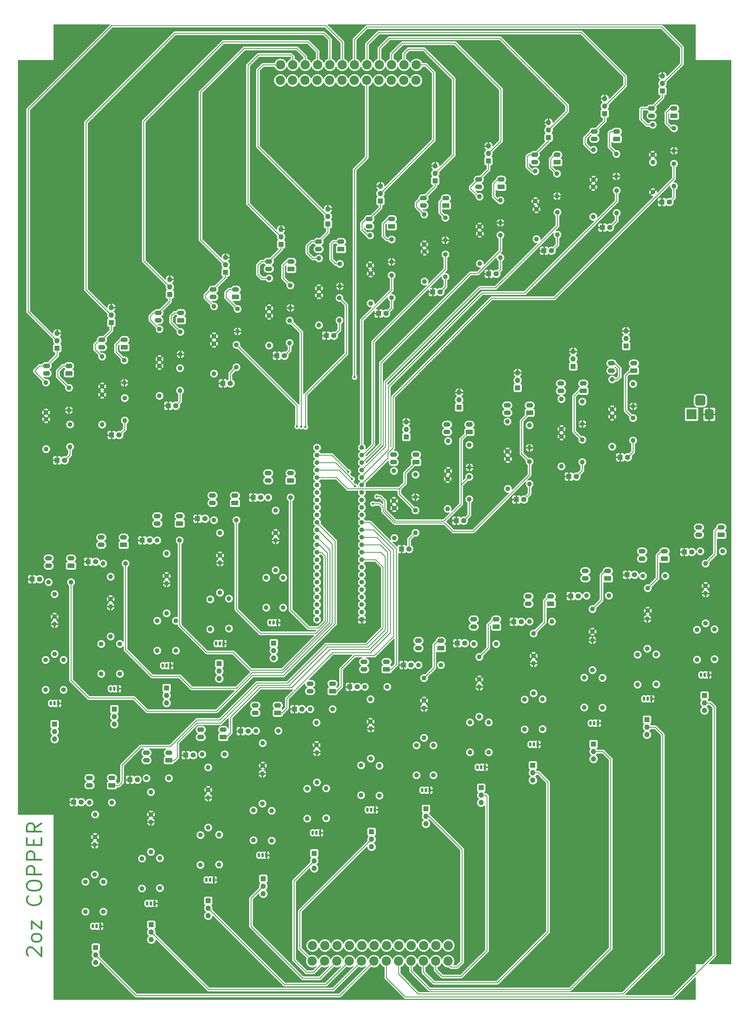
<source format=gtl>
G04 #@! TF.GenerationSoftware,KiCad,Pcbnew,(5.1.5-0-10_14)*
G04 #@! TF.CreationDate,2020-02-22T16:18:41-07:00*
G04 #@! TF.ProjectId,VasulkaTranslocationPCB,56617375-6c6b-4615-9472-616e736c6f63,rev?*
G04 #@! TF.SameCoordinates,Original*
G04 #@! TF.FileFunction,Copper,L1,Top*
G04 #@! TF.FilePolarity,Positive*
%FSLAX46Y46*%
G04 Gerber Fmt 4.6, Leading zero omitted, Abs format (unit mm)*
G04 Created by KiCad (PCBNEW (5.1.5-0-10_14)) date 2020-02-22 16:18:41*
%MOMM*%
%LPD*%
G04 APERTURE LIST*
%ADD10C,0.600000*%
%ADD11C,1.600000*%
%ADD12R,1.600000X1.600000*%
%ADD13C,3.175000*%
%ADD14R,3.500000X3.500000*%
%ADD15C,0.100000*%
%ADD16C,1.800000*%
%ADD17R,1.800000X1.800000*%
%ADD18O,1.600000X1.600000*%
%ADD19O,1.800000X1.800000*%
%ADD20O,0.900000X1.500000*%
%ADD21R,0.900000X1.500000*%
%ADD22R,2.400000X1.600000*%
%ADD23O,2.400000X1.600000*%
%ADD24C,0.800000*%
%ADD25C,0.250000*%
%ADD26C,0.254000*%
G04 APERTURE END LIST*
D10*
X110768095Y-423820000D02*
X110530000Y-423581904D01*
X110291904Y-423105714D01*
X110291904Y-421915238D01*
X110530000Y-421439047D01*
X110768095Y-421200952D01*
X111244285Y-420962857D01*
X111720476Y-420962857D01*
X112434761Y-421200952D01*
X115291904Y-424058095D01*
X115291904Y-420962857D01*
X115291904Y-418105714D02*
X115053809Y-418581904D01*
X114815714Y-418820000D01*
X114339523Y-419058095D01*
X112910952Y-419058095D01*
X112434761Y-418820000D01*
X112196666Y-418581904D01*
X111958571Y-418105714D01*
X111958571Y-417391428D01*
X112196666Y-416915238D01*
X112434761Y-416677142D01*
X112910952Y-416439047D01*
X114339523Y-416439047D01*
X114815714Y-416677142D01*
X115053809Y-416915238D01*
X115291904Y-417391428D01*
X115291904Y-418105714D01*
X111958571Y-414772380D02*
X111958571Y-412153333D01*
X115291904Y-414772380D01*
X115291904Y-412153333D01*
X114815714Y-403581904D02*
X115053809Y-403820000D01*
X115291904Y-404534285D01*
X115291904Y-405010476D01*
X115053809Y-405724761D01*
X114577619Y-406200952D01*
X114101428Y-406439047D01*
X113149047Y-406677142D01*
X112434761Y-406677142D01*
X111482380Y-406439047D01*
X111006190Y-406200952D01*
X110530000Y-405724761D01*
X110291904Y-405010476D01*
X110291904Y-404534285D01*
X110530000Y-403820000D01*
X110768095Y-403581904D01*
X110291904Y-400486666D02*
X110291904Y-399534285D01*
X110530000Y-399058095D01*
X111006190Y-398581904D01*
X111958571Y-398343809D01*
X113625238Y-398343809D01*
X114577619Y-398581904D01*
X115053809Y-399058095D01*
X115291904Y-399534285D01*
X115291904Y-400486666D01*
X115053809Y-400962857D01*
X114577619Y-401439047D01*
X113625238Y-401677142D01*
X111958571Y-401677142D01*
X111006190Y-401439047D01*
X110530000Y-400962857D01*
X110291904Y-400486666D01*
X115291904Y-396200952D02*
X110291904Y-396200952D01*
X110291904Y-394296190D01*
X110530000Y-393820000D01*
X110768095Y-393581904D01*
X111244285Y-393343809D01*
X111958571Y-393343809D01*
X112434761Y-393581904D01*
X112672857Y-393820000D01*
X112910952Y-394296190D01*
X112910952Y-396200952D01*
X115291904Y-391200952D02*
X110291904Y-391200952D01*
X110291904Y-389296190D01*
X110530000Y-388820000D01*
X110768095Y-388581904D01*
X111244285Y-388343809D01*
X111958571Y-388343809D01*
X112434761Y-388581904D01*
X112672857Y-388820000D01*
X112910952Y-389296190D01*
X112910952Y-391200952D01*
X112672857Y-386200952D02*
X112672857Y-384534285D01*
X115291904Y-383820000D02*
X115291904Y-386200952D01*
X110291904Y-386200952D01*
X110291904Y-383820000D01*
X115291904Y-378820000D02*
X112910952Y-380486666D01*
X115291904Y-381677142D02*
X110291904Y-381677142D01*
X110291904Y-379772380D01*
X110530000Y-379296190D01*
X110768095Y-379058095D01*
X111244285Y-378820000D01*
X111958571Y-378820000D01*
X112434761Y-379058095D01*
X112672857Y-379296190D01*
X112910952Y-379772380D01*
X112910952Y-381677142D01*
D11*
X224282000Y-268986000D03*
X224282000Y-266446000D03*
X224282000Y-263906000D03*
X224282000Y-261366000D03*
X224282000Y-271526000D03*
X224282000Y-274066000D03*
X224282000Y-276606000D03*
X224282000Y-258826000D03*
X224282000Y-256286000D03*
X224282000Y-253746000D03*
X224282000Y-251206000D03*
X209042000Y-251206000D03*
X209042000Y-253746000D03*
X209042000Y-256286000D03*
X209042000Y-258826000D03*
X209042000Y-261366000D03*
X209042000Y-263906000D03*
X209042000Y-266446000D03*
X209042000Y-268986000D03*
X224282000Y-279146000D03*
X224282000Y-281686000D03*
X224282000Y-284226000D03*
X224282000Y-286766000D03*
X224282000Y-289306000D03*
X224282000Y-291846000D03*
X224282000Y-294386000D03*
X224282000Y-296926000D03*
X224282000Y-299466000D03*
X224282000Y-302006000D03*
X224282000Y-304546000D03*
X224282000Y-307086000D03*
D12*
X224282000Y-309626000D03*
D11*
X209042000Y-271526000D03*
X209042000Y-274066000D03*
X209042000Y-276606000D03*
X209042000Y-279146000D03*
X209042000Y-281686000D03*
X209042000Y-284226000D03*
X209042000Y-286766000D03*
X209042000Y-289306000D03*
X209042000Y-291846000D03*
X209042000Y-294386000D03*
X209042000Y-296926000D03*
X209042000Y-299466000D03*
X209042000Y-302006000D03*
X209042000Y-304546000D03*
X209042000Y-307086000D03*
X209042000Y-309626000D03*
D13*
X196615000Y-121030000D03*
X200815000Y-121030000D03*
X205015000Y-121030000D03*
X209215000Y-121030000D03*
X213415000Y-121030000D03*
X217615000Y-121030000D03*
X221815000Y-121030000D03*
X226015000Y-121030000D03*
X230215000Y-121030000D03*
X234415000Y-121030000D03*
X238615000Y-121030000D03*
X242815000Y-121030000D03*
X242715000Y-126330000D03*
X238515000Y-126330000D03*
X234315000Y-126330000D03*
X230115000Y-126330000D03*
X225915000Y-126330000D03*
X221715000Y-126330000D03*
X217515000Y-126330000D03*
X213315000Y-126330000D03*
X209115000Y-126330000D03*
X204915000Y-126330000D03*
X200715000Y-126330000D03*
X196515000Y-126330000D03*
X253600000Y-425705000D03*
X249400000Y-425705000D03*
X245200000Y-425705000D03*
X241000000Y-425705000D03*
X236800000Y-425705000D03*
X232600000Y-425705000D03*
X228400000Y-425705000D03*
X224200000Y-425705000D03*
X220000000Y-425705000D03*
X215800000Y-425705000D03*
X211600000Y-425705000D03*
X207400000Y-425705000D03*
X207500000Y-420405000D03*
X211700000Y-420405000D03*
X215900000Y-420405000D03*
X220100000Y-420405000D03*
X224300000Y-420405000D03*
X228500000Y-420405000D03*
X232700000Y-420405000D03*
X236900000Y-420405000D03*
X241100000Y-420405000D03*
X245300000Y-420405000D03*
X249500000Y-420405000D03*
X253700000Y-420405000D03*
D14*
X336423000Y-239839500D03*
G04 #@! TA.AperFunction,ComponentPad*
D15*
G36*
X343246513Y-238093111D02*
G01*
X343319318Y-238103911D01*
X343390714Y-238121795D01*
X343460013Y-238146590D01*
X343526548Y-238178059D01*
X343589678Y-238215898D01*
X343648795Y-238259742D01*
X343703330Y-238309170D01*
X343752758Y-238363705D01*
X343796602Y-238422822D01*
X343834441Y-238485952D01*
X343865910Y-238552487D01*
X343890705Y-238621786D01*
X343908589Y-238693182D01*
X343919389Y-238765987D01*
X343923000Y-238839500D01*
X343923000Y-240839500D01*
X343919389Y-240913013D01*
X343908589Y-240985818D01*
X343890705Y-241057214D01*
X343865910Y-241126513D01*
X343834441Y-241193048D01*
X343796602Y-241256178D01*
X343752758Y-241315295D01*
X343703330Y-241369830D01*
X343648795Y-241419258D01*
X343589678Y-241463102D01*
X343526548Y-241500941D01*
X343460013Y-241532410D01*
X343390714Y-241557205D01*
X343319318Y-241575089D01*
X343246513Y-241585889D01*
X343173000Y-241589500D01*
X341673000Y-241589500D01*
X341599487Y-241585889D01*
X341526682Y-241575089D01*
X341455286Y-241557205D01*
X341385987Y-241532410D01*
X341319452Y-241500941D01*
X341256322Y-241463102D01*
X341197205Y-241419258D01*
X341142670Y-241369830D01*
X341093242Y-241315295D01*
X341049398Y-241256178D01*
X341011559Y-241193048D01*
X340980090Y-241126513D01*
X340955295Y-241057214D01*
X340937411Y-240985818D01*
X340926611Y-240913013D01*
X340923000Y-240839500D01*
X340923000Y-238839500D01*
X340926611Y-238765987D01*
X340937411Y-238693182D01*
X340955295Y-238621786D01*
X340980090Y-238552487D01*
X341011559Y-238485952D01*
X341049398Y-238422822D01*
X341093242Y-238363705D01*
X341142670Y-238309170D01*
X341197205Y-238259742D01*
X341256322Y-238215898D01*
X341319452Y-238178059D01*
X341385987Y-238146590D01*
X341455286Y-238121795D01*
X341526682Y-238103911D01*
X341599487Y-238093111D01*
X341673000Y-238089500D01*
X343173000Y-238089500D01*
X343246513Y-238093111D01*
G37*
G04 #@! TD.AperFunction*
G04 #@! TA.AperFunction,ComponentPad*
G36*
X340383765Y-233393713D02*
G01*
X340468704Y-233406313D01*
X340551999Y-233427177D01*
X340632848Y-233456105D01*
X340710472Y-233492819D01*
X340784124Y-233536964D01*
X340853094Y-233588116D01*
X340916718Y-233645782D01*
X340974384Y-233709406D01*
X341025536Y-233778376D01*
X341069681Y-233852028D01*
X341106395Y-233929652D01*
X341135323Y-234010501D01*
X341156187Y-234093796D01*
X341168787Y-234178735D01*
X341173000Y-234264500D01*
X341173000Y-236014500D01*
X341168787Y-236100265D01*
X341156187Y-236185204D01*
X341135323Y-236268499D01*
X341106395Y-236349348D01*
X341069681Y-236426972D01*
X341025536Y-236500624D01*
X340974384Y-236569594D01*
X340916718Y-236633218D01*
X340853094Y-236690884D01*
X340784124Y-236742036D01*
X340710472Y-236786181D01*
X340632848Y-236822895D01*
X340551999Y-236851823D01*
X340468704Y-236872687D01*
X340383765Y-236885287D01*
X340298000Y-236889500D01*
X338548000Y-236889500D01*
X338462235Y-236885287D01*
X338377296Y-236872687D01*
X338294001Y-236851823D01*
X338213152Y-236822895D01*
X338135528Y-236786181D01*
X338061876Y-236742036D01*
X337992906Y-236690884D01*
X337929282Y-236633218D01*
X337871616Y-236569594D01*
X337820464Y-236500624D01*
X337776319Y-236426972D01*
X337739605Y-236349348D01*
X337710677Y-236268499D01*
X337689813Y-236185204D01*
X337677213Y-236100265D01*
X337673000Y-236014500D01*
X337673000Y-234264500D01*
X337677213Y-234178735D01*
X337689813Y-234093796D01*
X337710677Y-234010501D01*
X337739605Y-233929652D01*
X337776319Y-233852028D01*
X337820464Y-233778376D01*
X337871616Y-233709406D01*
X337929282Y-233645782D01*
X337992906Y-233588116D01*
X338061876Y-233536964D01*
X338135528Y-233492819D01*
X338213152Y-233456105D01*
X338294001Y-233427177D01*
X338377296Y-233406313D01*
X338462235Y-233393713D01*
X338548000Y-233389500D01*
X340298000Y-233389500D01*
X340383765Y-233393713D01*
G37*
G04 #@! TD.AperFunction*
D16*
X203898500Y-340042500D03*
D17*
X201358500Y-340042500D03*
X183070500Y-347535500D03*
D16*
X185610500Y-347535500D03*
X222758000Y-332486000D03*
D17*
X220218000Y-332486000D03*
X131191000Y-289941000D03*
D16*
X133731000Y-289941000D03*
X114681000Y-295910000D03*
D17*
X112141000Y-295910000D03*
X149606000Y-282702000D03*
D16*
X152146000Y-282702000D03*
X170942000Y-275336000D03*
D17*
X168402000Y-275336000D03*
X187325000Y-268097000D03*
D16*
X189865000Y-268097000D03*
X240982500Y-325056500D03*
D17*
X238442500Y-325056500D03*
X256730500Y-317627000D03*
D16*
X259270500Y-317627000D03*
X278511000Y-310388000D03*
D17*
X275971000Y-310388000D03*
X333946500Y-286639000D03*
D16*
X336486500Y-286639000D03*
X317055500Y-294386000D03*
D17*
X314515500Y-294386000D03*
X295338500Y-301625000D03*
D16*
X297878500Y-301625000D03*
X166941500Y-355663500D03*
D17*
X164401500Y-355663500D03*
X126301500Y-371665500D03*
D16*
X128841500Y-371665500D03*
X147955000Y-364045500D03*
D17*
X145415000Y-364045500D03*
D11*
X267398500Y-354711000D03*
D18*
X267398500Y-344551000D03*
X172720000Y-312928000D03*
D11*
X172720000Y-302768000D03*
X176022000Y-300482000D03*
D18*
X176022000Y-290322000D03*
X282702000Y-324485000D03*
D11*
X282702000Y-334645000D03*
X197485000Y-305562000D03*
D18*
X197485000Y-295402000D03*
X179070000Y-302514000D03*
D11*
X179070000Y-312674000D03*
X154686000Y-310007000D03*
D18*
X154686000Y-320167000D03*
X116713000Y-333502000D03*
D11*
X116713000Y-323342000D03*
X119761000Y-321310000D03*
D18*
X119761000Y-311150000D03*
X138811000Y-305181000D03*
D11*
X138811000Y-315341000D03*
X306133500Y-339598000D03*
D18*
X306133500Y-329438000D03*
X338264500Y-323215000D03*
D11*
X338264500Y-313055000D03*
X161036000Y-320167000D03*
D18*
X161036000Y-310007000D03*
X302704500Y-316611000D03*
D11*
X302704500Y-326771000D03*
X187388500Y-374459500D03*
D18*
X187388500Y-384619500D03*
X227330000Y-346710000D03*
D11*
X227330000Y-356870000D03*
X208978500Y-364934500D03*
D18*
X208978500Y-354774500D03*
X299910500Y-339471000D03*
D11*
X299910500Y-329311000D03*
X175704500Y-392874500D03*
D18*
X175704500Y-382714500D03*
X136334500Y-398716500D03*
D11*
X136334500Y-408876500D03*
X230251000Y-369443000D03*
D18*
X230251000Y-359283000D03*
X193611500Y-374586500D03*
D11*
X193611500Y-384746500D03*
X172021500Y-380301500D03*
D18*
X172021500Y-370141500D03*
X155575000Y-390715500D03*
D11*
X155575000Y-400875500D03*
X169354500Y-382841500D03*
D18*
X169354500Y-393001500D03*
X133413500Y-386143500D03*
D11*
X133413500Y-396303500D03*
X253619000Y-259080000D03*
D18*
X253619000Y-248920000D03*
X130238500Y-408876500D03*
D11*
X130238500Y-398716500D03*
X152527000Y-388556500D03*
D18*
X152527000Y-378396500D03*
X149479000Y-401002500D03*
D11*
X149479000Y-390842500D03*
X245427500Y-349821500D03*
D18*
X245427500Y-339661500D03*
X192722500Y-216471500D03*
D11*
X192722500Y-206311500D03*
X309435500Y-240665000D03*
D18*
X309435500Y-250825000D03*
X173990000Y-225996500D03*
D11*
X173990000Y-215836500D03*
X264223500Y-342646000D03*
D18*
X264223500Y-332486000D03*
X323215000Y-141414500D03*
D11*
X323215000Y-151574500D03*
X310959500Y-163766500D03*
D18*
X310959500Y-171386500D03*
X330454000Y-162306000D03*
D11*
X330454000Y-154686000D03*
X143510000Y-221488000D03*
D18*
X143510000Y-229108000D03*
X330454000Y-150241000D03*
D11*
X330454000Y-142621000D03*
X310832500Y-151320500D03*
D18*
X310832500Y-158940500D03*
X234378500Y-200215500D03*
D11*
X234378500Y-192595500D03*
X252730000Y-185483500D03*
D18*
X252730000Y-193103500D03*
X143637000Y-241935000D03*
D11*
X143637000Y-234315000D03*
X181991000Y-204025500D03*
D18*
X181991000Y-211645500D03*
X252666500Y-180657500D03*
D11*
X252666500Y-173037500D03*
X316547500Y-241109500D03*
D18*
X316547500Y-248729500D03*
X216789000Y-196342000D03*
D11*
X216789000Y-188722000D03*
X299275500Y-248475500D03*
D18*
X299275500Y-256095500D03*
X281305000Y-251206000D03*
D11*
X281305000Y-243586000D03*
X181610000Y-216217500D03*
D18*
X181610000Y-223837500D03*
X199707500Y-215582500D03*
D11*
X199707500Y-207962500D03*
X299275500Y-235521500D03*
D18*
X299275500Y-243141500D03*
X242506500Y-280098500D03*
D11*
X242506500Y-272478500D03*
X260858000Y-250253500D03*
D18*
X260858000Y-257873500D03*
X152527000Y-368236500D03*
D11*
X152527000Y-375856500D03*
X242506500Y-260350000D03*
D18*
X242506500Y-267970000D03*
X133540500Y-375856500D03*
D11*
X133540500Y-383476500D03*
X195897500Y-347408500D03*
D18*
X188277500Y-347408500D03*
X225298000Y-332486000D03*
D11*
X232918000Y-332486000D03*
X208851500Y-352234500D03*
D18*
X208851500Y-344614500D03*
X172021500Y-359854500D03*
D11*
X172021500Y-367474500D03*
X190563500Y-359219500D03*
D18*
X190563500Y-351599500D03*
X151003000Y-363537500D03*
D11*
X158623000Y-363537500D03*
X139255500Y-371792500D03*
D18*
X131635500Y-371792500D03*
X169989500Y-355409500D03*
D11*
X177609500Y-355409500D03*
X143891000Y-290576000D03*
D18*
X136271000Y-290576000D03*
X119761000Y-300990000D03*
D11*
X119761000Y-308610000D03*
X321500500Y-306578000D03*
D18*
X321500500Y-298958000D03*
X157861000Y-287147000D03*
D11*
X157861000Y-294767000D03*
X181610000Y-275844000D03*
D18*
X173990000Y-275844000D03*
X192405000Y-268097000D03*
D11*
X200025000Y-268097000D03*
X347027500Y-286385000D03*
D18*
X339407500Y-286385000D03*
X176022000Y-280162000D03*
D11*
X176022000Y-287782000D03*
X194945000Y-280162000D03*
D18*
X194945000Y-272542000D03*
X281305000Y-310261000D03*
D11*
X288925000Y-310261000D03*
X264223500Y-329946000D03*
D18*
X264223500Y-322326000D03*
X162433000Y-231775000D03*
D11*
X162433000Y-224155000D03*
D17*
X306895500Y-137604500D03*
D19*
X306895500Y-135064500D03*
X306895500Y-132524500D03*
X287782000Y-140652500D03*
X287782000Y-143192500D03*
D17*
X287782000Y-145732500D03*
X158940500Y-199072500D03*
D19*
X158940500Y-196532500D03*
X158940500Y-193992500D03*
X196786500Y-176974500D03*
X196786500Y-179514500D03*
D17*
X196786500Y-182054500D03*
X230568500Y-167322500D03*
D19*
X230568500Y-164782500D03*
X230568500Y-162242500D03*
X277241000Y-225742500D03*
X277241000Y-228282500D03*
D17*
X277241000Y-230822500D03*
X296164000Y-223583500D03*
D19*
X296164000Y-221043500D03*
X296164000Y-218503500D03*
X239395000Y-242443000D03*
X239395000Y-244983000D03*
D17*
X239395000Y-247523000D03*
X190754000Y-397700500D03*
D19*
X190754000Y-400240500D03*
X190754000Y-402780500D03*
X119761000Y-350266000D03*
X119761000Y-347726000D03*
D17*
X119761000Y-345186000D03*
X194310000Y-317627000D03*
D19*
X194310000Y-320167000D03*
X194310000Y-322707000D03*
X264858500Y-371856000D03*
X264858500Y-369316000D03*
D17*
X264858500Y-366776000D03*
D20*
X176022000Y-317754000D03*
X174752000Y-317754000D03*
D21*
X177292000Y-317754000D03*
X247332500Y-367601500D03*
D20*
X244792500Y-367601500D03*
X246062500Y-367601500D03*
X264858500Y-359791000D03*
X263588500Y-359791000D03*
D21*
X266128500Y-359791000D03*
X284099000Y-352044000D03*
D20*
X281559000Y-352044000D03*
X282829000Y-352044000D03*
X119761000Y-338074000D03*
X118491000Y-338074000D03*
D21*
X121031000Y-338074000D03*
X342201500Y-328422000D03*
D20*
X339661500Y-328422000D03*
X340931500Y-328422000D03*
X321500500Y-336550000D03*
X320230500Y-336550000D03*
D21*
X322770500Y-336550000D03*
X304609500Y-344805000D03*
D20*
X302069500Y-344805000D03*
X303339500Y-344805000D03*
X190563500Y-389699500D03*
X189293500Y-389699500D03*
D21*
X191833500Y-389699500D03*
X173926500Y-398081500D03*
D20*
X171386500Y-398081500D03*
X172656500Y-398081500D03*
X134048500Y-413829500D03*
X132778500Y-413829500D03*
D21*
X135318500Y-413829500D03*
X153797000Y-406082500D03*
D20*
X151257000Y-406082500D03*
X152527000Y-406082500D03*
D18*
X302958500Y-172720000D03*
D11*
X302958500Y-162560000D03*
X303085500Y-160083500D03*
D18*
X303085500Y-149923500D03*
D16*
X214757000Y-213106000D03*
D17*
X212217000Y-213106000D03*
D16*
X197929500Y-219900500D03*
D17*
X195389500Y-219900500D03*
D16*
X179578000Y-229298500D03*
D17*
X177038000Y-229298500D03*
X120650000Y-255460500D03*
D16*
X123190000Y-255460500D03*
X160972500Y-236918500D03*
D17*
X158432500Y-236918500D03*
D16*
X141732000Y-246888000D03*
D17*
X139192000Y-246888000D03*
X286258000Y-184213500D03*
D16*
X288798000Y-184213500D03*
X328866500Y-167703500D03*
D17*
X326326500Y-167703500D03*
D16*
X308673500Y-176339500D03*
D17*
X306133500Y-176339500D03*
X267462000Y-192087500D03*
D16*
X270002000Y-192087500D03*
X232537000Y-205549500D03*
D17*
X229997000Y-205549500D03*
X248412000Y-198247000D03*
D16*
X250952000Y-198247000D03*
D17*
X276860000Y-268795500D03*
D16*
X279400000Y-268795500D03*
D17*
X312166000Y-254444500D03*
D16*
X314706000Y-254444500D03*
D17*
X294703500Y-260985000D03*
D16*
X297243500Y-260985000D03*
D17*
X256413000Y-275971000D03*
D16*
X258953000Y-275971000D03*
D17*
X237807500Y-285623000D03*
D16*
X240347500Y-285623000D03*
D19*
X212725000Y-170053000D03*
X212725000Y-172593000D03*
D17*
X212725000Y-175133000D03*
D19*
X120650000Y-212280500D03*
X120650000Y-214820500D03*
D17*
X120650000Y-217360500D03*
X139065000Y-208661000D03*
D19*
X139065000Y-206121000D03*
X139065000Y-203581000D03*
X326517000Y-124841000D03*
X326517000Y-127381000D03*
D17*
X326517000Y-129921000D03*
X267335000Y-153733500D03*
D19*
X267335000Y-151193500D03*
X267335000Y-148653500D03*
D17*
X249237500Y-160464500D03*
D19*
X249237500Y-157924500D03*
X249237500Y-155384500D03*
X314134500Y-211518500D03*
X314134500Y-214058500D03*
D17*
X314134500Y-216598500D03*
X257365500Y-237490000D03*
D19*
X257365500Y-234950000D03*
X257365500Y-232410000D03*
D17*
X208089500Y-389064500D03*
D19*
X208089500Y-391604500D03*
X208089500Y-394144500D03*
D17*
X227584000Y-381762000D03*
D19*
X227584000Y-384302000D03*
X227584000Y-386842000D03*
D20*
X208851500Y-382079500D03*
X207581500Y-382079500D03*
D21*
X210121500Y-382079500D03*
D20*
X227457000Y-374269000D03*
X226187000Y-374269000D03*
D21*
X228727000Y-374269000D03*
D19*
X140081000Y-345186000D03*
X140081000Y-342646000D03*
D17*
X140081000Y-340106000D03*
D19*
X157861000Y-337947000D03*
X157861000Y-335407000D03*
D17*
X157861000Y-332867000D03*
D20*
X140081000Y-333121000D03*
X138811000Y-333121000D03*
D21*
X141351000Y-333121000D03*
X159131000Y-325247000D03*
D20*
X156591000Y-325247000D03*
X157861000Y-325247000D03*
D19*
X175768000Y-329692000D03*
X175768000Y-327152000D03*
D17*
X175768000Y-324612000D03*
D21*
X195580000Y-310642000D03*
D20*
X193040000Y-310642000D03*
X194310000Y-310642000D03*
D19*
X246062500Y-379031500D03*
X246062500Y-376491500D03*
D17*
X246062500Y-373951500D03*
D19*
X282448000Y-364236000D03*
X282448000Y-361696000D03*
D17*
X282448000Y-359156000D03*
X340804500Y-335407000D03*
D19*
X340804500Y-337947000D03*
X340804500Y-340487000D03*
X321246500Y-348742000D03*
X321246500Y-346202000D03*
D17*
X321246500Y-343662000D03*
D19*
X303085500Y-356997000D03*
X303085500Y-354457000D03*
D17*
X303085500Y-351917000D03*
X172021500Y-405193500D03*
D19*
X172021500Y-407733500D03*
X172021500Y-410273500D03*
X133731000Y-426148500D03*
X133731000Y-423608500D03*
D17*
X133731000Y-421068500D03*
X152654000Y-413321500D03*
D19*
X152654000Y-415861500D03*
X152654000Y-418401500D03*
D11*
X216662000Y-200279000D03*
D18*
X216662000Y-207899000D03*
X209677000Y-186817000D03*
D11*
X209677000Y-196977000D03*
X209677000Y-199390000D03*
D18*
X209677000Y-209550000D03*
D11*
X199961500Y-196024500D03*
D18*
X199961500Y-203644500D03*
X192722500Y-193611500D03*
D11*
X192722500Y-203771500D03*
D18*
X173990000Y-203136500D03*
D11*
X173990000Y-213296500D03*
X125031500Y-243268500D03*
D18*
X125031500Y-250888500D03*
D11*
X116840000Y-239204500D03*
D18*
X116840000Y-229044500D03*
D11*
X124650500Y-230822500D03*
D18*
X124650500Y-238442500D03*
D11*
X116903500Y-241490500D03*
D18*
X116903500Y-251650500D03*
X155448000Y-233553000D03*
D11*
X155448000Y-223393000D03*
X135953500Y-230378000D03*
D18*
X135953500Y-220218000D03*
D11*
X162560000Y-211836000D03*
D18*
X162560000Y-219456000D03*
X155448000Y-210883500D03*
D11*
X155448000Y-221043500D03*
X135953500Y-233172000D03*
D18*
X135953500Y-243332000D03*
D11*
X290766500Y-171132500D03*
D18*
X290766500Y-178752500D03*
X283273500Y-157226000D03*
D11*
X283273500Y-167386000D03*
D18*
X290639500Y-165671500D03*
D11*
X290639500Y-158051500D03*
X283654500Y-170116500D03*
D18*
X283654500Y-180276500D03*
D11*
X323278500Y-164338000D03*
D18*
X323278500Y-154178000D03*
X271399000Y-186563000D03*
D11*
X271399000Y-178943000D03*
D18*
X264414000Y-188595000D03*
D11*
X264414000Y-178435000D03*
X271399000Y-167132000D03*
D18*
X271399000Y-174752000D03*
D11*
X264287000Y-176022000D03*
D18*
X264287000Y-165862000D03*
D11*
X227076000Y-189166500D03*
D18*
X227076000Y-179006500D03*
D11*
X245618000Y-184531000D03*
D18*
X245618000Y-194691000D03*
X234378500Y-188023500D03*
D11*
X234378500Y-180403500D03*
D18*
X227266500Y-202120500D03*
D11*
X227266500Y-191960500D03*
X245491000Y-182054500D03*
D18*
X245491000Y-171894500D03*
D11*
X281305000Y-255905000D03*
D18*
X281305000Y-263525000D03*
X273939000Y-265176000D03*
D11*
X273939000Y-255016000D03*
X292163500Y-247396000D03*
D18*
X292163500Y-257556000D03*
X273812000Y-242316000D03*
D11*
X273812000Y-252476000D03*
D18*
X316547500Y-237109000D03*
D11*
X316547500Y-229489000D03*
X309435500Y-238125000D03*
D18*
X309435500Y-227965000D03*
D11*
X292163500Y-244856000D03*
D18*
X292163500Y-234696000D03*
D11*
X260794500Y-261112000D03*
D18*
X260794500Y-268732000D03*
D11*
X253428500Y-261810500D03*
D18*
X253428500Y-271970500D03*
D11*
X235331000Y-271716500D03*
D18*
X235331000Y-281876500D03*
D11*
X235204000Y-269240000D03*
D18*
X235204000Y-259080000D03*
X206692500Y-340042500D03*
D11*
X214312500Y-340042500D03*
D18*
X212153500Y-366966500D03*
D11*
X212153500Y-377126500D03*
D18*
X227203000Y-336677000D03*
D11*
X227203000Y-344297000D03*
X190436500Y-372173500D03*
D18*
X190436500Y-362013500D03*
X205676500Y-377253500D03*
D11*
X205676500Y-367093500D03*
D18*
X224028000Y-369316000D03*
D11*
X224028000Y-359156000D03*
X125349000Y-296926000D03*
D18*
X117729000Y-296926000D03*
D11*
X162306000Y-282702000D03*
D18*
X154686000Y-282702000D03*
D11*
X141986000Y-328041000D03*
D18*
X141986000Y-317881000D03*
X122809000Y-323342000D03*
D11*
X122809000Y-333502000D03*
D18*
X138811000Y-295021000D03*
D11*
X138811000Y-302641000D03*
X135636000Y-317881000D03*
D18*
X135636000Y-328041000D03*
X157861000Y-297307000D03*
D11*
X157861000Y-307467000D03*
D18*
X194945000Y-282702000D03*
D11*
X194945000Y-292862000D03*
X191770000Y-295402000D03*
D18*
X191770000Y-305562000D03*
X243522500Y-325056500D03*
D11*
X251142500Y-325056500D03*
X269938500Y-317881000D03*
D18*
X262318500Y-317881000D03*
D11*
X248602500Y-362521500D03*
D18*
X248602500Y-352361500D03*
X245427500Y-329501500D03*
D11*
X245427500Y-337121500D03*
X285750000Y-346837000D03*
D18*
X285750000Y-336677000D03*
D11*
X242887500Y-352361500D03*
D18*
X242887500Y-362521500D03*
X261048500Y-354711000D03*
D11*
X261048500Y-344551000D03*
D18*
X282702000Y-314325000D03*
D11*
X282702000Y-321945000D03*
X279654000Y-336804000D03*
D18*
X279654000Y-346964000D03*
X319849500Y-294767000D03*
D11*
X327469500Y-294767000D03*
D18*
X300672500Y-301498000D03*
D11*
X308292500Y-301498000D03*
D18*
X344233500Y-312928000D03*
D11*
X344233500Y-323088000D03*
X324421500Y-331597000D03*
D18*
X324421500Y-321437000D03*
X341185500Y-290576000D03*
D11*
X341185500Y-298196000D03*
D18*
X341185500Y-300736000D03*
D11*
X341185500Y-310896000D03*
X302704500Y-313690000D03*
D18*
X302704500Y-306070000D03*
X321373500Y-309372000D03*
D11*
X321373500Y-319532000D03*
D18*
X318071500Y-331724000D03*
D11*
X318071500Y-321564000D03*
D22*
X217170000Y-183705500D03*
D23*
X209550000Y-181165500D03*
X217170000Y-181165500D03*
X209550000Y-183705500D03*
D22*
X200215500Y-190436500D03*
D23*
X192595500Y-187896500D03*
X200215500Y-187896500D03*
X192595500Y-190436500D03*
D22*
X181356000Y-199961500D03*
D23*
X173736000Y-197421500D03*
X181356000Y-197421500D03*
X173736000Y-199961500D03*
X117030500Y-225933000D03*
X124650500Y-223393000D03*
X117030500Y-223393000D03*
D22*
X124650500Y-225933000D03*
D23*
X155067000Y-207899000D03*
X162687000Y-205359000D03*
X155067000Y-205359000D03*
D22*
X162687000Y-207899000D03*
X143510000Y-217043000D03*
D23*
X135890000Y-214503000D03*
X143510000Y-214503000D03*
X135890000Y-217043000D03*
D22*
X290703000Y-154178000D03*
D23*
X283083000Y-151638000D03*
X290703000Y-151638000D03*
X283083000Y-154178000D03*
D22*
X330454000Y-138366500D03*
D23*
X322834000Y-135826500D03*
X330454000Y-135826500D03*
X322834000Y-138366500D03*
D22*
X310959500Y-146240500D03*
D23*
X303339500Y-143700500D03*
X310959500Y-143700500D03*
X303339500Y-146240500D03*
D22*
X271653000Y-162560000D03*
D23*
X264033000Y-160020000D03*
X271653000Y-160020000D03*
X264033000Y-162560000D03*
X226822000Y-175958500D03*
X234442000Y-173418500D03*
X226822000Y-173418500D03*
D22*
X234442000Y-175958500D03*
D23*
X245237000Y-168910000D03*
X252857000Y-166370000D03*
X245237000Y-166370000D03*
D22*
X252857000Y-168910000D03*
X281368500Y-239331500D03*
D23*
X273748500Y-236791500D03*
X281368500Y-236791500D03*
X273748500Y-239331500D03*
D22*
X316801500Y-225044000D03*
D23*
X309181500Y-222504000D03*
X316801500Y-222504000D03*
X309181500Y-225044000D03*
X291973000Y-231902000D03*
X299593000Y-229362000D03*
X291973000Y-229362000D03*
D22*
X299593000Y-231902000D03*
D23*
X253238000Y-245872000D03*
X260858000Y-243332000D03*
X253238000Y-243332000D03*
D22*
X260858000Y-245872000D03*
D23*
X235077000Y-256095500D03*
X242697000Y-253555500D03*
X235077000Y-253555500D03*
D22*
X242697000Y-256095500D03*
D23*
X206692500Y-333946500D03*
X214312500Y-331406500D03*
X206692500Y-331406500D03*
D22*
X214312500Y-333946500D03*
X195643500Y-341312500D03*
D23*
X188023500Y-338772500D03*
X195643500Y-338772500D03*
X188023500Y-341312500D03*
D22*
X232664000Y-326517000D03*
D23*
X225044000Y-323977000D03*
X232664000Y-323977000D03*
X225044000Y-326517000D03*
X135636000Y-284226000D03*
X143256000Y-281686000D03*
X135636000Y-281686000D03*
D22*
X143256000Y-284226000D03*
D23*
X117729000Y-291338000D03*
X125349000Y-288798000D03*
X117729000Y-288798000D03*
D22*
X125349000Y-291338000D03*
D23*
X154686000Y-276987000D03*
X162306000Y-274447000D03*
X154686000Y-274447000D03*
D22*
X162306000Y-276987000D03*
D23*
X173482000Y-270002000D03*
X181102000Y-267462000D03*
X173482000Y-267462000D03*
D22*
X181102000Y-270002000D03*
X200025000Y-262382000D03*
D23*
X192405000Y-259842000D03*
X200025000Y-259842000D03*
X192405000Y-262382000D03*
D22*
X251142500Y-319341500D03*
D23*
X243522500Y-316801500D03*
X251142500Y-316801500D03*
X243522500Y-319341500D03*
D22*
X269938500Y-312039000D03*
D23*
X262318500Y-309499000D03*
X269938500Y-309499000D03*
X262318500Y-312039000D03*
X280924000Y-304292000D03*
X288544000Y-301752000D03*
X280924000Y-301752000D03*
D22*
X288544000Y-304292000D03*
D23*
X338899500Y-280797000D03*
X346519500Y-278257000D03*
X338899500Y-278257000D03*
D22*
X346519500Y-280797000D03*
D23*
X319595500Y-288925000D03*
X327215500Y-286385000D03*
X319595500Y-286385000D03*
D22*
X327215500Y-288925000D03*
X307911500Y-295656000D03*
D23*
X300291500Y-293116000D03*
X307911500Y-293116000D03*
X300291500Y-295656000D03*
X169481500Y-349567500D03*
X177101500Y-347027500D03*
X169481500Y-347027500D03*
D22*
X177101500Y-349567500D03*
X139255500Y-365950500D03*
D23*
X131635500Y-363410500D03*
X139255500Y-363410500D03*
X131635500Y-365950500D03*
X151003000Y-357441500D03*
X158623000Y-354901500D03*
X151003000Y-354901500D03*
D22*
X158623000Y-357441500D03*
D19*
X177927000Y-186499500D03*
X177927000Y-189039500D03*
D17*
X177927000Y-191579500D03*
D24*
X205105000Y-244157500D03*
X203644500Y-244030500D03*
X202247500Y-243967000D03*
X219710000Y-259397500D03*
X220980000Y-261874000D03*
X228028500Y-270256000D03*
X221996000Y-264287000D03*
X229362000Y-267779500D03*
X221805500Y-227203000D03*
D25*
X212725000Y-177990500D02*
X209550000Y-181165500D01*
X212725000Y-175133000D02*
X212725000Y-177990500D01*
X209550000Y-181165500D02*
X207264000Y-181165500D01*
X207264000Y-181165500D02*
X205740000Y-182689500D01*
X205740000Y-182689500D02*
X205740000Y-185039000D01*
X207518000Y-186817000D02*
X209677000Y-186817000D01*
X205740000Y-185039000D02*
X207518000Y-186817000D01*
X120650000Y-219773500D02*
X117030500Y-223393000D01*
X120650000Y-217360500D02*
X120650000Y-219773500D01*
X117030500Y-223393000D02*
X114681000Y-223393000D01*
X114681000Y-223393000D02*
X113093500Y-224980500D01*
X113093500Y-225298000D02*
X116840000Y-229044500D01*
X113093500Y-224980500D02*
X113093500Y-225298000D01*
X139065000Y-211328000D02*
X135890000Y-214503000D01*
X139065000Y-208661000D02*
X139065000Y-211328000D01*
X135890000Y-214503000D02*
X135128000Y-214503000D01*
X135128000Y-214503000D02*
X133540500Y-216090500D01*
X133540500Y-217805000D02*
X135953500Y-220218000D01*
X133540500Y-216090500D02*
X133540500Y-217805000D01*
X326517000Y-132143500D02*
X322834000Y-135826500D01*
X326517000Y-129921000D02*
X326517000Y-132143500D01*
X322834000Y-135826500D02*
X319468500Y-135826500D01*
X319468500Y-135826500D02*
X319214500Y-136080500D01*
X319214500Y-136080500D02*
X319214500Y-139509500D01*
X321119500Y-141414500D02*
X323215000Y-141414500D01*
X319214500Y-139509500D02*
X321119500Y-141414500D01*
X267335000Y-156718000D02*
X264033000Y-160020000D01*
X267335000Y-153733500D02*
X267335000Y-156718000D01*
X264033000Y-160020000D02*
X263842500Y-160020000D01*
X263842500Y-160020000D02*
X261366000Y-162496500D01*
X261366000Y-162496500D02*
X261366000Y-163258500D01*
X263969500Y-165862000D02*
X264287000Y-165862000D01*
X261366000Y-163258500D02*
X263969500Y-165862000D01*
X249237500Y-162369500D02*
X245237000Y-166370000D01*
X249237500Y-160464500D02*
X249237500Y-162369500D01*
X245237000Y-166370000D02*
X244475000Y-166370000D01*
X244475000Y-166370000D02*
X242887500Y-167957500D01*
X242887500Y-169291000D02*
X245491000Y-171894500D01*
X242887500Y-167957500D02*
X242887500Y-169291000D01*
X309181500Y-222504000D02*
X310197500Y-222504000D01*
X310197500Y-222504000D02*
X311975500Y-224282000D01*
X311975500Y-224282000D02*
X311975500Y-227076000D01*
X311086500Y-227965000D02*
X309435500Y-227965000D01*
X311975500Y-227076000D02*
X311086500Y-227965000D01*
X205105000Y-244157500D02*
X205105000Y-233172000D01*
X205105000Y-233172000D02*
X219011500Y-219265500D01*
X219011500Y-202628500D02*
X216662000Y-200279000D01*
X219011500Y-219265500D02*
X219011500Y-202628500D01*
X177927000Y-193230500D02*
X173736000Y-197421500D01*
X177927000Y-191579500D02*
X177927000Y-193230500D01*
X173736000Y-197421500D02*
X172910500Y-197421500D01*
X172910500Y-197421500D02*
X171069000Y-199263000D01*
X171069000Y-200215500D02*
X173990000Y-203136500D01*
X171069000Y-199263000D02*
X171069000Y-200215500D01*
X200215500Y-187896500D02*
X198818500Y-187896500D01*
X198818500Y-187896500D02*
X197485000Y-189230000D01*
X197485000Y-193548000D02*
X199961500Y-196024500D01*
X197485000Y-189230000D02*
X197485000Y-193548000D01*
X124650500Y-223393000D02*
X122491500Y-223393000D01*
X122491500Y-223393000D02*
X120840500Y-225044000D01*
X120840500Y-227012500D02*
X124650500Y-230822500D01*
X120840500Y-225044000D02*
X120840500Y-227012500D01*
X162687000Y-205359000D02*
X160528000Y-205359000D01*
X160528000Y-205359000D02*
X159385000Y-206502000D01*
X159385000Y-208661000D02*
X162560000Y-211836000D01*
X159385000Y-206502000D02*
X159385000Y-208661000D01*
X290703000Y-151638000D02*
X289941000Y-151638000D01*
X289941000Y-151638000D02*
X288480500Y-153098500D01*
X288480500Y-155892500D02*
X290639500Y-158051500D01*
X288480500Y-153098500D02*
X288480500Y-155892500D01*
X271653000Y-160020000D02*
X270573500Y-160020000D01*
X270573500Y-160020000D02*
X269113000Y-161480500D01*
X269113000Y-161480500D02*
X269113000Y-165862000D01*
X270383000Y-167132000D02*
X271399000Y-167132000D01*
X269113000Y-165862000D02*
X270383000Y-167132000D01*
X234442000Y-173418500D02*
X233235500Y-173418500D01*
X233235500Y-173418500D02*
X231584500Y-175069500D01*
X231584500Y-175069500D02*
X231584500Y-179260500D01*
X232727500Y-180403500D02*
X234378500Y-180403500D01*
X231584500Y-179260500D02*
X232727500Y-180403500D01*
X203644500Y-211899500D02*
X199707500Y-207962500D01*
X203644500Y-244030500D02*
X203644500Y-211899500D01*
X202247500Y-236855000D02*
X181610000Y-216217500D01*
X202247500Y-243967000D02*
X202247500Y-236855000D01*
X224282000Y-263906000D02*
X224282000Y-263652000D01*
X224282000Y-263652000D02*
X233172000Y-254762000D01*
X233172000Y-254762000D02*
X233172000Y-253047500D01*
X233172000Y-253047500D02*
X234950000Y-251269500D01*
X234950000Y-251269500D02*
X234950000Y-233870500D01*
X234950000Y-233870500D02*
X268414500Y-200406000D01*
X268414500Y-200406000D02*
X289750500Y-200406000D01*
X330454000Y-159702500D02*
X330454000Y-154686000D01*
X289750500Y-200406000D02*
X330454000Y-159702500D01*
X224282000Y-261366000D02*
X224282000Y-260985000D01*
X224282000Y-260985000D02*
X233426000Y-251841000D01*
X233426000Y-251841000D02*
X233426000Y-230378000D01*
X233426000Y-230378000D02*
X265176000Y-198628000D01*
X265176000Y-198628000D02*
X279717500Y-198628000D01*
X310959500Y-167386000D02*
X310959500Y-163766500D01*
X279717500Y-198628000D02*
X310959500Y-167386000D01*
X269748000Y-196850000D02*
X290766500Y-175831500D01*
X290766500Y-175831500D02*
X290766500Y-171132500D01*
X232283000Y-250825000D02*
X232283000Y-228917500D01*
X232283000Y-228917500D02*
X264350500Y-196850000D01*
X264350500Y-196850000D02*
X269748000Y-196850000D01*
X224282000Y-258826000D02*
X232283000Y-250825000D01*
X224282000Y-256286000D02*
X224472500Y-256286000D01*
X224472500Y-256286000D02*
X230759000Y-249999500D01*
X230759000Y-249999500D02*
X230759000Y-222377000D01*
X230759000Y-222377000D02*
X261239000Y-191897000D01*
X261239000Y-191897000D02*
X263779000Y-191897000D01*
X271399000Y-184277000D02*
X271399000Y-178943000D01*
X263779000Y-191897000D02*
X271399000Y-184277000D01*
X224282000Y-253746000D02*
X224599500Y-253746000D01*
X224599500Y-253746000D02*
X228155500Y-250190000D01*
X228155500Y-250190000D02*
X228155500Y-215138000D01*
X252730000Y-190563500D02*
X252730000Y-185483500D01*
X228155500Y-215138000D02*
X252730000Y-190563500D01*
X224282000Y-251206000D02*
X224282000Y-207772000D01*
X234378500Y-197675500D02*
X234378500Y-192595500D01*
X224282000Y-207772000D02*
X234378500Y-197675500D01*
X316801500Y-225044000D02*
X315658500Y-225044000D01*
X315658500Y-225044000D02*
X314007500Y-226695000D01*
X314007500Y-238569500D02*
X316547500Y-241109500D01*
X314007500Y-226695000D02*
X314007500Y-238569500D01*
X214058500Y-253746000D02*
X219710000Y-259397500D01*
X209042000Y-253746000D02*
X214058500Y-253746000D01*
X299593000Y-231902000D02*
X298196000Y-231902000D01*
X298196000Y-231902000D02*
X296481500Y-233616500D01*
X296481500Y-245681500D02*
X299275500Y-248475500D01*
X296481500Y-233616500D02*
X296481500Y-245681500D01*
X215392000Y-256286000D02*
X220980000Y-261874000D01*
X209042000Y-256286000D02*
X215392000Y-256286000D01*
X228028500Y-270256000D02*
X230314500Y-270256000D01*
X230314500Y-270256000D02*
X231521000Y-271462500D01*
X231521000Y-271462500D02*
X231521000Y-272859500D01*
X231521000Y-272859500D02*
X235394500Y-276733000D01*
X235394500Y-276733000D02*
X252412500Y-276733000D01*
X252412500Y-276733000D02*
X255333500Y-279654000D01*
X255333500Y-279654000D02*
X262128000Y-279654000D01*
X281305000Y-260477000D02*
X281305000Y-255905000D01*
X262128000Y-279654000D02*
X281305000Y-260477000D01*
X278638000Y-253238000D02*
X281305000Y-255905000D01*
X278638000Y-242062000D02*
X278638000Y-253238000D01*
X281368500Y-239331500D02*
X278638000Y-242062000D01*
X216535000Y-258826000D02*
X221996000Y-264287000D01*
X209042000Y-258826000D02*
X216535000Y-258826000D01*
X229362000Y-267779500D02*
X230505000Y-267779500D01*
X230505000Y-267779500D02*
X232092500Y-269367000D01*
X232092500Y-269367000D02*
X232092500Y-272605500D01*
X232092500Y-272605500D02*
X235648500Y-276161500D01*
X235648500Y-276161500D02*
X252222000Y-276161500D01*
X252222000Y-276161500D02*
X258000500Y-270383000D01*
X260858000Y-245872000D02*
X260794500Y-245872000D01*
X258000500Y-263906000D02*
X260794500Y-261112000D01*
X260858000Y-245872000D02*
X260477000Y-245872000D01*
X258000500Y-248348500D02*
X258000500Y-264033000D01*
X260477000Y-245872000D02*
X258000500Y-248348500D01*
X258000500Y-264033000D02*
X258000500Y-263906000D01*
X258000500Y-270383000D02*
X258000500Y-264033000D01*
X209042000Y-261366000D02*
X215646000Y-261366000D01*
X215646000Y-261366000D02*
X219456000Y-265176000D01*
X219456000Y-265176000D02*
X237045500Y-265176000D01*
X237045500Y-265176000D02*
X238950500Y-263271000D01*
X238950500Y-259842000D02*
X242697000Y-256095500D01*
X238950500Y-263271000D02*
X238950500Y-259842000D01*
X237045500Y-267017500D02*
X242506500Y-272478500D01*
X237045500Y-265176000D02*
X237045500Y-267017500D01*
X224282000Y-276606000D02*
X227076000Y-276606000D01*
X227076000Y-276606000D02*
X236029500Y-285559500D01*
X236029500Y-285559500D02*
X236029500Y-324866000D01*
X234378500Y-326517000D02*
X232664000Y-326517000D01*
X236029500Y-324866000D02*
X234378500Y-326517000D01*
X224282000Y-279146000D02*
X228346000Y-279146000D01*
X228346000Y-279146000D02*
X235077000Y-285877000D01*
X235077000Y-285877000D02*
X235077000Y-315341000D01*
X235077000Y-315341000D02*
X228600000Y-321818000D01*
X228600000Y-321818000D02*
X221805500Y-321818000D01*
X221805500Y-321818000D02*
X217233500Y-326390000D01*
X217233500Y-326390000D02*
X217233500Y-332359000D01*
X215646000Y-333946500D02*
X214312500Y-333946500D01*
X217233500Y-332359000D02*
X215646000Y-333946500D01*
X224282000Y-281686000D02*
X229298500Y-281686000D01*
X229298500Y-281686000D02*
X233997500Y-286385000D01*
X233997500Y-286385000D02*
X233997500Y-314071000D01*
X233997500Y-314071000D02*
X227203000Y-320865500D01*
X227203000Y-320865500D02*
X214376000Y-320865500D01*
X214376000Y-320865500D02*
X198755000Y-336486500D01*
X198755000Y-336486500D02*
X198755000Y-339725000D01*
X197167500Y-341312500D02*
X195643500Y-341312500D01*
X198755000Y-339725000D02*
X197167500Y-341312500D01*
X224282000Y-284226000D02*
X230505000Y-284226000D01*
X230505000Y-284226000D02*
X233045000Y-286766000D01*
X233045000Y-286766000D02*
X233045000Y-313690000D01*
X233045000Y-313690000D02*
X226949000Y-319786000D01*
X226949000Y-319786000D02*
X213423500Y-319786000D01*
X213423500Y-319786000D02*
X200469500Y-332740000D01*
X200469500Y-332740000D02*
X189674500Y-332740000D01*
X189674500Y-332740000D02*
X179641500Y-342773000D01*
X179641500Y-342773000D02*
X179641500Y-348043500D01*
X178117500Y-349567500D02*
X177101500Y-349567500D01*
X179641500Y-348043500D02*
X178117500Y-349567500D01*
X160528000Y-357441500D02*
X158623000Y-357441500D01*
X161480500Y-356489000D02*
X160528000Y-357441500D01*
X232219500Y-288290000D02*
X232219500Y-313118500D01*
X161480500Y-351472500D02*
X161480500Y-356489000D01*
X168148000Y-344805000D02*
X161480500Y-351472500D01*
X176212500Y-344805000D02*
X168148000Y-344805000D01*
X226441000Y-318897000D02*
X212661500Y-318897000D01*
X189039500Y-331978000D02*
X176212500Y-344805000D01*
X199580500Y-331978000D02*
X189039500Y-331978000D01*
X212661500Y-318897000D02*
X199580500Y-331978000D01*
X224282000Y-286766000D02*
X230695500Y-286766000D01*
X232219500Y-313118500D02*
X226441000Y-318897000D01*
X230695500Y-286766000D02*
X232219500Y-288290000D01*
X224282000Y-289306000D02*
X228981000Y-289306000D01*
X228981000Y-289306000D02*
X231457500Y-291782500D01*
X231457500Y-291782500D02*
X231457500Y-312483500D01*
X231457500Y-312483500D02*
X225806000Y-318135000D01*
X225806000Y-318135000D02*
X212090000Y-318135000D01*
X212090000Y-318135000D02*
X199009000Y-331216000D01*
X199009000Y-331216000D02*
X188531500Y-331216000D01*
X188531500Y-331216000D02*
X176022000Y-343725500D01*
X176022000Y-343725500D02*
X168211500Y-343725500D01*
X168211500Y-343725500D02*
X159131000Y-352806000D01*
X159131000Y-352806000D02*
X149034500Y-352806000D01*
X149034500Y-352806000D02*
X142748000Y-359092500D01*
X142748000Y-359092500D02*
X142748000Y-364871000D01*
X141668500Y-365950500D02*
X139255500Y-365950500D01*
X142748000Y-364871000D02*
X141668500Y-365950500D01*
X125349000Y-291338000D02*
X125793500Y-291338000D01*
X209042000Y-276606000D02*
X209042000Y-276733000D01*
X209042000Y-276733000D02*
X215201500Y-282892500D01*
X215201500Y-282892500D02*
X215201500Y-311023000D01*
X215201500Y-311023000D02*
X197675500Y-328549000D01*
X197675500Y-328549000D02*
X187071000Y-328549000D01*
X187071000Y-328549000D02*
X174879000Y-340741000D01*
X174879000Y-340741000D02*
X151193500Y-340741000D01*
X151193500Y-340741000D02*
X146748500Y-336296000D01*
X146748500Y-336296000D02*
X131381500Y-336296000D01*
X125349000Y-330263500D02*
X125349000Y-296926000D01*
X131381500Y-336296000D02*
X125349000Y-330263500D01*
X209042000Y-279146000D02*
X209359500Y-279146000D01*
X209359500Y-279146000D02*
X214185500Y-283972000D01*
X214185500Y-283972000D02*
X214185500Y-310832500D01*
X214185500Y-310832500D02*
X197358000Y-327660000D01*
X197358000Y-327660000D02*
X186944000Y-327660000D01*
X186944000Y-327660000D02*
X181673500Y-332930500D01*
X181673500Y-332930500D02*
X166370000Y-332930500D01*
X166370000Y-332930500D02*
X162306000Y-328866500D01*
X162306000Y-328866500D02*
X152908000Y-328866500D01*
X143891000Y-319849500D02*
X143891000Y-290576000D01*
X152908000Y-328866500D02*
X143891000Y-319849500D01*
X209042000Y-281686000D02*
X209169000Y-281686000D01*
X209169000Y-281686000D02*
X213423500Y-285940500D01*
X213423500Y-285940500D02*
X213423500Y-310578500D01*
X213423500Y-310578500D02*
X197231000Y-326771000D01*
X197231000Y-326771000D02*
X186499500Y-326771000D01*
X186499500Y-326771000D02*
X180467000Y-320738500D01*
X180467000Y-320738500D02*
X171513500Y-320738500D01*
X162306000Y-311531000D02*
X162306000Y-282702000D01*
X171513500Y-320738500D02*
X162306000Y-311531000D01*
X209042000Y-284226000D02*
X209804000Y-284226000D01*
X209804000Y-284226000D02*
X212598000Y-287020000D01*
X212598000Y-287020000D02*
X212598000Y-310388000D01*
X212598000Y-310388000D02*
X208724500Y-314261500D01*
X208724500Y-314261500D02*
X189738000Y-314261500D01*
X181610000Y-306133500D02*
X181610000Y-275844000D01*
X189738000Y-314261500D02*
X181610000Y-306133500D01*
X209042000Y-286766000D02*
X209740500Y-286766000D01*
X209042000Y-286766000D02*
X210629500Y-286766000D01*
X210629500Y-286766000D02*
X211836000Y-287972500D01*
X211836000Y-287972500D02*
X211836000Y-310197500D01*
X211836000Y-310197500D02*
X209550000Y-312483500D01*
X209550000Y-312483500D02*
X206121000Y-312483500D01*
X200025000Y-306387500D02*
X200025000Y-268097000D01*
X206121000Y-312483500D02*
X200025000Y-306387500D01*
X253600000Y-425705000D02*
X253600000Y-426701000D01*
X253600000Y-426701000D02*
X254571500Y-427672500D01*
X254571500Y-427672500D02*
X256730500Y-427672500D01*
X256730500Y-427672500D02*
X258381500Y-426021500D01*
X246062500Y-376491500D02*
X247142000Y-376491500D01*
X258381500Y-387731000D02*
X258381500Y-396938500D01*
X247142000Y-376491500D02*
X258381500Y-387731000D01*
X258381500Y-396938500D02*
X258381500Y-396684500D01*
X258381500Y-426021500D02*
X258381500Y-396938500D01*
X249400000Y-425705000D02*
X249400000Y-428716500D01*
X249400000Y-428716500D02*
X251594500Y-430911000D01*
X251594500Y-430911000D02*
X258064000Y-430911000D01*
X264858500Y-369316000D02*
X266509500Y-369316000D01*
X266509500Y-369316000D02*
X266827000Y-369633500D01*
X266827000Y-422148000D02*
X264731500Y-424243500D01*
X266827000Y-369633500D02*
X266827000Y-422148000D01*
X264731500Y-424243500D02*
X264858500Y-424116500D01*
X258064000Y-430911000D02*
X264731500Y-424243500D01*
X245200000Y-425705000D02*
X245200000Y-429477000D01*
X245200000Y-429477000D02*
X248729500Y-433006500D01*
X248729500Y-433006500D02*
X270383000Y-433006500D01*
X282448000Y-361696000D02*
X284353000Y-361696000D01*
X284353000Y-361696000D02*
X287591500Y-364934500D01*
X287591500Y-415798000D02*
X282257500Y-421132000D01*
X287591500Y-364934500D02*
X287591500Y-415798000D01*
X282257500Y-421132000D02*
X282448000Y-420941500D01*
X270383000Y-433006500D02*
X282257500Y-421132000D01*
X232600000Y-431418500D02*
X239077500Y-437896000D01*
X232600000Y-425705000D02*
X232600000Y-431418500D01*
X239077500Y-437896000D02*
X330073000Y-437896000D01*
X340804500Y-337947000D02*
X342773000Y-337947000D01*
X342773000Y-337947000D02*
X344170000Y-339344000D01*
X344170000Y-339344000D02*
X344170000Y-423799000D01*
X340614000Y-427355000D02*
X340804500Y-427164500D01*
X344170000Y-423799000D02*
X340614000Y-427355000D01*
X330073000Y-437896000D02*
X340614000Y-427355000D01*
X236800000Y-425705000D02*
X236800000Y-430094000D01*
X236800000Y-430094000D02*
X240284000Y-433578000D01*
X240284000Y-433578000D02*
X240284000Y-433705000D01*
X240284000Y-433705000D02*
X243395500Y-436816500D01*
X243395500Y-436816500D02*
X313118500Y-436816500D01*
X321246500Y-346202000D02*
X324104000Y-346202000D01*
X324104000Y-346202000D02*
X326580500Y-348678500D01*
X326580500Y-348678500D02*
X326580500Y-423354500D01*
X326580500Y-423354500D02*
X321056000Y-428879000D01*
X321056000Y-428879000D02*
X321246500Y-428688500D01*
X313118500Y-436816500D02*
X321056000Y-428879000D01*
X241000000Y-425705000D02*
X241000000Y-429052000D01*
X241000000Y-429052000D02*
X247240500Y-435292500D01*
X247240500Y-435292500D02*
X275145500Y-435292500D01*
X275145500Y-435292500D02*
X291465000Y-435292500D01*
X291465000Y-435292500D02*
X295084500Y-435292500D01*
X291465000Y-435292500D02*
X291592000Y-435292500D01*
X303085500Y-354457000D02*
X306324000Y-354457000D01*
X306324000Y-354457000D02*
X308927500Y-357060500D01*
X308927500Y-421449500D02*
X302895000Y-427482000D01*
X308927500Y-357060500D02*
X308927500Y-421449500D01*
X302895000Y-427482000D02*
X303085500Y-427291500D01*
X295084500Y-435292500D02*
X302895000Y-427482000D01*
X212063500Y-433641500D02*
X220000000Y-425705000D01*
X197929500Y-433641500D02*
X172021500Y-407733500D01*
X212063500Y-433641500D02*
X197929500Y-433641500D01*
X216780500Y-437324500D02*
X228400000Y-425705000D01*
X147447000Y-437324500D02*
X133731000Y-423608500D01*
X216780500Y-437324500D02*
X147447000Y-437324500D01*
X214549000Y-435356000D02*
X224200000Y-425705000D01*
X172148500Y-435356000D02*
X152654000Y-415861500D01*
X214549000Y-435356000D02*
X172148500Y-435356000D01*
X203200000Y-408686000D02*
X227584000Y-384302000D01*
X203200000Y-421505000D02*
X203200000Y-408686000D01*
X207400000Y-425705000D02*
X203200000Y-421505000D01*
X210022500Y-431482500D02*
X215800000Y-425705000D01*
X210022500Y-431482500D02*
X204152500Y-431482500D01*
X204152500Y-431482500D02*
X186563000Y-413893000D01*
X186563000Y-404431500D02*
X190754000Y-400240500D01*
X186563000Y-413893000D02*
X186563000Y-404431500D01*
X201231500Y-398462500D02*
X208089500Y-391604500D01*
X201231500Y-425323000D02*
X201231500Y-398462500D01*
X207791000Y-429514000D02*
X205422500Y-429514000D01*
X205422500Y-429514000D02*
X201231500Y-425323000D01*
X211600000Y-425705000D02*
X207791000Y-429514000D01*
X225915000Y-126330000D02*
X225915000Y-152545000D01*
X225915000Y-152545000D02*
X221805500Y-156654500D01*
X221805500Y-156654500D02*
X221805500Y-227203000D01*
X238615000Y-121030000D02*
X238615000Y-117239000D01*
X238615000Y-117239000D02*
X240157000Y-115697000D01*
X240157000Y-115697000D02*
X245364000Y-115697000D01*
X245364000Y-115697000D02*
X255524000Y-125857000D01*
X255524000Y-151638000D02*
X249237500Y-157924500D01*
X255524000Y-125857000D02*
X255524000Y-151638000D01*
X230568500Y-169672000D02*
X226822000Y-173418500D01*
X230568500Y-167322500D02*
X230568500Y-169672000D01*
X226822000Y-173418500D02*
X225869500Y-173418500D01*
X226822000Y-173418500D02*
X225806000Y-173418500D01*
X225806000Y-173418500D02*
X224345500Y-174879000D01*
X224345500Y-174879000D02*
X224345500Y-177101500D01*
X226250500Y-179006500D02*
X227076000Y-179006500D01*
X224345500Y-177101500D02*
X226250500Y-179006500D01*
X242815000Y-121030000D02*
X246061500Y-121030000D01*
X246061500Y-121030000D02*
X248729500Y-123698000D01*
X248729500Y-146621500D02*
X230568500Y-164782500D01*
X248729500Y-123698000D02*
X248729500Y-146621500D01*
X188976000Y-148844000D02*
X212725000Y-172593000D01*
X188976000Y-122743500D02*
X188976000Y-148844000D01*
X190689500Y-121030000D02*
X188976000Y-122743500D01*
X196615000Y-121030000D02*
X190689500Y-121030000D01*
X200815000Y-121030000D02*
X200815000Y-118392000D01*
X200815000Y-118392000D02*
X200088500Y-117665500D01*
X200088500Y-117665500D02*
X189103000Y-117665500D01*
X189103000Y-117665500D02*
X185547000Y-121221500D01*
X185547000Y-168275000D02*
X196786500Y-179514500D01*
X185547000Y-121221500D02*
X185547000Y-168275000D01*
X196786500Y-183705500D02*
X192595500Y-187896500D01*
X196786500Y-182054500D02*
X196786500Y-183705500D01*
X192595500Y-187896500D02*
X190182500Y-187896500D01*
X190182500Y-187896500D02*
X188912500Y-189166500D01*
X188912500Y-189166500D02*
X188912500Y-192278000D01*
X190246000Y-193611500D02*
X192722500Y-193611500D01*
X188912500Y-192278000D02*
X190246000Y-193611500D01*
X205015000Y-121030000D02*
X205015000Y-118274000D01*
X205015000Y-118274000D02*
X202184000Y-115443000D01*
X202184000Y-115443000D02*
X184277000Y-115443000D01*
X184277000Y-115443000D02*
X169418000Y-130302000D01*
X169418000Y-180530500D02*
X177927000Y-189039500D01*
X169418000Y-130302000D02*
X169418000Y-180530500D01*
X217615000Y-121030000D02*
X217615000Y-113348000D01*
X217615000Y-113348000D02*
X211963000Y-107696000D01*
X211963000Y-107696000D02*
X139255500Y-107696000D01*
X139255500Y-107696000D02*
X110807500Y-136144000D01*
X110807500Y-204978000D02*
X120650000Y-214820500D01*
X110807500Y-136144000D02*
X110807500Y-204978000D01*
X158940500Y-201485500D02*
X155067000Y-205359000D01*
X158940500Y-199072500D02*
X158940500Y-201485500D01*
X155067000Y-205359000D02*
X153733500Y-205359000D01*
X155067000Y-205359000D02*
X153416000Y-205359000D01*
X153416000Y-205359000D02*
X152336500Y-206438500D01*
X152336500Y-207772000D02*
X155448000Y-210883500D01*
X152336500Y-206438500D02*
X152336500Y-207772000D01*
X209215000Y-121030000D02*
X209215000Y-116505000D01*
X209215000Y-116505000D02*
X205994000Y-113284000D01*
X205994000Y-113284000D02*
X177101500Y-113284000D01*
X177101500Y-113284000D02*
X150114000Y-140271500D01*
X150114000Y-187706000D02*
X158940500Y-196532500D01*
X150114000Y-140271500D02*
X150114000Y-187706000D01*
X213415000Y-121030000D02*
X213415000Y-112386500D01*
X213415000Y-112386500D02*
X211328000Y-110299500D01*
X211328000Y-110299500D02*
X160718500Y-110299500D01*
X160718500Y-110299500D02*
X130429000Y-140589000D01*
X130429000Y-197485000D02*
X139065000Y-206121000D01*
X130429000Y-140589000D02*
X130429000Y-197485000D01*
X230215000Y-121030000D02*
X230215000Y-115415500D01*
X230215000Y-115415500D02*
X233616500Y-112014000D01*
X233616500Y-112014000D02*
X271272000Y-112014000D01*
X271272000Y-112014000D02*
X294132000Y-134874000D01*
X294132000Y-136842500D02*
X287782000Y-143192500D01*
X294132000Y-134874000D02*
X294132000Y-136842500D01*
X287782000Y-146939000D02*
X283083000Y-151638000D01*
X287782000Y-145732500D02*
X287782000Y-146939000D01*
X283083000Y-151638000D02*
X282892500Y-151638000D01*
X283083000Y-151638000D02*
X281114500Y-151638000D01*
X281114500Y-151638000D02*
X280543000Y-152209500D01*
X280543000Y-152209500D02*
X280543000Y-155702000D01*
X282067000Y-157226000D02*
X283273500Y-157226000D01*
X280543000Y-155702000D02*
X282067000Y-157226000D01*
X333121000Y-120777000D02*
X326517000Y-127381000D01*
X333121000Y-115062000D02*
X333121000Y-120777000D01*
X221815000Y-112385500D02*
X225996500Y-108204000D01*
X326263000Y-108204000D02*
X333121000Y-115062000D01*
X225996500Y-108204000D02*
X326263000Y-108204000D01*
X221815000Y-121030000D02*
X221815000Y-112385500D01*
X306895500Y-140144500D02*
X303339500Y-143700500D01*
X306895500Y-137604500D02*
X306895500Y-140144500D01*
X303339500Y-143700500D02*
X302323500Y-143700500D01*
X302323500Y-143700500D02*
X300164500Y-145859500D01*
X300164500Y-145859500D02*
X300164500Y-147955000D01*
X302133000Y-149923500D02*
X303085500Y-149923500D01*
X300164500Y-147955000D02*
X302133000Y-149923500D01*
X226015000Y-121030000D02*
X226015000Y-114027500D01*
X226015000Y-114027500D02*
X229997000Y-110045500D01*
X298196000Y-110045500D02*
X298894500Y-110045500D01*
X229997000Y-110045500D02*
X298196000Y-110045500D01*
X298196000Y-110045500D02*
X298450000Y-110045500D01*
X298894500Y-110045500D02*
X313817000Y-124968000D01*
X313817000Y-128143000D02*
X306895500Y-135064500D01*
X313817000Y-124968000D02*
X313817000Y-128143000D01*
X234415000Y-121030000D02*
X234415000Y-117321000D01*
X234415000Y-117321000D02*
X238061500Y-113674500D01*
X238061500Y-113674500D02*
X255914500Y-113674500D01*
X255914500Y-113674500D02*
X271589500Y-129349500D01*
X271589500Y-146939000D02*
X267335000Y-151193500D01*
X271589500Y-129349500D02*
X271589500Y-146939000D01*
X162433000Y-235458000D02*
X160972500Y-236918500D01*
X162433000Y-231775000D02*
X162433000Y-235458000D01*
X269938500Y-309499000D02*
X269176500Y-309499000D01*
X269176500Y-309499000D02*
X267271500Y-311404000D01*
X267271500Y-319278000D02*
X264223500Y-322326000D01*
X267271500Y-311404000D02*
X267271500Y-319278000D01*
X251142500Y-316801500D02*
X250253500Y-316801500D01*
X250253500Y-316801500D02*
X248920000Y-318135000D01*
X248920000Y-326009000D02*
X245427500Y-329501500D01*
X248920000Y-318135000D02*
X248920000Y-326009000D01*
X288544000Y-301752000D02*
X287909000Y-301752000D01*
X287909000Y-301752000D02*
X286448500Y-303212500D01*
X286448500Y-310578500D02*
X282702000Y-314325000D01*
X286448500Y-303212500D02*
X286448500Y-310578500D01*
X346519500Y-278257000D02*
X345630500Y-278257000D01*
X345630500Y-278257000D02*
X344424000Y-279463500D01*
X344424000Y-287337500D02*
X341185500Y-290576000D01*
X344424000Y-279463500D02*
X344424000Y-287337500D01*
X327215500Y-286385000D02*
X326199500Y-286385000D01*
X326199500Y-286385000D02*
X324866000Y-287718500D01*
X324866000Y-295592500D02*
X321500500Y-298958000D01*
X324866000Y-287718500D02*
X324866000Y-295592500D01*
X307911500Y-293116000D02*
X307086000Y-293116000D01*
X307086000Y-293116000D02*
X305816000Y-294386000D01*
X305816000Y-302958500D02*
X302704500Y-306070000D01*
X305816000Y-294386000D02*
X305816000Y-302958500D01*
X240347500Y-282257500D02*
X242506500Y-280098500D01*
X240347500Y-285623000D02*
X240347500Y-282257500D01*
X260794500Y-274129500D02*
X258953000Y-275971000D01*
X260794500Y-268732000D02*
X260794500Y-274129500D01*
X281305000Y-266890500D02*
X279400000Y-268795500D01*
X281305000Y-263525000D02*
X281305000Y-266890500D01*
X216662000Y-211201000D02*
X214757000Y-213106000D01*
X216662000Y-207899000D02*
X216662000Y-211201000D01*
X199707500Y-218122500D02*
X197929500Y-219900500D01*
X199707500Y-215582500D02*
X199707500Y-218122500D01*
X179578000Y-225869500D02*
X181610000Y-223837500D01*
X179578000Y-229298500D02*
X179578000Y-225869500D01*
X299275500Y-258953000D02*
X297243500Y-260985000D01*
X299275500Y-256095500D02*
X299275500Y-258953000D01*
X217170000Y-181165500D02*
X214566500Y-181165500D01*
X214566500Y-181165500D02*
X213868000Y-181864000D01*
X213868000Y-181864000D02*
X213868000Y-187198000D01*
X215392000Y-188722000D02*
X216789000Y-188722000D01*
X213868000Y-187198000D02*
X215392000Y-188722000D01*
X316547500Y-252603000D02*
X314706000Y-254444500D01*
X316547500Y-248729500D02*
X316547500Y-252603000D01*
X252857000Y-166370000D02*
X252222000Y-166370000D01*
X252222000Y-166370000D02*
X250888500Y-167703500D01*
X250888500Y-171259500D02*
X252666500Y-173037500D01*
X250888500Y-167703500D02*
X250888500Y-171259500D01*
X181356000Y-197421500D02*
X179133500Y-197421500D01*
X179133500Y-197421500D02*
X178117500Y-198437500D01*
X178117500Y-200152000D02*
X181991000Y-204025500D01*
X178117500Y-198437500D02*
X178117500Y-200152000D01*
X125031500Y-253619000D02*
X123190000Y-255460500D01*
X125031500Y-250888500D02*
X125031500Y-253619000D01*
X143637000Y-244983000D02*
X141732000Y-246888000D01*
X143637000Y-241935000D02*
X143637000Y-244983000D01*
X252730000Y-196469000D02*
X250952000Y-198247000D01*
X252730000Y-193103500D02*
X252730000Y-196469000D01*
X234378500Y-203708000D02*
X232537000Y-205549500D01*
X234378500Y-200215500D02*
X234378500Y-203708000D01*
X271399000Y-190690500D02*
X270002000Y-192087500D01*
X271399000Y-186563000D02*
X271399000Y-190690500D01*
X310959500Y-143700500D02*
X308927500Y-143700500D01*
X308927500Y-143700500D02*
X308483000Y-144145000D01*
X308483000Y-144145000D02*
X308483000Y-148907500D01*
X310832500Y-151257000D02*
X310832500Y-151320500D01*
X308483000Y-148907500D02*
X310832500Y-151257000D01*
X330454000Y-135826500D02*
X329247500Y-135826500D01*
X329247500Y-135826500D02*
X327850500Y-137223500D01*
X327850500Y-137223500D02*
X327850500Y-140843000D01*
X329628500Y-142621000D02*
X330454000Y-142621000D01*
X327850500Y-140843000D02*
X329628500Y-142621000D01*
X143510000Y-214503000D02*
X142367000Y-214503000D01*
X142367000Y-214503000D02*
X140652500Y-216217500D01*
X140652500Y-218630500D02*
X143510000Y-221488000D01*
X140652500Y-216217500D02*
X140652500Y-218630500D01*
X290766500Y-182245000D02*
X288798000Y-184213500D01*
X290766500Y-178752500D02*
X290766500Y-182245000D01*
X330454000Y-166116000D02*
X328866500Y-167703500D01*
X330454000Y-162306000D02*
X330454000Y-166116000D01*
X310959500Y-174053500D02*
X308673500Y-176339500D01*
X310959500Y-171386500D02*
X310959500Y-174053500D01*
D26*
G36*
X110296503Y-135580196D02*
G01*
X110267499Y-135603999D01*
X110224639Y-135656225D01*
X110172526Y-135719724D01*
X110145628Y-135770046D01*
X110101954Y-135851754D01*
X110058497Y-135995015D01*
X110047500Y-136106668D01*
X110047500Y-136106678D01*
X110043824Y-136144000D01*
X110047500Y-136181322D01*
X110047501Y-204940667D01*
X110043824Y-204978000D01*
X110047501Y-205015333D01*
X110058498Y-205126986D01*
X110062487Y-205140137D01*
X110101954Y-205270246D01*
X110172526Y-205402276D01*
X110189124Y-205422500D01*
X110267500Y-205518001D01*
X110296498Y-205541799D01*
X119166269Y-214411570D01*
X119115000Y-214669316D01*
X119115000Y-214971684D01*
X119173989Y-215268243D01*
X119289701Y-215547595D01*
X119457688Y-215799005D01*
X119524127Y-215865444D01*
X119505820Y-215870998D01*
X119395506Y-215929963D01*
X119298815Y-216009315D01*
X119219463Y-216106006D01*
X119160498Y-216216320D01*
X119124188Y-216336018D01*
X119111928Y-216460500D01*
X119111928Y-218260500D01*
X119124188Y-218384982D01*
X119160498Y-218504680D01*
X119219463Y-218614994D01*
X119298815Y-218711685D01*
X119395506Y-218791037D01*
X119505820Y-218850002D01*
X119625518Y-218886312D01*
X119750000Y-218898572D01*
X119890001Y-218898572D01*
X119890001Y-219458697D01*
X117390699Y-221958000D01*
X116560008Y-221958000D01*
X116349191Y-221978764D01*
X116078692Y-222060818D01*
X115829399Y-222194068D01*
X115610892Y-222373392D01*
X115431568Y-222591899D01*
X115409599Y-222633000D01*
X114718322Y-222633000D01*
X114680999Y-222629324D01*
X114643676Y-222633000D01*
X114643667Y-222633000D01*
X114532014Y-222643997D01*
X114401788Y-222683500D01*
X114388753Y-222687454D01*
X114256723Y-222758026D01*
X114173083Y-222826668D01*
X114140999Y-222852999D01*
X114117201Y-222881997D01*
X112582503Y-224416696D01*
X112553499Y-224440499D01*
X112511076Y-224492192D01*
X112458526Y-224556224D01*
X112401439Y-224663026D01*
X112387954Y-224688254D01*
X112344497Y-224831515D01*
X112333500Y-224943168D01*
X112333500Y-224943178D01*
X112329824Y-224980500D01*
X112333500Y-225017822D01*
X112333500Y-225260678D01*
X112329824Y-225298000D01*
X112333500Y-225335322D01*
X112333500Y-225335333D01*
X112344497Y-225446986D01*
X112387954Y-225590247D01*
X112458526Y-225722276D01*
X112553499Y-225838001D01*
X112582502Y-225861803D01*
X115441312Y-228720614D01*
X115405000Y-228903165D01*
X115405000Y-229185835D01*
X115460147Y-229463074D01*
X115568320Y-229724227D01*
X115725363Y-229959259D01*
X115925241Y-230159137D01*
X116160273Y-230316180D01*
X116421426Y-230424353D01*
X116698665Y-230479500D01*
X116981335Y-230479500D01*
X117258574Y-230424353D01*
X117519727Y-230316180D01*
X117754759Y-230159137D01*
X117954637Y-229959259D01*
X118111680Y-229724227D01*
X118219853Y-229463074D01*
X118275000Y-229185835D01*
X118275000Y-228903165D01*
X118219853Y-228625926D01*
X118111680Y-228364773D01*
X117954637Y-228129741D01*
X117754759Y-227929863D01*
X117519727Y-227772820D01*
X117258574Y-227664647D01*
X116981335Y-227609500D01*
X116698665Y-227609500D01*
X116516114Y-227645812D01*
X116160212Y-227289911D01*
X116349191Y-227347236D01*
X116560008Y-227368000D01*
X117500992Y-227368000D01*
X117711809Y-227347236D01*
X117982308Y-227265182D01*
X118231601Y-227131932D01*
X118450108Y-226952608D01*
X118629432Y-226734101D01*
X118762682Y-226484808D01*
X118844736Y-226214309D01*
X118872443Y-225933000D01*
X118844736Y-225651691D01*
X118762682Y-225381192D01*
X118629432Y-225131899D01*
X118557296Y-225044000D01*
X120076824Y-225044000D01*
X120080500Y-225081323D01*
X120080501Y-226975168D01*
X120076824Y-227012500D01*
X120080501Y-227049833D01*
X120086711Y-227112878D01*
X120091498Y-227161485D01*
X120134954Y-227304746D01*
X120205526Y-227436776D01*
X120257640Y-227500276D01*
X120300500Y-227552501D01*
X120329498Y-227576299D01*
X123251812Y-230498614D01*
X123215500Y-230681165D01*
X123215500Y-230963835D01*
X123270647Y-231241074D01*
X123378820Y-231502227D01*
X123535863Y-231737259D01*
X123735741Y-231937137D01*
X123970773Y-232094180D01*
X124231926Y-232202353D01*
X124509165Y-232257500D01*
X124791835Y-232257500D01*
X125069074Y-232202353D01*
X125330227Y-232094180D01*
X125565259Y-231937137D01*
X125765137Y-231737259D01*
X125922180Y-231502227D01*
X125976659Y-231370702D01*
X135140403Y-231370702D01*
X135211986Y-231614671D01*
X135467496Y-231735571D01*
X135612355Y-231771882D01*
X135603370Y-231773213D01*
X135337208Y-231868397D01*
X135211986Y-231935329D01*
X135140403Y-232179298D01*
X135953500Y-232992395D01*
X136766597Y-232179298D01*
X136695014Y-231935329D01*
X136439504Y-231814429D01*
X136294645Y-231778118D01*
X136303630Y-231776787D01*
X136569792Y-231681603D01*
X136695014Y-231614671D01*
X136766597Y-231370702D01*
X135953500Y-230557605D01*
X135140403Y-231370702D01*
X125976659Y-231370702D01*
X126030353Y-231241074D01*
X126085500Y-230963835D01*
X126085500Y-230681165D01*
X126039222Y-230448512D01*
X134513283Y-230448512D01*
X134554713Y-230728130D01*
X134649897Y-230994292D01*
X134716829Y-231119514D01*
X134960798Y-231191097D01*
X135773895Y-230378000D01*
X136133105Y-230378000D01*
X136946202Y-231191097D01*
X137190171Y-231119514D01*
X137311071Y-230864004D01*
X137379800Y-230589816D01*
X137393717Y-230307488D01*
X137352287Y-230027870D01*
X137257103Y-229761708D01*
X137190171Y-229636486D01*
X136946202Y-229564903D01*
X136133105Y-230378000D01*
X135773895Y-230378000D01*
X134960798Y-229564903D01*
X134716829Y-229636486D01*
X134595929Y-229891996D01*
X134527200Y-230166184D01*
X134513283Y-230448512D01*
X126039222Y-230448512D01*
X126030353Y-230403926D01*
X125922180Y-230142773D01*
X125765137Y-229907741D01*
X125565259Y-229707863D01*
X125330227Y-229550820D01*
X125069074Y-229442647D01*
X124791835Y-229387500D01*
X124509165Y-229387500D01*
X124326614Y-229423812D01*
X124288100Y-229385298D01*
X135140403Y-229385298D01*
X135953500Y-230198395D01*
X136694855Y-229457040D01*
X142118091Y-229457040D01*
X142212930Y-229721881D01*
X142357615Y-229963131D01*
X142546586Y-230171519D01*
X142772580Y-230339037D01*
X143026913Y-230459246D01*
X143160961Y-230499904D01*
X143383000Y-230377915D01*
X143383000Y-229235000D01*
X143637000Y-229235000D01*
X143637000Y-230377915D01*
X143859039Y-230499904D01*
X143993087Y-230459246D01*
X144247420Y-230339037D01*
X144437014Y-230198500D01*
X175499928Y-230198500D01*
X175512188Y-230322982D01*
X175548498Y-230442680D01*
X175607463Y-230552994D01*
X175686815Y-230649685D01*
X175783506Y-230729037D01*
X175893820Y-230788002D01*
X176013518Y-230824312D01*
X176138000Y-230836572D01*
X176752250Y-230833500D01*
X176911000Y-230674750D01*
X176911000Y-229425500D01*
X175661750Y-229425500D01*
X175503000Y-229584250D01*
X175499928Y-230198500D01*
X144437014Y-230198500D01*
X144473414Y-230171519D01*
X144662385Y-229963131D01*
X144807070Y-229721881D01*
X144901909Y-229457040D01*
X144780624Y-229235000D01*
X143637000Y-229235000D01*
X143383000Y-229235000D01*
X142239376Y-229235000D01*
X142118091Y-229457040D01*
X136694855Y-229457040D01*
X136766597Y-229385298D01*
X136695014Y-229141329D01*
X136439504Y-229020429D01*
X136165316Y-228951700D01*
X135882988Y-228937783D01*
X135603370Y-228979213D01*
X135337208Y-229074397D01*
X135211986Y-229141329D01*
X135140403Y-229385298D01*
X124288100Y-229385298D01*
X123661762Y-228758960D01*
X142118091Y-228758960D01*
X142239376Y-228981000D01*
X143383000Y-228981000D01*
X143383000Y-227838085D01*
X143637000Y-227838085D01*
X143637000Y-228981000D01*
X144780624Y-228981000D01*
X144901909Y-228758960D01*
X144807070Y-228494119D01*
X144749725Y-228398500D01*
X175499928Y-228398500D01*
X175503000Y-229012750D01*
X175661750Y-229171500D01*
X176911000Y-229171500D01*
X176911000Y-227922250D01*
X177165000Y-227922250D01*
X177165000Y-229171500D01*
X177185000Y-229171500D01*
X177185000Y-229425500D01*
X177165000Y-229425500D01*
X177165000Y-230674750D01*
X177323750Y-230833500D01*
X177938000Y-230836572D01*
X178062482Y-230824312D01*
X178182180Y-230788002D01*
X178292494Y-230729037D01*
X178389185Y-230649685D01*
X178468537Y-230552994D01*
X178527502Y-230442680D01*
X178533056Y-230424373D01*
X178599495Y-230490812D01*
X178850905Y-230658799D01*
X179130257Y-230774511D01*
X179426816Y-230833500D01*
X179729184Y-230833500D01*
X180025743Y-230774511D01*
X180305095Y-230658799D01*
X180556505Y-230490812D01*
X180770312Y-230277005D01*
X180938299Y-230025595D01*
X181054011Y-229746243D01*
X181113000Y-229449684D01*
X181113000Y-229147316D01*
X181054011Y-228850757D01*
X180938299Y-228571405D01*
X180770312Y-228319995D01*
X180556505Y-228106188D01*
X180338000Y-227960187D01*
X180338000Y-226184301D01*
X181286114Y-225236188D01*
X181468665Y-225272500D01*
X181751335Y-225272500D01*
X182028574Y-225217353D01*
X182289727Y-225109180D01*
X182524759Y-224952137D01*
X182724637Y-224752259D01*
X182881680Y-224517227D01*
X182989853Y-224256074D01*
X183045000Y-223978835D01*
X183045000Y-223696165D01*
X182989853Y-223418926D01*
X182881680Y-223157773D01*
X182724637Y-222922741D01*
X182524759Y-222722863D01*
X182289727Y-222565820D01*
X182028574Y-222457647D01*
X181751335Y-222402500D01*
X181468665Y-222402500D01*
X181191426Y-222457647D01*
X180930273Y-222565820D01*
X180695241Y-222722863D01*
X180495363Y-222922741D01*
X180338320Y-223157773D01*
X180230147Y-223418926D01*
X180175000Y-223696165D01*
X180175000Y-223978835D01*
X180211312Y-224161386D01*
X179066998Y-225305701D01*
X179038000Y-225329499D01*
X179014202Y-225358497D01*
X179014201Y-225358498D01*
X178943026Y-225445224D01*
X178872454Y-225577254D01*
X178868513Y-225590247D01*
X178828998Y-225720514D01*
X178821858Y-225793003D01*
X178814324Y-225869500D01*
X178818001Y-225906832D01*
X178818000Y-227960187D01*
X178599495Y-228106188D01*
X178533056Y-228172627D01*
X178527502Y-228154320D01*
X178468537Y-228044006D01*
X178389185Y-227947315D01*
X178292494Y-227867963D01*
X178182180Y-227808998D01*
X178062482Y-227772688D01*
X177938000Y-227760428D01*
X177323750Y-227763500D01*
X177165000Y-227922250D01*
X176911000Y-227922250D01*
X176752250Y-227763500D01*
X176138000Y-227760428D01*
X176013518Y-227772688D01*
X175893820Y-227808998D01*
X175783506Y-227867963D01*
X175686815Y-227947315D01*
X175607463Y-228044006D01*
X175548498Y-228154320D01*
X175512188Y-228274018D01*
X175499928Y-228398500D01*
X144749725Y-228398500D01*
X144662385Y-228252869D01*
X144473414Y-228044481D01*
X144247420Y-227876963D01*
X143993087Y-227756754D01*
X143859039Y-227716096D01*
X143637000Y-227838085D01*
X143383000Y-227838085D01*
X143160961Y-227716096D01*
X143026913Y-227756754D01*
X142772580Y-227876963D01*
X142546586Y-228044481D01*
X142357615Y-228252869D01*
X142212930Y-228494119D01*
X142118091Y-228758960D01*
X123661762Y-228758960D01*
X121600500Y-226697699D01*
X121600500Y-225358801D01*
X122806302Y-224153000D01*
X123029599Y-224153000D01*
X123051568Y-224194101D01*
X123230892Y-224412608D01*
X123343982Y-224505419D01*
X123326018Y-224507188D01*
X123206320Y-224543498D01*
X123096006Y-224602463D01*
X122999315Y-224681815D01*
X122919963Y-224778506D01*
X122860998Y-224888820D01*
X122824688Y-225008518D01*
X122812428Y-225133000D01*
X122812428Y-226733000D01*
X122824688Y-226857482D01*
X122860998Y-226977180D01*
X122919963Y-227087494D01*
X122999315Y-227184185D01*
X123096006Y-227263537D01*
X123206320Y-227322502D01*
X123326018Y-227358812D01*
X123450500Y-227371072D01*
X125850500Y-227371072D01*
X125974982Y-227358812D01*
X126094680Y-227322502D01*
X126204994Y-227263537D01*
X126301685Y-227184185D01*
X126381037Y-227087494D01*
X126440002Y-226977180D01*
X126476312Y-226857482D01*
X126488572Y-226733000D01*
X126488572Y-225855165D01*
X172555000Y-225855165D01*
X172555000Y-226137835D01*
X172610147Y-226415074D01*
X172718320Y-226676227D01*
X172875363Y-226911259D01*
X173075241Y-227111137D01*
X173310273Y-227268180D01*
X173571426Y-227376353D01*
X173848665Y-227431500D01*
X174131335Y-227431500D01*
X174408574Y-227376353D01*
X174669727Y-227268180D01*
X174904759Y-227111137D01*
X175104637Y-226911259D01*
X175261680Y-226676227D01*
X175369853Y-226415074D01*
X175425000Y-226137835D01*
X175425000Y-225855165D01*
X175369853Y-225577926D01*
X175261680Y-225316773D01*
X175104637Y-225081741D01*
X174904759Y-224881863D01*
X174669727Y-224724820D01*
X174408574Y-224616647D01*
X174131335Y-224561500D01*
X173848665Y-224561500D01*
X173571426Y-224616647D01*
X173310273Y-224724820D01*
X173075241Y-224881863D01*
X172875363Y-225081741D01*
X172718320Y-225316773D01*
X172610147Y-225577926D01*
X172555000Y-225855165D01*
X126488572Y-225855165D01*
X126488572Y-225133000D01*
X126476312Y-225008518D01*
X126440002Y-224888820D01*
X126381037Y-224778506D01*
X126301685Y-224681815D01*
X126204994Y-224602463D01*
X126094680Y-224543498D01*
X125974982Y-224507188D01*
X125957018Y-224505419D01*
X126070108Y-224412608D01*
X126092189Y-224385702D01*
X154634903Y-224385702D01*
X154706486Y-224629671D01*
X154961996Y-224750571D01*
X155236184Y-224819300D01*
X155518512Y-224833217D01*
X155798130Y-224791787D01*
X156064292Y-224696603D01*
X156189514Y-224629671D01*
X156261097Y-224385702D01*
X155448000Y-223572605D01*
X154634903Y-224385702D01*
X126092189Y-224385702D01*
X126249432Y-224194101D01*
X126382682Y-223944808D01*
X126464736Y-223674309D01*
X126485498Y-223463512D01*
X154007783Y-223463512D01*
X154049213Y-223743130D01*
X154144397Y-224009292D01*
X154211329Y-224134514D01*
X154455298Y-224206097D01*
X155268395Y-223393000D01*
X155627605Y-223393000D01*
X156440702Y-224206097D01*
X156684671Y-224134514D01*
X156741853Y-224013665D01*
X160998000Y-224013665D01*
X160998000Y-224296335D01*
X161053147Y-224573574D01*
X161161320Y-224834727D01*
X161318363Y-225069759D01*
X161518241Y-225269637D01*
X161753273Y-225426680D01*
X162014426Y-225534853D01*
X162291665Y-225590000D01*
X162574335Y-225590000D01*
X162851574Y-225534853D01*
X163112727Y-225426680D01*
X163347759Y-225269637D01*
X163547637Y-225069759D01*
X163704680Y-224834727D01*
X163812853Y-224573574D01*
X163868000Y-224296335D01*
X163868000Y-224013665D01*
X163812853Y-223736426D01*
X163704680Y-223475273D01*
X163547637Y-223240241D01*
X163347759Y-223040363D01*
X163112727Y-222883320D01*
X162851574Y-222775147D01*
X162574335Y-222720000D01*
X162291665Y-222720000D01*
X162014426Y-222775147D01*
X161753273Y-222883320D01*
X161518241Y-223040363D01*
X161318363Y-223240241D01*
X161161320Y-223475273D01*
X161053147Y-223736426D01*
X160998000Y-224013665D01*
X156741853Y-224013665D01*
X156805571Y-223879004D01*
X156874300Y-223604816D01*
X156888217Y-223322488D01*
X156846787Y-223042870D01*
X156751603Y-222776708D01*
X156684671Y-222651486D01*
X156440702Y-222579903D01*
X155627605Y-223393000D01*
X155268395Y-223393000D01*
X154455298Y-222579903D01*
X154211329Y-222651486D01*
X154090429Y-222906996D01*
X154021700Y-223181184D01*
X154007783Y-223463512D01*
X126485498Y-223463512D01*
X126492443Y-223393000D01*
X126464736Y-223111691D01*
X126382682Y-222841192D01*
X126249432Y-222591899D01*
X126070108Y-222373392D01*
X125851601Y-222194068D01*
X125602308Y-222060818D01*
X125331809Y-221978764D01*
X125120992Y-221958000D01*
X124180008Y-221958000D01*
X123969191Y-221978764D01*
X123698692Y-222060818D01*
X123449399Y-222194068D01*
X123230892Y-222373392D01*
X123051568Y-222591899D01*
X123029599Y-222633000D01*
X122528833Y-222633000D01*
X122491500Y-222629323D01*
X122454167Y-222633000D01*
X122342514Y-222643997D01*
X122199253Y-222687454D01*
X122067224Y-222758026D01*
X121951499Y-222852999D01*
X121927701Y-222881997D01*
X120329503Y-224480196D01*
X120300499Y-224503999D01*
X120257639Y-224556225D01*
X120205526Y-224619724D01*
X120144336Y-224734201D01*
X120134954Y-224751754D01*
X120091497Y-224895015D01*
X120080500Y-225006668D01*
X120080500Y-225006678D01*
X120076824Y-225044000D01*
X118557296Y-225044000D01*
X118450108Y-224913392D01*
X118231601Y-224734068D01*
X118098642Y-224663000D01*
X118231601Y-224591932D01*
X118450108Y-224412608D01*
X118629432Y-224194101D01*
X118762682Y-223944808D01*
X118844736Y-223674309D01*
X118872443Y-223393000D01*
X118844736Y-223111691D01*
X118762682Y-222841192D01*
X118725908Y-222772393D01*
X121161003Y-220337299D01*
X121190001Y-220313501D01*
X121258198Y-220230403D01*
X121284974Y-220197777D01*
X121355546Y-220065747D01*
X121377147Y-219994536D01*
X121399003Y-219922486D01*
X121410000Y-219810833D01*
X121410000Y-219810823D01*
X121413676Y-219773500D01*
X121410000Y-219736178D01*
X121410000Y-218898572D01*
X121550000Y-218898572D01*
X121674482Y-218886312D01*
X121794180Y-218850002D01*
X121904494Y-218791037D01*
X122001185Y-218711685D01*
X122080537Y-218614994D01*
X122139502Y-218504680D01*
X122175812Y-218384982D01*
X122188072Y-218260500D01*
X122188072Y-216460500D01*
X122175812Y-216336018D01*
X122139502Y-216216320D01*
X122080537Y-216106006D01*
X122001185Y-216009315D01*
X121904494Y-215929963D01*
X121794180Y-215870998D01*
X121775873Y-215865444D01*
X121842312Y-215799005D01*
X122010299Y-215547595D01*
X122126011Y-215268243D01*
X122185000Y-214971684D01*
X122185000Y-214669316D01*
X122126011Y-214372757D01*
X122010299Y-214093405D01*
X121842312Y-213841995D01*
X121628505Y-213628188D01*
X121507198Y-213547133D01*
X121687116Y-213412149D01*
X121887962Y-213188073D01*
X122041234Y-212929120D01*
X122141041Y-212645241D01*
X122020992Y-212407500D01*
X120777000Y-212407500D01*
X120777000Y-212427500D01*
X120523000Y-212427500D01*
X120523000Y-212407500D01*
X120503000Y-212407500D01*
X120503000Y-212153500D01*
X120523000Y-212153500D01*
X120523000Y-210910122D01*
X120777000Y-210910122D01*
X120777000Y-212153500D01*
X122020992Y-212153500D01*
X122141041Y-211915759D01*
X122041234Y-211631880D01*
X121887962Y-211372927D01*
X121687116Y-211148851D01*
X121446414Y-210968264D01*
X121175107Y-210838106D01*
X121014740Y-210789464D01*
X120777000Y-210910122D01*
X120523000Y-210910122D01*
X120285260Y-210789464D01*
X120124893Y-210838106D01*
X119853586Y-210968264D01*
X119612884Y-211148851D01*
X119412038Y-211372927D01*
X119258766Y-211631880D01*
X119158959Y-211915759D01*
X119279007Y-212153498D01*
X119115000Y-212153498D01*
X119115000Y-212210698D01*
X111567500Y-204663199D01*
X111567500Y-136458801D01*
X139570303Y-108456000D01*
X211648199Y-108456000D01*
X216855001Y-113662803D01*
X216855000Y-118939185D01*
X216562251Y-119060446D01*
X216198239Y-119303671D01*
X215888671Y-119613239D01*
X215645446Y-119977251D01*
X215515000Y-120292175D01*
X215384554Y-119977251D01*
X215141329Y-119613239D01*
X214831761Y-119303671D01*
X214467749Y-119060446D01*
X214175000Y-118939185D01*
X214175000Y-112423825D01*
X214178676Y-112386500D01*
X214175000Y-112349175D01*
X214175000Y-112349167D01*
X214164003Y-112237514D01*
X214120546Y-112094253D01*
X214049974Y-111962224D01*
X213955001Y-111846499D01*
X213926003Y-111822701D01*
X211891804Y-109788503D01*
X211868001Y-109759499D01*
X211752276Y-109664526D01*
X211620247Y-109593954D01*
X211476986Y-109550497D01*
X211365333Y-109539500D01*
X211365322Y-109539500D01*
X211328000Y-109535824D01*
X211290678Y-109539500D01*
X160755825Y-109539500D01*
X160718500Y-109535824D01*
X160681175Y-109539500D01*
X160681167Y-109539500D01*
X160569514Y-109550497D01*
X160426253Y-109593954D01*
X160294224Y-109664526D01*
X160178499Y-109759499D01*
X160154701Y-109788497D01*
X129918003Y-140025196D01*
X129888999Y-140048999D01*
X129852070Y-140093998D01*
X129794026Y-140164724D01*
X129767128Y-140215046D01*
X129723454Y-140296754D01*
X129679997Y-140440015D01*
X129669000Y-140551668D01*
X129669000Y-140551678D01*
X129665324Y-140589000D01*
X129669000Y-140626322D01*
X129669001Y-197447667D01*
X129665324Y-197485000D01*
X129669001Y-197522333D01*
X129676553Y-197599003D01*
X129679998Y-197633985D01*
X129723454Y-197777246D01*
X129794026Y-197909276D01*
X129856417Y-197985299D01*
X129889000Y-198025001D01*
X129917998Y-198048799D01*
X137581269Y-205712070D01*
X137530000Y-205969816D01*
X137530000Y-206272184D01*
X137588989Y-206568743D01*
X137704701Y-206848095D01*
X137872688Y-207099505D01*
X137939127Y-207165944D01*
X137920820Y-207171498D01*
X137810506Y-207230463D01*
X137713815Y-207309815D01*
X137634463Y-207406506D01*
X137575498Y-207516820D01*
X137539188Y-207636518D01*
X137526928Y-207761000D01*
X137526928Y-209561000D01*
X137539188Y-209685482D01*
X137575498Y-209805180D01*
X137634463Y-209915494D01*
X137713815Y-210012185D01*
X137810506Y-210091537D01*
X137920820Y-210150502D01*
X138040518Y-210186812D01*
X138165000Y-210199072D01*
X138305001Y-210199072D01*
X138305001Y-211013197D01*
X136250199Y-213068000D01*
X135419508Y-213068000D01*
X135208691Y-213088764D01*
X134938192Y-213170818D01*
X134688899Y-213304068D01*
X134470392Y-213483392D01*
X134291068Y-213701899D01*
X134157818Y-213951192D01*
X134075764Y-214221691D01*
X134048057Y-214503000D01*
X134048518Y-214507680D01*
X133029503Y-215526696D01*
X133000499Y-215550499D01*
X132955831Y-215604928D01*
X132905526Y-215666224D01*
X132888274Y-215698500D01*
X132834954Y-215798254D01*
X132791497Y-215941515D01*
X132780500Y-216053168D01*
X132780500Y-216053178D01*
X132776824Y-216090500D01*
X132780500Y-216127823D01*
X132780501Y-217767668D01*
X132776824Y-217805000D01*
X132780501Y-217842333D01*
X132784359Y-217881498D01*
X132791498Y-217953985D01*
X132834954Y-218097246D01*
X132905526Y-218229276D01*
X132958796Y-218294185D01*
X133000500Y-218345001D01*
X133029498Y-218368799D01*
X134554812Y-219894114D01*
X134518500Y-220076665D01*
X134518500Y-220359335D01*
X134573647Y-220636574D01*
X134681820Y-220897727D01*
X134838863Y-221132759D01*
X135038741Y-221332637D01*
X135273773Y-221489680D01*
X135534926Y-221597853D01*
X135812165Y-221653000D01*
X136094835Y-221653000D01*
X136372074Y-221597853D01*
X136633227Y-221489680D01*
X136868259Y-221332637D01*
X137068137Y-221132759D01*
X137225180Y-220897727D01*
X137333353Y-220636574D01*
X137388500Y-220359335D01*
X137388500Y-220076665D01*
X137333353Y-219799426D01*
X137225180Y-219538273D01*
X137068137Y-219303241D01*
X136868259Y-219103363D01*
X136633227Y-218946320D01*
X136372074Y-218838147D01*
X136094835Y-218783000D01*
X135812165Y-218783000D01*
X135629614Y-218819312D01*
X135273967Y-218463665D01*
X135419508Y-218478000D01*
X136360492Y-218478000D01*
X136571309Y-218457236D01*
X136841808Y-218375182D01*
X137091101Y-218241932D01*
X137309608Y-218062608D01*
X137488932Y-217844101D01*
X137622182Y-217594808D01*
X137704236Y-217324309D01*
X137731943Y-217043000D01*
X137704236Y-216761691D01*
X137622182Y-216491192D01*
X137488932Y-216241899D01*
X137468909Y-216217500D01*
X139888824Y-216217500D01*
X139892500Y-216254823D01*
X139892501Y-218593168D01*
X139888824Y-218630500D01*
X139903498Y-218779485D01*
X139946954Y-218922746D01*
X140017526Y-219054776D01*
X140057401Y-219103363D01*
X140112500Y-219170501D01*
X140141498Y-219194299D01*
X142111312Y-221164114D01*
X142075000Y-221346665D01*
X142075000Y-221629335D01*
X142130147Y-221906574D01*
X142238320Y-222167727D01*
X142395363Y-222402759D01*
X142595241Y-222602637D01*
X142830273Y-222759680D01*
X143091426Y-222867853D01*
X143368665Y-222923000D01*
X143651335Y-222923000D01*
X143928574Y-222867853D01*
X144189727Y-222759680D01*
X144424759Y-222602637D01*
X144624637Y-222402759D01*
X144781680Y-222167727D01*
X144836159Y-222036202D01*
X154634903Y-222036202D01*
X154688318Y-222218250D01*
X154634903Y-222400298D01*
X155448000Y-223213395D01*
X156261097Y-222400298D01*
X156207682Y-222218250D01*
X156261097Y-222036202D01*
X155448000Y-221223105D01*
X154634903Y-222036202D01*
X144836159Y-222036202D01*
X144889853Y-221906574D01*
X144945000Y-221629335D01*
X144945000Y-221346665D01*
X144898722Y-221114012D01*
X154007783Y-221114012D01*
X154049213Y-221393630D01*
X154144397Y-221659792D01*
X154211329Y-221785014D01*
X154455298Y-221856597D01*
X155268395Y-221043500D01*
X155627605Y-221043500D01*
X156440702Y-221856597D01*
X156684671Y-221785014D01*
X156805571Y-221529504D01*
X156874300Y-221255316D01*
X156888217Y-220972988D01*
X156846787Y-220693370D01*
X156751603Y-220427208D01*
X156684671Y-220301986D01*
X156440702Y-220230403D01*
X155627605Y-221043500D01*
X155268395Y-221043500D01*
X154455298Y-220230403D01*
X154211329Y-220301986D01*
X154090429Y-220557496D01*
X154021700Y-220831684D01*
X154007783Y-221114012D01*
X144898722Y-221114012D01*
X144889853Y-221069426D01*
X144781680Y-220808273D01*
X144624637Y-220573241D01*
X144424759Y-220373363D01*
X144189727Y-220216320D01*
X143928574Y-220108147D01*
X143651335Y-220053000D01*
X143368665Y-220053000D01*
X143186114Y-220089312D01*
X143147600Y-220050798D01*
X154634903Y-220050798D01*
X155448000Y-220863895D01*
X156261097Y-220050798D01*
X156189514Y-219806829D01*
X156185734Y-219805040D01*
X161168091Y-219805040D01*
X161262930Y-220069881D01*
X161407615Y-220311131D01*
X161596586Y-220519519D01*
X161822580Y-220687037D01*
X162076913Y-220807246D01*
X162210961Y-220847904D01*
X162433000Y-220725915D01*
X162433000Y-219583000D01*
X162687000Y-219583000D01*
X162687000Y-220725915D01*
X162909039Y-220847904D01*
X163043087Y-220807246D01*
X163297420Y-220687037D01*
X163523414Y-220519519D01*
X163712385Y-220311131D01*
X163857070Y-220069881D01*
X163951909Y-219805040D01*
X163830624Y-219583000D01*
X162687000Y-219583000D01*
X162433000Y-219583000D01*
X161289376Y-219583000D01*
X161168091Y-219805040D01*
X156185734Y-219805040D01*
X155934004Y-219685929D01*
X155659816Y-219617200D01*
X155377488Y-219603283D01*
X155097870Y-219644713D01*
X154831708Y-219739897D01*
X154706486Y-219806829D01*
X154634903Y-220050798D01*
X143147600Y-220050798D01*
X142203762Y-219106960D01*
X161168091Y-219106960D01*
X161289376Y-219329000D01*
X162433000Y-219329000D01*
X162433000Y-218186085D01*
X162687000Y-218186085D01*
X162687000Y-219329000D01*
X163830624Y-219329000D01*
X163951909Y-219106960D01*
X163857070Y-218842119D01*
X163712385Y-218600869D01*
X163523414Y-218392481D01*
X163297420Y-218224963D01*
X163043087Y-218104754D01*
X162909039Y-218064096D01*
X162687000Y-218186085D01*
X162433000Y-218186085D01*
X162210961Y-218064096D01*
X162076913Y-218104754D01*
X161822580Y-218224963D01*
X161596586Y-218392481D01*
X161407615Y-218600869D01*
X161262930Y-218842119D01*
X161168091Y-219106960D01*
X142203762Y-219106960D01*
X141412500Y-218315699D01*
X141412500Y-216532301D01*
X141671928Y-216272873D01*
X141671928Y-217843000D01*
X141684188Y-217967482D01*
X141720498Y-218087180D01*
X141779463Y-218197494D01*
X141858815Y-218294185D01*
X141955506Y-218373537D01*
X142065820Y-218432502D01*
X142185518Y-218468812D01*
X142310000Y-218481072D01*
X144710000Y-218481072D01*
X144834482Y-218468812D01*
X144954180Y-218432502D01*
X145064494Y-218373537D01*
X145161185Y-218294185D01*
X145240537Y-218197494D01*
X145299502Y-218087180D01*
X145335812Y-217967482D01*
X145348072Y-217843000D01*
X145348072Y-216829202D01*
X173176903Y-216829202D01*
X173248486Y-217073171D01*
X173503996Y-217194071D01*
X173778184Y-217262800D01*
X174060512Y-217276717D01*
X174340130Y-217235287D01*
X174606292Y-217140103D01*
X174731514Y-217073171D01*
X174803097Y-216829202D01*
X173990000Y-216016105D01*
X173176903Y-216829202D01*
X145348072Y-216829202D01*
X145348072Y-216243000D01*
X145335812Y-216118518D01*
X145299502Y-215998820D01*
X145250429Y-215907012D01*
X172549783Y-215907012D01*
X172591213Y-216186630D01*
X172686397Y-216452792D01*
X172753329Y-216578014D01*
X172997298Y-216649597D01*
X173810395Y-215836500D01*
X174169605Y-215836500D01*
X174982702Y-216649597D01*
X175226671Y-216578014D01*
X175347571Y-216322504D01*
X175409319Y-216076165D01*
X180175000Y-216076165D01*
X180175000Y-216358835D01*
X180230147Y-216636074D01*
X180338320Y-216897227D01*
X180495363Y-217132259D01*
X180695241Y-217332137D01*
X180930273Y-217489180D01*
X181191426Y-217597353D01*
X181468665Y-217652500D01*
X181751335Y-217652500D01*
X181933887Y-217616188D01*
X201487501Y-237169804D01*
X201487500Y-243263289D01*
X201443563Y-243307226D01*
X201330295Y-243476744D01*
X201252274Y-243665102D01*
X201212500Y-243865061D01*
X201212500Y-244068939D01*
X201252274Y-244268898D01*
X201330295Y-244457256D01*
X201443563Y-244626774D01*
X201587726Y-244770937D01*
X201757244Y-244884205D01*
X201945602Y-244962226D01*
X202145561Y-245002000D01*
X202349439Y-245002000D01*
X202549398Y-244962226D01*
X202737756Y-244884205D01*
X202907274Y-244770937D01*
X202914250Y-244763961D01*
X202984726Y-244834437D01*
X203154244Y-244947705D01*
X203342602Y-245025726D01*
X203542561Y-245065500D01*
X203746439Y-245065500D01*
X203946398Y-245025726D01*
X204134756Y-244947705D01*
X204304274Y-244834437D01*
X204311250Y-244827461D01*
X204445226Y-244961437D01*
X204614744Y-245074705D01*
X204803102Y-245152726D01*
X205003061Y-245192500D01*
X205206939Y-245192500D01*
X205406898Y-245152726D01*
X205595256Y-245074705D01*
X205764774Y-244961437D01*
X205908937Y-244817274D01*
X206022205Y-244647756D01*
X206100226Y-244459398D01*
X206140000Y-244259439D01*
X206140000Y-244055561D01*
X206100226Y-243855602D01*
X206022205Y-243667244D01*
X205908937Y-243497726D01*
X205865000Y-243453789D01*
X205865000Y-233486801D01*
X219522504Y-219829298D01*
X219551501Y-219805501D01*
X219605341Y-219739897D01*
X219646474Y-219689777D01*
X219717046Y-219557747D01*
X219722953Y-219538273D01*
X219760503Y-219414486D01*
X219771500Y-219302833D01*
X219771500Y-219302823D01*
X219775176Y-219265500D01*
X219771500Y-219228177D01*
X219771500Y-202665825D01*
X219775176Y-202628500D01*
X219771500Y-202591175D01*
X219771500Y-202591167D01*
X219760503Y-202479514D01*
X219717046Y-202336253D01*
X219646474Y-202204224D01*
X219551501Y-202088499D01*
X219522503Y-202064701D01*
X218060688Y-200602886D01*
X218097000Y-200420335D01*
X218097000Y-200137665D01*
X218041853Y-199860426D01*
X217933680Y-199599273D01*
X217776637Y-199364241D01*
X217576759Y-199164363D01*
X217341727Y-199007320D01*
X217080574Y-198899147D01*
X216803335Y-198844000D01*
X216520665Y-198844000D01*
X216243426Y-198899147D01*
X215982273Y-199007320D01*
X215747241Y-199164363D01*
X215547363Y-199364241D01*
X215390320Y-199599273D01*
X215282147Y-199860426D01*
X215227000Y-200137665D01*
X215227000Y-200420335D01*
X215282147Y-200697574D01*
X215390320Y-200958727D01*
X215547363Y-201193759D01*
X215747241Y-201393637D01*
X215982273Y-201550680D01*
X216243426Y-201658853D01*
X216520665Y-201714000D01*
X216803335Y-201714000D01*
X216985886Y-201677688D01*
X218251501Y-202943303D01*
X218251500Y-218950698D01*
X204593998Y-232608201D01*
X204565000Y-232631999D01*
X204541202Y-232660997D01*
X204541201Y-232660998D01*
X204470026Y-232747724D01*
X204404500Y-232870314D01*
X204404500Y-214006000D01*
X210678928Y-214006000D01*
X210691188Y-214130482D01*
X210727498Y-214250180D01*
X210786463Y-214360494D01*
X210865815Y-214457185D01*
X210962506Y-214536537D01*
X211072820Y-214595502D01*
X211192518Y-214631812D01*
X211317000Y-214644072D01*
X211931250Y-214641000D01*
X212090000Y-214482250D01*
X212090000Y-213233000D01*
X210840750Y-213233000D01*
X210682000Y-213391750D01*
X210678928Y-214006000D01*
X204404500Y-214006000D01*
X204404500Y-212206000D01*
X210678928Y-212206000D01*
X210682000Y-212820250D01*
X210840750Y-212979000D01*
X212090000Y-212979000D01*
X212090000Y-211729750D01*
X212344000Y-211729750D01*
X212344000Y-212979000D01*
X212364000Y-212979000D01*
X212364000Y-213233000D01*
X212344000Y-213233000D01*
X212344000Y-214482250D01*
X212502750Y-214641000D01*
X213117000Y-214644072D01*
X213241482Y-214631812D01*
X213361180Y-214595502D01*
X213471494Y-214536537D01*
X213568185Y-214457185D01*
X213647537Y-214360494D01*
X213706502Y-214250180D01*
X213712056Y-214231873D01*
X213778495Y-214298312D01*
X214029905Y-214466299D01*
X214309257Y-214582011D01*
X214605816Y-214641000D01*
X214908184Y-214641000D01*
X215204743Y-214582011D01*
X215484095Y-214466299D01*
X215735505Y-214298312D01*
X215949312Y-214084505D01*
X216117299Y-213833095D01*
X216233011Y-213553743D01*
X216292000Y-213257184D01*
X216292000Y-212954816D01*
X216240731Y-212697070D01*
X217173003Y-211764799D01*
X217202001Y-211741001D01*
X217296974Y-211625276D01*
X217367546Y-211493247D01*
X217411003Y-211349986D01*
X217422000Y-211238333D01*
X217422000Y-211238323D01*
X217425676Y-211201000D01*
X217422000Y-211163677D01*
X217422000Y-209117043D01*
X217576759Y-209013637D01*
X217776637Y-208813759D01*
X217933680Y-208578727D01*
X218041853Y-208317574D01*
X218097000Y-208040335D01*
X218097000Y-207757665D01*
X218041853Y-207480426D01*
X217933680Y-207219273D01*
X217776637Y-206984241D01*
X217576759Y-206784363D01*
X217341727Y-206627320D01*
X217080574Y-206519147D01*
X216803335Y-206464000D01*
X216520665Y-206464000D01*
X216243426Y-206519147D01*
X215982273Y-206627320D01*
X215747241Y-206784363D01*
X215547363Y-206984241D01*
X215390320Y-207219273D01*
X215282147Y-207480426D01*
X215227000Y-207757665D01*
X215227000Y-208040335D01*
X215282147Y-208317574D01*
X215390320Y-208578727D01*
X215547363Y-208813759D01*
X215747241Y-209013637D01*
X215902000Y-209117044D01*
X215902001Y-210886197D01*
X215165930Y-211622269D01*
X214908184Y-211571000D01*
X214605816Y-211571000D01*
X214309257Y-211629989D01*
X214029905Y-211745701D01*
X213778495Y-211913688D01*
X213712056Y-211980127D01*
X213706502Y-211961820D01*
X213647537Y-211851506D01*
X213568185Y-211754815D01*
X213471494Y-211675463D01*
X213361180Y-211616498D01*
X213241482Y-211580188D01*
X213117000Y-211567928D01*
X212502750Y-211571000D01*
X212344000Y-211729750D01*
X212090000Y-211729750D01*
X211931250Y-211571000D01*
X211317000Y-211567928D01*
X211192518Y-211580188D01*
X211072820Y-211616498D01*
X210962506Y-211675463D01*
X210865815Y-211754815D01*
X210786463Y-211851506D01*
X210727498Y-211961820D01*
X210691188Y-212081518D01*
X210678928Y-212206000D01*
X204404500Y-212206000D01*
X204404500Y-211936825D01*
X204408176Y-211899500D01*
X204404500Y-211862175D01*
X204404500Y-211862167D01*
X204393503Y-211750514D01*
X204350046Y-211607253D01*
X204279474Y-211475224D01*
X204184501Y-211359499D01*
X204155503Y-211335701D01*
X202228467Y-209408665D01*
X208242000Y-209408665D01*
X208242000Y-209691335D01*
X208297147Y-209968574D01*
X208405320Y-210229727D01*
X208562363Y-210464759D01*
X208762241Y-210664637D01*
X208997273Y-210821680D01*
X209258426Y-210929853D01*
X209535665Y-210985000D01*
X209818335Y-210985000D01*
X210095574Y-210929853D01*
X210356727Y-210821680D01*
X210591759Y-210664637D01*
X210791637Y-210464759D01*
X210948680Y-210229727D01*
X211056853Y-209968574D01*
X211112000Y-209691335D01*
X211112000Y-209408665D01*
X211056853Y-209131426D01*
X210948680Y-208870273D01*
X210791637Y-208635241D01*
X210591759Y-208435363D01*
X210356727Y-208278320D01*
X210095574Y-208170147D01*
X209818335Y-208115000D01*
X209535665Y-208115000D01*
X209258426Y-208170147D01*
X208997273Y-208278320D01*
X208762241Y-208435363D01*
X208562363Y-208635241D01*
X208405320Y-208870273D01*
X208297147Y-209131426D01*
X208242000Y-209408665D01*
X202228467Y-209408665D01*
X201106188Y-208286387D01*
X201142500Y-208103835D01*
X201142500Y-207821165D01*
X201087353Y-207543926D01*
X200979180Y-207282773D01*
X200822137Y-207047741D01*
X200622259Y-206847863D01*
X200387227Y-206690820D01*
X200126074Y-206582647D01*
X199848835Y-206527500D01*
X199566165Y-206527500D01*
X199288926Y-206582647D01*
X199027773Y-206690820D01*
X198792741Y-206847863D01*
X198592863Y-207047741D01*
X198435820Y-207282773D01*
X198327647Y-207543926D01*
X198272500Y-207821165D01*
X198272500Y-208103835D01*
X198327647Y-208381074D01*
X198435820Y-208642227D01*
X198592863Y-208877259D01*
X198792741Y-209077137D01*
X199027773Y-209234180D01*
X199288926Y-209342353D01*
X199566165Y-209397500D01*
X199848835Y-209397500D01*
X200031387Y-209361188D01*
X202884501Y-212214303D01*
X202884500Y-236434515D01*
X202882474Y-236430724D01*
X202863413Y-236407498D01*
X202811299Y-236343996D01*
X202811295Y-236343992D01*
X202787501Y-236314999D01*
X202758508Y-236291205D01*
X187267802Y-220800500D01*
X193851428Y-220800500D01*
X193863688Y-220924982D01*
X193899998Y-221044680D01*
X193958963Y-221154994D01*
X194038315Y-221251685D01*
X194135006Y-221331037D01*
X194245320Y-221390002D01*
X194365018Y-221426312D01*
X194489500Y-221438572D01*
X195103750Y-221435500D01*
X195262500Y-221276750D01*
X195262500Y-220027500D01*
X194013250Y-220027500D01*
X193854500Y-220186250D01*
X193851428Y-220800500D01*
X187267802Y-220800500D01*
X185467802Y-219000500D01*
X193851428Y-219000500D01*
X193854500Y-219614750D01*
X194013250Y-219773500D01*
X195262500Y-219773500D01*
X195262500Y-218524250D01*
X195516500Y-218524250D01*
X195516500Y-219773500D01*
X195536500Y-219773500D01*
X195536500Y-220027500D01*
X195516500Y-220027500D01*
X195516500Y-221276750D01*
X195675250Y-221435500D01*
X196289500Y-221438572D01*
X196413982Y-221426312D01*
X196533680Y-221390002D01*
X196643994Y-221331037D01*
X196740685Y-221251685D01*
X196820037Y-221154994D01*
X196879002Y-221044680D01*
X196884556Y-221026373D01*
X196950995Y-221092812D01*
X197202405Y-221260799D01*
X197481757Y-221376511D01*
X197778316Y-221435500D01*
X198080684Y-221435500D01*
X198377243Y-221376511D01*
X198656595Y-221260799D01*
X198908005Y-221092812D01*
X199121812Y-220879005D01*
X199289799Y-220627595D01*
X199405511Y-220348243D01*
X199464500Y-220051684D01*
X199464500Y-219749316D01*
X199413231Y-219491570D01*
X200218503Y-218686299D01*
X200247501Y-218662501D01*
X200342474Y-218546776D01*
X200413046Y-218414747D01*
X200456503Y-218271486D01*
X200467500Y-218159833D01*
X200467500Y-218159825D01*
X200471176Y-218122500D01*
X200467500Y-218085175D01*
X200467500Y-216800543D01*
X200622259Y-216697137D01*
X200822137Y-216497259D01*
X200979180Y-216262227D01*
X201087353Y-216001074D01*
X201142500Y-215723835D01*
X201142500Y-215441165D01*
X201087353Y-215163926D01*
X200979180Y-214902773D01*
X200822137Y-214667741D01*
X200622259Y-214467863D01*
X200387227Y-214310820D01*
X200126074Y-214202647D01*
X199848835Y-214147500D01*
X199566165Y-214147500D01*
X199288926Y-214202647D01*
X199027773Y-214310820D01*
X198792741Y-214467863D01*
X198592863Y-214667741D01*
X198435820Y-214902773D01*
X198327647Y-215163926D01*
X198272500Y-215441165D01*
X198272500Y-215723835D01*
X198327647Y-216001074D01*
X198435820Y-216262227D01*
X198592863Y-216497259D01*
X198792741Y-216697137D01*
X198947500Y-216800544D01*
X198947501Y-217807697D01*
X198338430Y-218416769D01*
X198080684Y-218365500D01*
X197778316Y-218365500D01*
X197481757Y-218424489D01*
X197202405Y-218540201D01*
X196950995Y-218708188D01*
X196884556Y-218774627D01*
X196879002Y-218756320D01*
X196820037Y-218646006D01*
X196740685Y-218549315D01*
X196643994Y-218469963D01*
X196533680Y-218410998D01*
X196413982Y-218374688D01*
X196289500Y-218362428D01*
X195675250Y-218365500D01*
X195516500Y-218524250D01*
X195262500Y-218524250D01*
X195103750Y-218365500D01*
X194489500Y-218362428D01*
X194365018Y-218374688D01*
X194245320Y-218410998D01*
X194135006Y-218469963D01*
X194038315Y-218549315D01*
X193958963Y-218646006D01*
X193899998Y-218756320D01*
X193863688Y-218876018D01*
X193851428Y-219000500D01*
X185467802Y-219000500D01*
X183008688Y-216541387D01*
X183045000Y-216358835D01*
X183045000Y-216330165D01*
X191287500Y-216330165D01*
X191287500Y-216612835D01*
X191342647Y-216890074D01*
X191450820Y-217151227D01*
X191607863Y-217386259D01*
X191807741Y-217586137D01*
X192042773Y-217743180D01*
X192303926Y-217851353D01*
X192581165Y-217906500D01*
X192863835Y-217906500D01*
X193141074Y-217851353D01*
X193402227Y-217743180D01*
X193637259Y-217586137D01*
X193837137Y-217386259D01*
X193994180Y-217151227D01*
X194102353Y-216890074D01*
X194157500Y-216612835D01*
X194157500Y-216330165D01*
X194102353Y-216052926D01*
X193994180Y-215791773D01*
X193837137Y-215556741D01*
X193637259Y-215356863D01*
X193402227Y-215199820D01*
X193141074Y-215091647D01*
X192863835Y-215036500D01*
X192581165Y-215036500D01*
X192303926Y-215091647D01*
X192042773Y-215199820D01*
X191807741Y-215356863D01*
X191607863Y-215556741D01*
X191450820Y-215791773D01*
X191342647Y-216052926D01*
X191287500Y-216330165D01*
X183045000Y-216330165D01*
X183045000Y-216076165D01*
X182989853Y-215798926D01*
X182881680Y-215537773D01*
X182724637Y-215302741D01*
X182524759Y-215102863D01*
X182289727Y-214945820D01*
X182028574Y-214837647D01*
X181751335Y-214782500D01*
X181468665Y-214782500D01*
X181191426Y-214837647D01*
X180930273Y-214945820D01*
X180695241Y-215102863D01*
X180495363Y-215302741D01*
X180338320Y-215537773D01*
X180230147Y-215798926D01*
X180175000Y-216076165D01*
X175409319Y-216076165D01*
X175416300Y-216048316D01*
X175430217Y-215765988D01*
X175388787Y-215486370D01*
X175293603Y-215220208D01*
X175226671Y-215094986D01*
X174982702Y-215023403D01*
X174169605Y-215836500D01*
X173810395Y-215836500D01*
X172997298Y-215023403D01*
X172753329Y-215094986D01*
X172632429Y-215350496D01*
X172563700Y-215624684D01*
X172549783Y-215907012D01*
X145250429Y-215907012D01*
X145240537Y-215888506D01*
X145161185Y-215791815D01*
X145064494Y-215712463D01*
X144954180Y-215653498D01*
X144834482Y-215617188D01*
X144816518Y-215615419D01*
X144929608Y-215522608D01*
X145108932Y-215304101D01*
X145242182Y-215054808D01*
X145324236Y-214784309D01*
X145351943Y-214503000D01*
X145330886Y-214289202D01*
X173176903Y-214289202D01*
X173248486Y-214533171D01*
X173314636Y-214564471D01*
X173248486Y-214599829D01*
X173176903Y-214843798D01*
X173990000Y-215656895D01*
X174803097Y-214843798D01*
X174731514Y-214599829D01*
X174665364Y-214568529D01*
X174731514Y-214533171D01*
X174803097Y-214289202D01*
X173990000Y-213476105D01*
X173176903Y-214289202D01*
X145330886Y-214289202D01*
X145324236Y-214221691D01*
X145242182Y-213951192D01*
X145108932Y-213701899D01*
X144929608Y-213483392D01*
X144787799Y-213367012D01*
X172549783Y-213367012D01*
X172591213Y-213646630D01*
X172686397Y-213912792D01*
X172753329Y-214038014D01*
X172997298Y-214109597D01*
X173810395Y-213296500D01*
X174169605Y-213296500D01*
X174982702Y-214109597D01*
X175226671Y-214038014D01*
X175347571Y-213782504D01*
X175416300Y-213508316D01*
X175430217Y-213225988D01*
X175388787Y-212946370D01*
X175293603Y-212680208D01*
X175226671Y-212554986D01*
X174982702Y-212483403D01*
X174169605Y-213296500D01*
X173810395Y-213296500D01*
X172997298Y-212483403D01*
X172753329Y-212554986D01*
X172632429Y-212810496D01*
X172563700Y-213084684D01*
X172549783Y-213367012D01*
X144787799Y-213367012D01*
X144711101Y-213304068D01*
X144461808Y-213170818D01*
X144191309Y-213088764D01*
X143980492Y-213068000D01*
X143039508Y-213068000D01*
X142828691Y-213088764D01*
X142558192Y-213170818D01*
X142308899Y-213304068D01*
X142090392Y-213483392D01*
X141911068Y-213701899D01*
X141777818Y-213951192D01*
X141748998Y-214046200D01*
X140141503Y-215653696D01*
X140112499Y-215677499D01*
X140057371Y-215744674D01*
X140017526Y-215793224D01*
X139959557Y-215901676D01*
X139946954Y-215925254D01*
X139903497Y-216068515D01*
X139892500Y-216180168D01*
X139892500Y-216180178D01*
X139888824Y-216217500D01*
X137468909Y-216217500D01*
X137309608Y-216023392D01*
X137091101Y-215844068D01*
X136958142Y-215773000D01*
X137091101Y-215701932D01*
X137309608Y-215522608D01*
X137488932Y-215304101D01*
X137622182Y-215054808D01*
X137704236Y-214784309D01*
X137731943Y-214503000D01*
X137704236Y-214221691D01*
X137622182Y-213951192D01*
X137585408Y-213882393D01*
X139576003Y-211891799D01*
X139605001Y-211868001D01*
X139683377Y-211772500D01*
X139699974Y-211752277D01*
X139770546Y-211620247D01*
X139780011Y-211589045D01*
X139814003Y-211476986D01*
X139825000Y-211365333D01*
X139825000Y-211365324D01*
X139828676Y-211328001D01*
X139825000Y-211290678D01*
X139825000Y-210199072D01*
X139965000Y-210199072D01*
X140089482Y-210186812D01*
X140209180Y-210150502D01*
X140319494Y-210091537D01*
X140416185Y-210012185D01*
X140495537Y-209915494D01*
X140554502Y-209805180D01*
X140590812Y-209685482D01*
X140603072Y-209561000D01*
X140603072Y-207761000D01*
X140590812Y-207636518D01*
X140554502Y-207516820D01*
X140495537Y-207406506D01*
X140416185Y-207309815D01*
X140319494Y-207230463D01*
X140209180Y-207171498D01*
X140190873Y-207165944D01*
X140257312Y-207099505D01*
X140425299Y-206848095D01*
X140541011Y-206568743D01*
X140600000Y-206272184D01*
X140600000Y-205969816D01*
X140541011Y-205673257D01*
X140425299Y-205393905D01*
X140257312Y-205142495D01*
X140043505Y-204928688D01*
X139922198Y-204847633D01*
X140102116Y-204712649D01*
X140302962Y-204488573D01*
X140456234Y-204229620D01*
X140556041Y-203945741D01*
X140435992Y-203708000D01*
X139192000Y-203708000D01*
X139192000Y-203728000D01*
X138938000Y-203728000D01*
X138938000Y-203708000D01*
X138918000Y-203708000D01*
X138918000Y-203454000D01*
X138938000Y-203454000D01*
X138938000Y-202210622D01*
X139192000Y-202210622D01*
X139192000Y-203454000D01*
X140435992Y-203454000D01*
X140556041Y-203216259D01*
X140456234Y-202932380D01*
X140302962Y-202673427D01*
X140102116Y-202449351D01*
X139861414Y-202268764D01*
X139590107Y-202138606D01*
X139429740Y-202089964D01*
X139192000Y-202210622D01*
X138938000Y-202210622D01*
X138700260Y-202089964D01*
X138539893Y-202138606D01*
X138268586Y-202268764D01*
X138027884Y-202449351D01*
X137827038Y-202673427D01*
X137673766Y-202932380D01*
X137573959Y-203216259D01*
X137694007Y-203453998D01*
X137530000Y-203453998D01*
X137530000Y-203511198D01*
X131189000Y-197170199D01*
X131189000Y-140903801D01*
X161033302Y-111059500D01*
X211013199Y-111059500D01*
X212655001Y-112701303D01*
X212655000Y-118939185D01*
X212362251Y-119060446D01*
X211998239Y-119303671D01*
X211688671Y-119613239D01*
X211445446Y-119977251D01*
X211315000Y-120292175D01*
X211184554Y-119977251D01*
X210941329Y-119613239D01*
X210631761Y-119303671D01*
X210267749Y-119060446D01*
X209975000Y-118939185D01*
X209975000Y-116542323D01*
X209978676Y-116505000D01*
X209975000Y-116467677D01*
X209975000Y-116467667D01*
X209964003Y-116356014D01*
X209920546Y-116212753D01*
X209909455Y-116192003D01*
X209849974Y-116080723D01*
X209778799Y-115993997D01*
X209755001Y-115964999D01*
X209726003Y-115941201D01*
X206557804Y-112773003D01*
X206534001Y-112743999D01*
X206418276Y-112649026D01*
X206286247Y-112578454D01*
X206142986Y-112534997D01*
X206031333Y-112524000D01*
X206031322Y-112524000D01*
X205994000Y-112520324D01*
X205956678Y-112524000D01*
X177138833Y-112524000D01*
X177101500Y-112520323D01*
X177064167Y-112524000D01*
X176952514Y-112534997D01*
X176809253Y-112578454D01*
X176677224Y-112649026D01*
X176561499Y-112743999D01*
X176537701Y-112772997D01*
X149603003Y-139707696D01*
X149573999Y-139731499D01*
X149533592Y-139780736D01*
X149479026Y-139847224D01*
X149459661Y-139883454D01*
X149408454Y-139979254D01*
X149364997Y-140122515D01*
X149354000Y-140234168D01*
X149354000Y-140234178D01*
X149350324Y-140271500D01*
X149354000Y-140308822D01*
X149354001Y-187668667D01*
X149350324Y-187706000D01*
X149354001Y-187743333D01*
X149364998Y-187854986D01*
X149377591Y-187896500D01*
X149408454Y-187998246D01*
X149479026Y-188130276D01*
X149533665Y-188196853D01*
X149574000Y-188246001D01*
X149602998Y-188269799D01*
X157456769Y-196123570D01*
X157405500Y-196381316D01*
X157405500Y-196683684D01*
X157464489Y-196980243D01*
X157580201Y-197259595D01*
X157748188Y-197511005D01*
X157814627Y-197577444D01*
X157796320Y-197582998D01*
X157686006Y-197641963D01*
X157589315Y-197721315D01*
X157509963Y-197818006D01*
X157450998Y-197928320D01*
X157414688Y-198048018D01*
X157402428Y-198172500D01*
X157402428Y-199972500D01*
X157414688Y-200096982D01*
X157450998Y-200216680D01*
X157509963Y-200326994D01*
X157589315Y-200423685D01*
X157686006Y-200503037D01*
X157796320Y-200562002D01*
X157916018Y-200598312D01*
X158040500Y-200610572D01*
X158180501Y-200610572D01*
X158180501Y-201170697D01*
X155427199Y-203924000D01*
X154596508Y-203924000D01*
X154385691Y-203944764D01*
X154115192Y-204026818D01*
X153865899Y-204160068D01*
X153647392Y-204339392D01*
X153468068Y-204557899D01*
X153446461Y-204598323D01*
X153416000Y-204595323D01*
X153378667Y-204599000D01*
X153267014Y-204609997D01*
X153123753Y-204653454D01*
X152991724Y-204724026D01*
X152875999Y-204818999D01*
X152852201Y-204847997D01*
X151825502Y-205874696D01*
X151796499Y-205898499D01*
X151744903Y-205961370D01*
X151701526Y-206014224D01*
X151651400Y-206108002D01*
X151630954Y-206146254D01*
X151587497Y-206289515D01*
X151576500Y-206401168D01*
X151576500Y-206401178D01*
X151572824Y-206438500D01*
X151576500Y-206475823D01*
X151576501Y-207734667D01*
X151572824Y-207772000D01*
X151576501Y-207809333D01*
X151585168Y-207897324D01*
X151587498Y-207920985D01*
X151630954Y-208064246D01*
X151701526Y-208196276D01*
X151749512Y-208254746D01*
X151796500Y-208312001D01*
X151825498Y-208335799D01*
X154049312Y-210559614D01*
X154013000Y-210742165D01*
X154013000Y-211024835D01*
X154068147Y-211302074D01*
X154176320Y-211563227D01*
X154333363Y-211798259D01*
X154533241Y-211998137D01*
X154768273Y-212155180D01*
X155029426Y-212263353D01*
X155306665Y-212318500D01*
X155589335Y-212318500D01*
X155866574Y-212263353D01*
X156127727Y-212155180D01*
X156362759Y-211998137D01*
X156562637Y-211798259D01*
X156719680Y-211563227D01*
X156827853Y-211302074D01*
X156883000Y-211024835D01*
X156883000Y-210742165D01*
X156827853Y-210464926D01*
X156719680Y-210203773D01*
X156562637Y-209968741D01*
X156362759Y-209768863D01*
X156127727Y-209611820D01*
X155866574Y-209503647D01*
X155589335Y-209448500D01*
X155306665Y-209448500D01*
X155124114Y-209484812D01*
X154973302Y-209334000D01*
X155537492Y-209334000D01*
X155748309Y-209313236D01*
X156018808Y-209231182D01*
X156268101Y-209097932D01*
X156486608Y-208918608D01*
X156665932Y-208700101D01*
X156799182Y-208450808D01*
X156881236Y-208180309D01*
X156908943Y-207899000D01*
X156881236Y-207617691D01*
X156799182Y-207347192D01*
X156665932Y-207097899D01*
X156486608Y-206879392D01*
X156268101Y-206700068D01*
X156135142Y-206629000D01*
X156268101Y-206557932D01*
X156336254Y-206502000D01*
X158621324Y-206502000D01*
X158625000Y-206539323D01*
X158625001Y-208623667D01*
X158621324Y-208661000D01*
X158635998Y-208809985D01*
X158679454Y-208953246D01*
X158750026Y-209085276D01*
X158787901Y-209131426D01*
X158845000Y-209201001D01*
X158873998Y-209224799D01*
X161161312Y-211512114D01*
X161125000Y-211694665D01*
X161125000Y-211977335D01*
X161180147Y-212254574D01*
X161288320Y-212515727D01*
X161445363Y-212750759D01*
X161645241Y-212950637D01*
X161880273Y-213107680D01*
X162141426Y-213215853D01*
X162418665Y-213271000D01*
X162701335Y-213271000D01*
X162978574Y-213215853D01*
X163239727Y-213107680D01*
X163474759Y-212950637D01*
X163674637Y-212750759D01*
X163831680Y-212515727D01*
X163919463Y-212303798D01*
X173176903Y-212303798D01*
X173990000Y-213116895D01*
X174803097Y-212303798D01*
X174731514Y-212059829D01*
X174593533Y-211994540D01*
X180599091Y-211994540D01*
X180693930Y-212259381D01*
X180838615Y-212500631D01*
X181027586Y-212709019D01*
X181253580Y-212876537D01*
X181507913Y-212996746D01*
X181641961Y-213037404D01*
X181864000Y-212915415D01*
X181864000Y-211772500D01*
X182118000Y-211772500D01*
X182118000Y-212915415D01*
X182340039Y-213037404D01*
X182474087Y-212996746D01*
X182728420Y-212876537D01*
X182954414Y-212709019D01*
X183143385Y-212500631D01*
X183288070Y-212259381D01*
X183382909Y-211994540D01*
X183261624Y-211772500D01*
X182118000Y-211772500D01*
X181864000Y-211772500D01*
X180720376Y-211772500D01*
X180599091Y-211994540D01*
X174593533Y-211994540D01*
X174476004Y-211938929D01*
X174201816Y-211870200D01*
X173919488Y-211856283D01*
X173639870Y-211897713D01*
X173373708Y-211992897D01*
X173248486Y-212059829D01*
X173176903Y-212303798D01*
X163919463Y-212303798D01*
X163939853Y-212254574D01*
X163995000Y-211977335D01*
X163995000Y-211694665D01*
X163939853Y-211417426D01*
X163889748Y-211296460D01*
X180599091Y-211296460D01*
X180720376Y-211518500D01*
X181864000Y-211518500D01*
X181864000Y-210375585D01*
X182118000Y-210375585D01*
X182118000Y-211518500D01*
X183261624Y-211518500D01*
X183382909Y-211296460D01*
X183288070Y-211031619D01*
X183143385Y-210790369D01*
X182954414Y-210581981D01*
X182728420Y-210414463D01*
X182474087Y-210294254D01*
X182340039Y-210253596D01*
X182118000Y-210375585D01*
X181864000Y-210375585D01*
X181641961Y-210253596D01*
X181507913Y-210294254D01*
X181253580Y-210414463D01*
X181027586Y-210581981D01*
X180838615Y-210790369D01*
X180693930Y-211031619D01*
X180599091Y-211296460D01*
X163889748Y-211296460D01*
X163831680Y-211156273D01*
X163674637Y-210921241D01*
X163474759Y-210721363D01*
X163239727Y-210564320D01*
X162978574Y-210456147D01*
X162701335Y-210401000D01*
X162418665Y-210401000D01*
X162236114Y-210437312D01*
X160145000Y-208346199D01*
X160145000Y-206816801D01*
X160842802Y-206119000D01*
X161066099Y-206119000D01*
X161088068Y-206160101D01*
X161267392Y-206378608D01*
X161380482Y-206471419D01*
X161362518Y-206473188D01*
X161242820Y-206509498D01*
X161132506Y-206568463D01*
X161035815Y-206647815D01*
X160956463Y-206744506D01*
X160897498Y-206854820D01*
X160861188Y-206974518D01*
X160848928Y-207099000D01*
X160848928Y-208699000D01*
X160861188Y-208823482D01*
X160897498Y-208943180D01*
X160956463Y-209053494D01*
X161035815Y-209150185D01*
X161132506Y-209229537D01*
X161242820Y-209288502D01*
X161362518Y-209324812D01*
X161487000Y-209337072D01*
X163887000Y-209337072D01*
X164011482Y-209324812D01*
X164131180Y-209288502D01*
X164241494Y-209229537D01*
X164338185Y-209150185D01*
X164417537Y-209053494D01*
X164476502Y-208943180D01*
X164512812Y-208823482D01*
X164525072Y-208699000D01*
X164525072Y-207304202D01*
X191909403Y-207304202D01*
X191980986Y-207548171D01*
X192236496Y-207669071D01*
X192510684Y-207737800D01*
X192793012Y-207751717D01*
X193072630Y-207710287D01*
X193338792Y-207615103D01*
X193464014Y-207548171D01*
X193535597Y-207304202D01*
X192722500Y-206491105D01*
X191909403Y-207304202D01*
X164525072Y-207304202D01*
X164525072Y-207099000D01*
X164512812Y-206974518D01*
X164476502Y-206854820D01*
X164417537Y-206744506D01*
X164338185Y-206647815D01*
X164241494Y-206568463D01*
X164131180Y-206509498D01*
X164011482Y-206473188D01*
X163993518Y-206471419D01*
X164102460Y-206382012D01*
X191282283Y-206382012D01*
X191323713Y-206661630D01*
X191418897Y-206927792D01*
X191485829Y-207053014D01*
X191729798Y-207124597D01*
X192542895Y-206311500D01*
X192902105Y-206311500D01*
X193715202Y-207124597D01*
X193959171Y-207053014D01*
X194080071Y-206797504D01*
X194148800Y-206523316D01*
X194162717Y-206240988D01*
X194121287Y-205961370D01*
X194026103Y-205695208D01*
X193959171Y-205569986D01*
X193715202Y-205498403D01*
X192902105Y-206311500D01*
X192542895Y-206311500D01*
X191729798Y-205498403D01*
X191485829Y-205569986D01*
X191364929Y-205825496D01*
X191296200Y-206099684D01*
X191282283Y-206382012D01*
X164102460Y-206382012D01*
X164106608Y-206378608D01*
X164285932Y-206160101D01*
X164419182Y-205910808D01*
X164501236Y-205640309D01*
X164528943Y-205359000D01*
X164501236Y-205077691D01*
X164419182Y-204807192D01*
X164285932Y-204557899D01*
X164106608Y-204339392D01*
X163888101Y-204160068D01*
X163638808Y-204026818D01*
X163368309Y-203944764D01*
X163157492Y-203924000D01*
X162216508Y-203924000D01*
X162005691Y-203944764D01*
X161735192Y-204026818D01*
X161485899Y-204160068D01*
X161267392Y-204339392D01*
X161088068Y-204557899D01*
X161066099Y-204599000D01*
X160565322Y-204599000D01*
X160527999Y-204595324D01*
X160490676Y-204599000D01*
X160490667Y-204599000D01*
X160379014Y-204609997D01*
X160263659Y-204644989D01*
X160235753Y-204653454D01*
X160103723Y-204724026D01*
X160059035Y-204760701D01*
X159987999Y-204818999D01*
X159964201Y-204847997D01*
X158874002Y-205938196D01*
X158844999Y-205961999D01*
X158802139Y-206014225D01*
X158750026Y-206077724D01*
X158721071Y-206131895D01*
X158679454Y-206209754D01*
X158635997Y-206353015D01*
X158625000Y-206464668D01*
X158625000Y-206464678D01*
X158621324Y-206502000D01*
X156336254Y-206502000D01*
X156486608Y-206378608D01*
X156665932Y-206160101D01*
X156799182Y-205910808D01*
X156881236Y-205640309D01*
X156908943Y-205359000D01*
X156881236Y-205077691D01*
X156799182Y-204807192D01*
X156762408Y-204738393D01*
X159451503Y-202049299D01*
X159480501Y-202025501D01*
X159575474Y-201909776D01*
X159646046Y-201777747D01*
X159689503Y-201634486D01*
X159700500Y-201522833D01*
X159700500Y-201522824D01*
X159704176Y-201485501D01*
X159700500Y-201448178D01*
X159700500Y-200610572D01*
X159840500Y-200610572D01*
X159964982Y-200598312D01*
X160084680Y-200562002D01*
X160194994Y-200503037D01*
X160291685Y-200423685D01*
X160371037Y-200326994D01*
X160430002Y-200216680D01*
X160466312Y-200096982D01*
X160478572Y-199972500D01*
X160478572Y-198172500D01*
X160466312Y-198048018D01*
X160430002Y-197928320D01*
X160371037Y-197818006D01*
X160291685Y-197721315D01*
X160194994Y-197641963D01*
X160084680Y-197582998D01*
X160066373Y-197577444D01*
X160132812Y-197511005D01*
X160300799Y-197259595D01*
X160416511Y-196980243D01*
X160475500Y-196683684D01*
X160475500Y-196381316D01*
X160416511Y-196084757D01*
X160300799Y-195805405D01*
X160132812Y-195553995D01*
X159919005Y-195340188D01*
X159797698Y-195259133D01*
X159977616Y-195124149D01*
X160178462Y-194900073D01*
X160331734Y-194641120D01*
X160431541Y-194357241D01*
X160311492Y-194119500D01*
X159067500Y-194119500D01*
X159067500Y-194139500D01*
X158813500Y-194139500D01*
X158813500Y-194119500D01*
X158793500Y-194119500D01*
X158793500Y-193865500D01*
X158813500Y-193865500D01*
X158813500Y-192622122D01*
X159067500Y-192622122D01*
X159067500Y-193865500D01*
X160311492Y-193865500D01*
X160431541Y-193627759D01*
X160331734Y-193343880D01*
X160178462Y-193084927D01*
X159977616Y-192860851D01*
X159736914Y-192680264D01*
X159465607Y-192550106D01*
X159305240Y-192501464D01*
X159067500Y-192622122D01*
X158813500Y-192622122D01*
X158575760Y-192501464D01*
X158415393Y-192550106D01*
X158144086Y-192680264D01*
X157903384Y-192860851D01*
X157702538Y-193084927D01*
X157549266Y-193343880D01*
X157449459Y-193627759D01*
X157569507Y-193865498D01*
X157405500Y-193865498D01*
X157405500Y-193922698D01*
X150874000Y-187391199D01*
X150874000Y-140586301D01*
X177416302Y-114044000D01*
X205679199Y-114044000D01*
X208455001Y-116819803D01*
X208455000Y-118939185D01*
X208162251Y-119060446D01*
X207798239Y-119303671D01*
X207488671Y-119613239D01*
X207245446Y-119977251D01*
X207115000Y-120292175D01*
X206984554Y-119977251D01*
X206741329Y-119613239D01*
X206431761Y-119303671D01*
X206067749Y-119060446D01*
X205775000Y-118939185D01*
X205775000Y-118311333D01*
X205778677Y-118274000D01*
X205764003Y-118125014D01*
X205720546Y-117981753D01*
X205649974Y-117849724D01*
X205578799Y-117762997D01*
X205555001Y-117733999D01*
X205526003Y-117710201D01*
X202747804Y-114932003D01*
X202724001Y-114902999D01*
X202608276Y-114808026D01*
X202476247Y-114737454D01*
X202332986Y-114693997D01*
X202221333Y-114683000D01*
X202221322Y-114683000D01*
X202184000Y-114679324D01*
X202146678Y-114683000D01*
X184314322Y-114683000D01*
X184276999Y-114679324D01*
X184239676Y-114683000D01*
X184239667Y-114683000D01*
X184128014Y-114693997D01*
X183984753Y-114737454D01*
X183852724Y-114808026D01*
X183736999Y-114902999D01*
X183713201Y-114931997D01*
X168907003Y-129738196D01*
X168877999Y-129761999D01*
X168822871Y-129829174D01*
X168783026Y-129877724D01*
X168764011Y-129913299D01*
X168712454Y-130009754D01*
X168668997Y-130153015D01*
X168658000Y-130264668D01*
X168658000Y-130264678D01*
X168654324Y-130302000D01*
X168658000Y-130339322D01*
X168658001Y-180493167D01*
X168654324Y-180530500D01*
X168658001Y-180567833D01*
X168668998Y-180679486D01*
X168673931Y-180695747D01*
X168712454Y-180822746D01*
X168783026Y-180954776D01*
X168844776Y-181030018D01*
X168878000Y-181070501D01*
X168906998Y-181094299D01*
X176443269Y-188630570D01*
X176392000Y-188888316D01*
X176392000Y-189190684D01*
X176450989Y-189487243D01*
X176566701Y-189766595D01*
X176734688Y-190018005D01*
X176801127Y-190084444D01*
X176782820Y-190089998D01*
X176672506Y-190148963D01*
X176575815Y-190228315D01*
X176496463Y-190325006D01*
X176437498Y-190435320D01*
X176401188Y-190555018D01*
X176388928Y-190679500D01*
X176388928Y-192479500D01*
X176401188Y-192603982D01*
X176437498Y-192723680D01*
X176496463Y-192833994D01*
X176575815Y-192930685D01*
X176672506Y-193010037D01*
X176782820Y-193069002D01*
X176902518Y-193105312D01*
X176970674Y-193112025D01*
X174096199Y-195986500D01*
X173265508Y-195986500D01*
X173054691Y-196007264D01*
X172784192Y-196089318D01*
X172534899Y-196222568D01*
X172316392Y-196401892D01*
X172137068Y-196620399D01*
X172003818Y-196869692D01*
X171921764Y-197140191D01*
X171900433Y-197356765D01*
X170558003Y-198699196D01*
X170528999Y-198722999D01*
X170481810Y-198780500D01*
X170434026Y-198838724D01*
X170363455Y-198970753D01*
X170363454Y-198970754D01*
X170319997Y-199114015D01*
X170309000Y-199225668D01*
X170309000Y-199225678D01*
X170305324Y-199263000D01*
X170309000Y-199300323D01*
X170309001Y-200178167D01*
X170305324Y-200215500D01*
X170309001Y-200252833D01*
X170319245Y-200356835D01*
X170319998Y-200364485D01*
X170363454Y-200507746D01*
X170434026Y-200639776D01*
X170486140Y-200703276D01*
X170529000Y-200755501D01*
X170557998Y-200779299D01*
X172591312Y-202812614D01*
X172555000Y-202995165D01*
X172555000Y-203277835D01*
X172610147Y-203555074D01*
X172718320Y-203816227D01*
X172875363Y-204051259D01*
X173075241Y-204251137D01*
X173310273Y-204408180D01*
X173571426Y-204516353D01*
X173848665Y-204571500D01*
X174131335Y-204571500D01*
X174408574Y-204516353D01*
X174669727Y-204408180D01*
X174904759Y-204251137D01*
X175104637Y-204051259D01*
X175261680Y-203816227D01*
X175369853Y-203555074D01*
X175425000Y-203277835D01*
X175425000Y-202995165D01*
X175369853Y-202717926D01*
X175261680Y-202456773D01*
X175104637Y-202221741D01*
X174904759Y-202021863D01*
X174669727Y-201864820D01*
X174408574Y-201756647D01*
X174131335Y-201701500D01*
X173848665Y-201701500D01*
X173666114Y-201737812D01*
X173324802Y-201396500D01*
X174206492Y-201396500D01*
X174417309Y-201375736D01*
X174687808Y-201293682D01*
X174937101Y-201160432D01*
X175155608Y-200981108D01*
X175334932Y-200762601D01*
X175468182Y-200513308D01*
X175550236Y-200242809D01*
X175577943Y-199961500D01*
X175550236Y-199680191D01*
X175468182Y-199409692D01*
X175334932Y-199160399D01*
X175155608Y-198941892D01*
X174937101Y-198762568D01*
X174804142Y-198691500D01*
X174937101Y-198620432D01*
X175155608Y-198441108D01*
X175158569Y-198437500D01*
X177353824Y-198437500D01*
X177357500Y-198474823D01*
X177357501Y-200114668D01*
X177353824Y-200152000D01*
X177357501Y-200189333D01*
X177360195Y-200216680D01*
X177368498Y-200300985D01*
X177411954Y-200444246D01*
X177482526Y-200576276D01*
X177534640Y-200639776D01*
X177577500Y-200692001D01*
X177606498Y-200715799D01*
X180592312Y-203701614D01*
X180556000Y-203884165D01*
X180556000Y-204166835D01*
X180611147Y-204444074D01*
X180719320Y-204705227D01*
X180876363Y-204940259D01*
X181076241Y-205140137D01*
X181311273Y-205297180D01*
X181572426Y-205405353D01*
X181849665Y-205460500D01*
X182132335Y-205460500D01*
X182409574Y-205405353D01*
X182670727Y-205297180D01*
X182905759Y-205140137D01*
X183105637Y-204940259D01*
X183223274Y-204764202D01*
X191909403Y-204764202D01*
X191980986Y-205008171D01*
X192047136Y-205039471D01*
X191980986Y-205074829D01*
X191909403Y-205318798D01*
X192722500Y-206131895D01*
X193535597Y-205318798D01*
X193464014Y-205074829D01*
X193397864Y-205043529D01*
X193464014Y-205008171D01*
X193535597Y-204764202D01*
X192722500Y-203951105D01*
X191909403Y-204764202D01*
X183223274Y-204764202D01*
X183262680Y-204705227D01*
X183370853Y-204444074D01*
X183426000Y-204166835D01*
X183426000Y-203884165D01*
X183417616Y-203842012D01*
X191282283Y-203842012D01*
X191323713Y-204121630D01*
X191418897Y-204387792D01*
X191485829Y-204513014D01*
X191729798Y-204584597D01*
X192542895Y-203771500D01*
X192902105Y-203771500D01*
X193715202Y-204584597D01*
X193959171Y-204513014D01*
X194080071Y-204257504D01*
X194146237Y-203993540D01*
X198569591Y-203993540D01*
X198664430Y-204258381D01*
X198809115Y-204499631D01*
X198998086Y-204708019D01*
X199224080Y-204875537D01*
X199478413Y-204995746D01*
X199612461Y-205036404D01*
X199834500Y-204914415D01*
X199834500Y-203771500D01*
X200088500Y-203771500D01*
X200088500Y-204914415D01*
X200310539Y-205036404D01*
X200444587Y-204995746D01*
X200698920Y-204875537D01*
X200924914Y-204708019D01*
X201113885Y-204499631D01*
X201258570Y-204258381D01*
X201353409Y-203993540D01*
X201232124Y-203771500D01*
X200088500Y-203771500D01*
X199834500Y-203771500D01*
X198690876Y-203771500D01*
X198569591Y-203993540D01*
X194146237Y-203993540D01*
X194148800Y-203983316D01*
X194162717Y-203700988D01*
X194121287Y-203421370D01*
X194076260Y-203295460D01*
X198569591Y-203295460D01*
X198690876Y-203517500D01*
X199834500Y-203517500D01*
X199834500Y-202374585D01*
X200088500Y-202374585D01*
X200088500Y-203517500D01*
X201232124Y-203517500D01*
X201353409Y-203295460D01*
X201258570Y-203030619D01*
X201113885Y-202789369D01*
X200924914Y-202580981D01*
X200698920Y-202413463D01*
X200444587Y-202293254D01*
X200310539Y-202252596D01*
X200088500Y-202374585D01*
X199834500Y-202374585D01*
X199612461Y-202252596D01*
X199478413Y-202293254D01*
X199224080Y-202413463D01*
X198998086Y-202580981D01*
X198809115Y-202789369D01*
X198664430Y-203030619D01*
X198569591Y-203295460D01*
X194076260Y-203295460D01*
X194026103Y-203155208D01*
X193959171Y-203029986D01*
X193715202Y-202958403D01*
X192902105Y-203771500D01*
X192542895Y-203771500D01*
X191729798Y-202958403D01*
X191485829Y-203029986D01*
X191364929Y-203285496D01*
X191296200Y-203559684D01*
X191282283Y-203842012D01*
X183417616Y-203842012D01*
X183370853Y-203606926D01*
X183262680Y-203345773D01*
X183105637Y-203110741D01*
X182905759Y-202910863D01*
X182708110Y-202778798D01*
X191909403Y-202778798D01*
X192722500Y-203591895D01*
X193535597Y-202778798D01*
X193464014Y-202534829D01*
X193208504Y-202413929D01*
X192934316Y-202345200D01*
X192651988Y-202331283D01*
X192372370Y-202372713D01*
X192106208Y-202467897D01*
X191980986Y-202534829D01*
X191909403Y-202778798D01*
X182708110Y-202778798D01*
X182670727Y-202753820D01*
X182409574Y-202645647D01*
X182132335Y-202590500D01*
X181849665Y-202590500D01*
X181667114Y-202626812D01*
X180439873Y-201399572D01*
X182556000Y-201399572D01*
X182680482Y-201387312D01*
X182800180Y-201351002D01*
X182910494Y-201292037D01*
X183007185Y-201212685D01*
X183086537Y-201115994D01*
X183145502Y-201005680D01*
X183181812Y-200885982D01*
X183194072Y-200761500D01*
X183194072Y-200382702D01*
X208863903Y-200382702D01*
X208935486Y-200626671D01*
X209190996Y-200747571D01*
X209465184Y-200816300D01*
X209747512Y-200830217D01*
X210027130Y-200788787D01*
X210293292Y-200693603D01*
X210418514Y-200626671D01*
X210490097Y-200382702D01*
X209677000Y-199569605D01*
X208863903Y-200382702D01*
X183194072Y-200382702D01*
X183194072Y-199460512D01*
X208236783Y-199460512D01*
X208278213Y-199740130D01*
X208373397Y-200006292D01*
X208440329Y-200131514D01*
X208684298Y-200203097D01*
X209497395Y-199390000D01*
X209856605Y-199390000D01*
X210669702Y-200203097D01*
X210913671Y-200131514D01*
X211034571Y-199876004D01*
X211103300Y-199601816D01*
X211117217Y-199319488D01*
X211075787Y-199039870D01*
X210980603Y-198773708D01*
X210913671Y-198648486D01*
X210669702Y-198576903D01*
X209856605Y-199390000D01*
X209497395Y-199390000D01*
X208684298Y-198576903D01*
X208440329Y-198648486D01*
X208319429Y-198903996D01*
X208250700Y-199178184D01*
X208236783Y-199460512D01*
X183194072Y-199460512D01*
X183194072Y-199161500D01*
X183181812Y-199037018D01*
X183145502Y-198917320D01*
X183086537Y-198807006D01*
X183007185Y-198710315D01*
X182910494Y-198630963D01*
X182800180Y-198571998D01*
X182680482Y-198535688D01*
X182662518Y-198533919D01*
X182775608Y-198441108D01*
X182954932Y-198222601D01*
X183088182Y-197973308D01*
X183089275Y-197969702D01*
X208863903Y-197969702D01*
X208926634Y-198183500D01*
X208863903Y-198397298D01*
X209677000Y-199210395D01*
X210490097Y-198397298D01*
X210427366Y-198183500D01*
X210490097Y-197969702D01*
X209677000Y-197156605D01*
X208863903Y-197969702D01*
X183089275Y-197969702D01*
X183170236Y-197702809D01*
X183197943Y-197421500D01*
X183170236Y-197140191D01*
X183088182Y-196869692D01*
X182954932Y-196620399D01*
X182775608Y-196401892D01*
X182557101Y-196222568D01*
X182307808Y-196089318D01*
X182037309Y-196007264D01*
X181826492Y-195986500D01*
X180885508Y-195986500D01*
X180674691Y-196007264D01*
X180404192Y-196089318D01*
X180154899Y-196222568D01*
X179936392Y-196401892D01*
X179757068Y-196620399D01*
X179735099Y-196661500D01*
X179170822Y-196661500D01*
X179133500Y-196657824D01*
X179096177Y-196661500D01*
X179096167Y-196661500D01*
X178984514Y-196672497D01*
X178854288Y-196712000D01*
X178841253Y-196715954D01*
X178709223Y-196786526D01*
X178631881Y-196850000D01*
X178593499Y-196881499D01*
X178569701Y-196910497D01*
X177606502Y-197873696D01*
X177577499Y-197897499D01*
X177525180Y-197961250D01*
X177482526Y-198013224D01*
X177411955Y-198145253D01*
X177411954Y-198145254D01*
X177368497Y-198288515D01*
X177357500Y-198400168D01*
X177357500Y-198400178D01*
X177353824Y-198437500D01*
X175158569Y-198437500D01*
X175334932Y-198222601D01*
X175468182Y-197973308D01*
X175550236Y-197702809D01*
X175577943Y-197421500D01*
X175550236Y-197140191D01*
X175468182Y-196869692D01*
X175431408Y-196800893D01*
X178438003Y-193794299D01*
X178467001Y-193770501D01*
X178493332Y-193738417D01*
X178561974Y-193654777D01*
X178632546Y-193522747D01*
X178650817Y-193462514D01*
X178676003Y-193379486D01*
X178687000Y-193267833D01*
X178687000Y-193267824D01*
X178690676Y-193230501D01*
X178687000Y-193193178D01*
X178687000Y-193117572D01*
X178827000Y-193117572D01*
X178951482Y-193105312D01*
X179071180Y-193069002D01*
X179181494Y-193010037D01*
X179278185Y-192930685D01*
X179357537Y-192833994D01*
X179416502Y-192723680D01*
X179452812Y-192603982D01*
X179465072Y-192479500D01*
X179465072Y-190679500D01*
X179452812Y-190555018D01*
X179416502Y-190435320D01*
X179357537Y-190325006D01*
X179278185Y-190228315D01*
X179181494Y-190148963D01*
X179071180Y-190089998D01*
X179052873Y-190084444D01*
X179119312Y-190018005D01*
X179287299Y-189766595D01*
X179403011Y-189487243D01*
X179462000Y-189190684D01*
X179462000Y-188888316D01*
X179403011Y-188591757D01*
X179287299Y-188312405D01*
X179119312Y-188060995D01*
X178905505Y-187847188D01*
X178784198Y-187766133D01*
X178964116Y-187631149D01*
X179164962Y-187407073D01*
X179318234Y-187148120D01*
X179418041Y-186864241D01*
X179297992Y-186626500D01*
X178054000Y-186626500D01*
X178054000Y-186646500D01*
X177800000Y-186646500D01*
X177800000Y-186626500D01*
X177780000Y-186626500D01*
X177780000Y-186372500D01*
X177800000Y-186372500D01*
X177800000Y-185129122D01*
X178054000Y-185129122D01*
X178054000Y-186372500D01*
X179297992Y-186372500D01*
X179418041Y-186134759D01*
X179318234Y-185850880D01*
X179164962Y-185591927D01*
X178964116Y-185367851D01*
X178723414Y-185187264D01*
X178452107Y-185057106D01*
X178291740Y-185008464D01*
X178054000Y-185129122D01*
X177800000Y-185129122D01*
X177562260Y-185008464D01*
X177401893Y-185057106D01*
X177130586Y-185187264D01*
X176889884Y-185367851D01*
X176689038Y-185591927D01*
X176535766Y-185850880D01*
X176435959Y-186134759D01*
X176556007Y-186372498D01*
X176392000Y-186372498D01*
X176392000Y-186429698D01*
X170178000Y-180215699D01*
X170178000Y-130616801D01*
X184591802Y-116203000D01*
X201869199Y-116203000D01*
X204255001Y-118588803D01*
X204255001Y-118939185D01*
X203962251Y-119060446D01*
X203598239Y-119303671D01*
X203288671Y-119613239D01*
X203045446Y-119977251D01*
X202915000Y-120292175D01*
X202784554Y-119977251D01*
X202541329Y-119613239D01*
X202231761Y-119303671D01*
X201867749Y-119060446D01*
X201575000Y-118939185D01*
X201575000Y-118429322D01*
X201578676Y-118391999D01*
X201575000Y-118354676D01*
X201575000Y-118354667D01*
X201564003Y-118243014D01*
X201520546Y-118099753D01*
X201504644Y-118070002D01*
X201449974Y-117967723D01*
X201378799Y-117880997D01*
X201355001Y-117851999D01*
X201326002Y-117828201D01*
X200652303Y-117154502D01*
X200628501Y-117125499D01*
X200512776Y-117030526D01*
X200380747Y-116959954D01*
X200237486Y-116916497D01*
X200125833Y-116905500D01*
X200125822Y-116905500D01*
X200088500Y-116901824D01*
X200051178Y-116905500D01*
X189140322Y-116905500D01*
X189102999Y-116901824D01*
X189065676Y-116905500D01*
X189065667Y-116905500D01*
X188954014Y-116916497D01*
X188810753Y-116959954D01*
X188678724Y-117030526D01*
X188678722Y-117030527D01*
X188678723Y-117030527D01*
X188591996Y-117101701D01*
X188591992Y-117101705D01*
X188562999Y-117125499D01*
X188539205Y-117154492D01*
X185036003Y-120657696D01*
X185006999Y-120681499D01*
X184960833Y-120737753D01*
X184912026Y-120797224D01*
X184843201Y-120925986D01*
X184841454Y-120929254D01*
X184797997Y-121072515D01*
X184787000Y-121184168D01*
X184787000Y-121184178D01*
X184783324Y-121221500D01*
X184787000Y-121258822D01*
X184787001Y-168237667D01*
X184783324Y-168275000D01*
X184797998Y-168423985D01*
X184841454Y-168567246D01*
X184912026Y-168699276D01*
X184956147Y-168753037D01*
X185007000Y-168815001D01*
X185035998Y-168838799D01*
X195302769Y-179105570D01*
X195251500Y-179363316D01*
X195251500Y-179665684D01*
X195310489Y-179962243D01*
X195426201Y-180241595D01*
X195594188Y-180493005D01*
X195660627Y-180559444D01*
X195642320Y-180564998D01*
X195532006Y-180623963D01*
X195435315Y-180703315D01*
X195355963Y-180800006D01*
X195296998Y-180910320D01*
X195260688Y-181030018D01*
X195248428Y-181154500D01*
X195248428Y-182954500D01*
X195260688Y-183078982D01*
X195296998Y-183198680D01*
X195355963Y-183308994D01*
X195435315Y-183405685D01*
X195532006Y-183485037D01*
X195642320Y-183544002D01*
X195762018Y-183580312D01*
X195830174Y-183587025D01*
X192955699Y-186461500D01*
X192125008Y-186461500D01*
X191914191Y-186482264D01*
X191643692Y-186564318D01*
X191394399Y-186697568D01*
X191175892Y-186876892D01*
X190996568Y-187095399D01*
X190974599Y-187136500D01*
X190219822Y-187136500D01*
X190182499Y-187132824D01*
X190145176Y-187136500D01*
X190145167Y-187136500D01*
X190033514Y-187147497D01*
X189890253Y-187190954D01*
X189758224Y-187261526D01*
X189642499Y-187356499D01*
X189618701Y-187385497D01*
X188401503Y-188602696D01*
X188372499Y-188626499D01*
X188328185Y-188680496D01*
X188277526Y-188742224D01*
X188243584Y-188805725D01*
X188206954Y-188874254D01*
X188163497Y-189017515D01*
X188152500Y-189129168D01*
X188152500Y-189129178D01*
X188148824Y-189166500D01*
X188152500Y-189203823D01*
X188152501Y-192240668D01*
X188148824Y-192278000D01*
X188152501Y-192315333D01*
X188161629Y-192408004D01*
X188163498Y-192426985D01*
X188206954Y-192570246D01*
X188277526Y-192702276D01*
X188344862Y-192784324D01*
X188372500Y-192818001D01*
X188401498Y-192841799D01*
X189682201Y-194122503D01*
X189705999Y-194151501D01*
X189821724Y-194246474D01*
X189953753Y-194317046D01*
X190097014Y-194360503D01*
X190208667Y-194371500D01*
X190208675Y-194371500D01*
X190246000Y-194375176D01*
X190283325Y-194371500D01*
X191504457Y-194371500D01*
X191607863Y-194526259D01*
X191807741Y-194726137D01*
X192042773Y-194883180D01*
X192303926Y-194991353D01*
X192581165Y-195046500D01*
X192863835Y-195046500D01*
X193141074Y-194991353D01*
X193402227Y-194883180D01*
X193637259Y-194726137D01*
X193837137Y-194526259D01*
X193994180Y-194291227D01*
X194102353Y-194030074D01*
X194157500Y-193752835D01*
X194157500Y-193470165D01*
X194102353Y-193192926D01*
X193994180Y-192931773D01*
X193837137Y-192696741D01*
X193637259Y-192496863D01*
X193402227Y-192339820D01*
X193141074Y-192231647D01*
X192863835Y-192176500D01*
X192581165Y-192176500D01*
X192303926Y-192231647D01*
X192042773Y-192339820D01*
X191807741Y-192496863D01*
X191607863Y-192696741D01*
X191504457Y-192851500D01*
X190560802Y-192851500D01*
X189672500Y-191963199D01*
X189672500Y-189481301D01*
X190497302Y-188656500D01*
X190974599Y-188656500D01*
X190996568Y-188697601D01*
X191175892Y-188916108D01*
X191394399Y-189095432D01*
X191527358Y-189166500D01*
X191394399Y-189237568D01*
X191175892Y-189416892D01*
X190996568Y-189635399D01*
X190863318Y-189884692D01*
X190781264Y-190155191D01*
X190753557Y-190436500D01*
X190781264Y-190717809D01*
X190863318Y-190988308D01*
X190996568Y-191237601D01*
X191175892Y-191456108D01*
X191394399Y-191635432D01*
X191643692Y-191768682D01*
X191914191Y-191850736D01*
X192125008Y-191871500D01*
X193065992Y-191871500D01*
X193276809Y-191850736D01*
X193547308Y-191768682D01*
X193796601Y-191635432D01*
X194015108Y-191456108D01*
X194194432Y-191237601D01*
X194327682Y-190988308D01*
X194409736Y-190717809D01*
X194437443Y-190436500D01*
X194409736Y-190155191D01*
X194327682Y-189884692D01*
X194194432Y-189635399D01*
X194015108Y-189416892D01*
X193796601Y-189237568D01*
X193782443Y-189230000D01*
X196721324Y-189230000D01*
X196725000Y-189267323D01*
X196725001Y-193510668D01*
X196721324Y-193548000D01*
X196735998Y-193696985D01*
X196779454Y-193840246D01*
X196850026Y-193972276D01*
X196897810Y-194030500D01*
X196945000Y-194088001D01*
X196973998Y-194111799D01*
X198562812Y-195700614D01*
X198526500Y-195883165D01*
X198526500Y-196165835D01*
X198581647Y-196443074D01*
X198689820Y-196704227D01*
X198846863Y-196939259D01*
X199046741Y-197139137D01*
X199281773Y-197296180D01*
X199542926Y-197404353D01*
X199820165Y-197459500D01*
X200102835Y-197459500D01*
X200380074Y-197404353D01*
X200641227Y-197296180D01*
X200876259Y-197139137D01*
X200967884Y-197047512D01*
X208236783Y-197047512D01*
X208278213Y-197327130D01*
X208373397Y-197593292D01*
X208440329Y-197718514D01*
X208684298Y-197790097D01*
X209497395Y-196977000D01*
X209856605Y-196977000D01*
X210669702Y-197790097D01*
X210913671Y-197718514D01*
X211034571Y-197463004D01*
X211103300Y-197188816D01*
X211117217Y-196906488D01*
X211085295Y-196691040D01*
X215397091Y-196691040D01*
X215491930Y-196955881D01*
X215636615Y-197197131D01*
X215825586Y-197405519D01*
X216051580Y-197573037D01*
X216305913Y-197693246D01*
X216439961Y-197733904D01*
X216662000Y-197611915D01*
X216662000Y-196469000D01*
X216916000Y-196469000D01*
X216916000Y-197611915D01*
X217138039Y-197733904D01*
X217272087Y-197693246D01*
X217526420Y-197573037D01*
X217752414Y-197405519D01*
X217941385Y-197197131D01*
X218086070Y-196955881D01*
X218180909Y-196691040D01*
X218059624Y-196469000D01*
X216916000Y-196469000D01*
X216662000Y-196469000D01*
X215518376Y-196469000D01*
X215397091Y-196691040D01*
X211085295Y-196691040D01*
X211075787Y-196626870D01*
X210980603Y-196360708D01*
X210913671Y-196235486D01*
X210669702Y-196163903D01*
X209856605Y-196977000D01*
X209497395Y-196977000D01*
X208684298Y-196163903D01*
X208440329Y-196235486D01*
X208319429Y-196490996D01*
X208250700Y-196765184D01*
X208236783Y-197047512D01*
X200967884Y-197047512D01*
X201076137Y-196939259D01*
X201233180Y-196704227D01*
X201341353Y-196443074D01*
X201396500Y-196165835D01*
X201396500Y-195984298D01*
X208863903Y-195984298D01*
X209677000Y-196797395D01*
X210481435Y-195992960D01*
X215397091Y-195992960D01*
X215518376Y-196215000D01*
X216662000Y-196215000D01*
X216662000Y-195072085D01*
X216916000Y-195072085D01*
X216916000Y-196215000D01*
X218059624Y-196215000D01*
X218180909Y-195992960D01*
X218086070Y-195728119D01*
X217941385Y-195486869D01*
X217752414Y-195278481D01*
X217526420Y-195110963D01*
X217272087Y-194990754D01*
X217138039Y-194950096D01*
X216916000Y-195072085D01*
X216662000Y-195072085D01*
X216439961Y-194950096D01*
X216305913Y-194990754D01*
X216051580Y-195110963D01*
X215825586Y-195278481D01*
X215636615Y-195486869D01*
X215491930Y-195728119D01*
X215397091Y-195992960D01*
X210481435Y-195992960D01*
X210490097Y-195984298D01*
X210418514Y-195740329D01*
X210163004Y-195619429D01*
X209888816Y-195550700D01*
X209606488Y-195536783D01*
X209326870Y-195578213D01*
X209060708Y-195673397D01*
X208935486Y-195740329D01*
X208863903Y-195984298D01*
X201396500Y-195984298D01*
X201396500Y-195883165D01*
X201341353Y-195605926D01*
X201233180Y-195344773D01*
X201076137Y-195109741D01*
X200876259Y-194909863D01*
X200641227Y-194752820D01*
X200380074Y-194644647D01*
X200102835Y-194589500D01*
X199820165Y-194589500D01*
X199637614Y-194625812D01*
X198245000Y-193233199D01*
X198245000Y-189544801D01*
X198458744Y-189331057D01*
X198425998Y-189392320D01*
X198389688Y-189512018D01*
X198377428Y-189636500D01*
X198377428Y-191236500D01*
X198389688Y-191360982D01*
X198425998Y-191480680D01*
X198484963Y-191590994D01*
X198564315Y-191687685D01*
X198661006Y-191767037D01*
X198771320Y-191826002D01*
X198891018Y-191862312D01*
X199015500Y-191874572D01*
X201415500Y-191874572D01*
X201539982Y-191862312D01*
X201659680Y-191826002D01*
X201769994Y-191767037D01*
X201866685Y-191687685D01*
X201946037Y-191590994D01*
X202005002Y-191480680D01*
X202041312Y-191360982D01*
X202053572Y-191236500D01*
X202053572Y-189636500D01*
X202041312Y-189512018D01*
X202005002Y-189392320D01*
X201946037Y-189282006D01*
X201866685Y-189185315D01*
X201769994Y-189105963D01*
X201659680Y-189046998D01*
X201539982Y-189010688D01*
X201522018Y-189008919D01*
X201635108Y-188916108D01*
X201814432Y-188697601D01*
X201947682Y-188448308D01*
X202029736Y-188177809D01*
X202057443Y-187896500D01*
X202029736Y-187615191D01*
X201947682Y-187344692D01*
X201814432Y-187095399D01*
X201635108Y-186876892D01*
X201416601Y-186697568D01*
X201167308Y-186564318D01*
X200896809Y-186482264D01*
X200685992Y-186461500D01*
X199745008Y-186461500D01*
X199534191Y-186482264D01*
X199263692Y-186564318D01*
X199014399Y-186697568D01*
X198795892Y-186876892D01*
X198616568Y-187095399D01*
X198573086Y-187176748D01*
X198526253Y-187190954D01*
X198394224Y-187261526D01*
X198278499Y-187356499D01*
X198254701Y-187385497D01*
X196974003Y-188666196D01*
X196944999Y-188689999D01*
X196902139Y-188742225D01*
X196850026Y-188805724D01*
X196804705Y-188890513D01*
X196779454Y-188937754D01*
X196735997Y-189081015D01*
X196725000Y-189192668D01*
X196725000Y-189192678D01*
X196721324Y-189230000D01*
X193782443Y-189230000D01*
X193663642Y-189166500D01*
X193796601Y-189095432D01*
X194015108Y-188916108D01*
X194194432Y-188697601D01*
X194327682Y-188448308D01*
X194409736Y-188177809D01*
X194437443Y-187896500D01*
X194409736Y-187615191D01*
X194327682Y-187344692D01*
X194290908Y-187275893D01*
X197297503Y-184269299D01*
X197326501Y-184245501D01*
X197354142Y-184211820D01*
X197421474Y-184129777D01*
X197492046Y-183997747D01*
X197517235Y-183914708D01*
X197535503Y-183854486D01*
X197546500Y-183742833D01*
X197546500Y-183742824D01*
X197550176Y-183705501D01*
X197546500Y-183668178D01*
X197546500Y-183592572D01*
X197686500Y-183592572D01*
X197810982Y-183580312D01*
X197930680Y-183544002D01*
X198040994Y-183485037D01*
X198137685Y-183405685D01*
X198217037Y-183308994D01*
X198276002Y-183198680D01*
X198312312Y-183078982D01*
X198324572Y-182954500D01*
X198324572Y-181154500D01*
X198312312Y-181030018D01*
X198276002Y-180910320D01*
X198217037Y-180800006D01*
X198137685Y-180703315D01*
X198040994Y-180623963D01*
X197930680Y-180564998D01*
X197912373Y-180559444D01*
X197978812Y-180493005D01*
X198146799Y-180241595D01*
X198262511Y-179962243D01*
X198321500Y-179665684D01*
X198321500Y-179363316D01*
X198262511Y-179066757D01*
X198146799Y-178787405D01*
X197978812Y-178535995D01*
X197765005Y-178322188D01*
X197643698Y-178241133D01*
X197823616Y-178106149D01*
X198024462Y-177882073D01*
X198177734Y-177623120D01*
X198277541Y-177339241D01*
X198157492Y-177101500D01*
X196913500Y-177101500D01*
X196913500Y-177121500D01*
X196659500Y-177121500D01*
X196659500Y-177101500D01*
X196639500Y-177101500D01*
X196639500Y-176847500D01*
X196659500Y-176847500D01*
X196659500Y-175604122D01*
X196913500Y-175604122D01*
X196913500Y-176847500D01*
X198157492Y-176847500D01*
X198277541Y-176609759D01*
X198177734Y-176325880D01*
X198024462Y-176066927D01*
X197823616Y-175842851D01*
X197582914Y-175662264D01*
X197311607Y-175532106D01*
X197151240Y-175483464D01*
X196913500Y-175604122D01*
X196659500Y-175604122D01*
X196421760Y-175483464D01*
X196261393Y-175532106D01*
X195990086Y-175662264D01*
X195749384Y-175842851D01*
X195548538Y-176066927D01*
X195395266Y-176325880D01*
X195295459Y-176609759D01*
X195415507Y-176847498D01*
X195251500Y-176847498D01*
X195251500Y-176904698D01*
X186307000Y-167960199D01*
X186307000Y-121536301D01*
X189417803Y-118425500D01*
X199773699Y-118425500D01*
X200055001Y-118706803D01*
X200055001Y-118939185D01*
X199762251Y-119060446D01*
X199398239Y-119303671D01*
X199088671Y-119613239D01*
X198845446Y-119977251D01*
X198715000Y-120292175D01*
X198584554Y-119977251D01*
X198341329Y-119613239D01*
X198031761Y-119303671D01*
X197667749Y-119060446D01*
X197263279Y-118892909D01*
X196833897Y-118807500D01*
X196396103Y-118807500D01*
X195966721Y-118892909D01*
X195562251Y-119060446D01*
X195198239Y-119303671D01*
X194888671Y-119613239D01*
X194645446Y-119977251D01*
X194524185Y-120270000D01*
X190726823Y-120270000D01*
X190689500Y-120266324D01*
X190652177Y-120270000D01*
X190652167Y-120270000D01*
X190540514Y-120280997D01*
X190397253Y-120324454D01*
X190265223Y-120395026D01*
X190188706Y-120457823D01*
X190149499Y-120489999D01*
X190125701Y-120518997D01*
X188465003Y-122179696D01*
X188435999Y-122203499D01*
X188380871Y-122270674D01*
X188341026Y-122319224D01*
X188272856Y-122446761D01*
X188270454Y-122451254D01*
X188226997Y-122594515D01*
X188216000Y-122706168D01*
X188216000Y-122706178D01*
X188212324Y-122743500D01*
X188216000Y-122780822D01*
X188216001Y-148806667D01*
X188212324Y-148844000D01*
X188226998Y-148992985D01*
X188270454Y-149136246D01*
X188341026Y-149268276D01*
X188393140Y-149331776D01*
X188436000Y-149384001D01*
X188464998Y-149407799D01*
X211241269Y-172184071D01*
X211190000Y-172441816D01*
X211190000Y-172744184D01*
X211248989Y-173040743D01*
X211364701Y-173320095D01*
X211532688Y-173571505D01*
X211599127Y-173637944D01*
X211580820Y-173643498D01*
X211470506Y-173702463D01*
X211373815Y-173781815D01*
X211294463Y-173878506D01*
X211235498Y-173988820D01*
X211199188Y-174108518D01*
X211186928Y-174233000D01*
X211186928Y-176033000D01*
X211199188Y-176157482D01*
X211235498Y-176277180D01*
X211294463Y-176387494D01*
X211373815Y-176484185D01*
X211470506Y-176563537D01*
X211580820Y-176622502D01*
X211700518Y-176658812D01*
X211825000Y-176671072D01*
X211965001Y-176671072D01*
X211965001Y-177675697D01*
X209910199Y-179730500D01*
X209079508Y-179730500D01*
X208868691Y-179751264D01*
X208598192Y-179833318D01*
X208348899Y-179966568D01*
X208130392Y-180145892D01*
X207951068Y-180364399D01*
X207929099Y-180405500D01*
X207301322Y-180405500D01*
X207263999Y-180401824D01*
X207226676Y-180405500D01*
X207226667Y-180405500D01*
X207115014Y-180416497D01*
X206971753Y-180459954D01*
X206839724Y-180530526D01*
X206839722Y-180530527D01*
X206839723Y-180530527D01*
X206752996Y-180601701D01*
X206752992Y-180601705D01*
X206723999Y-180625499D01*
X206700205Y-180654492D01*
X205229002Y-182125697D01*
X205199999Y-182149499D01*
X205170776Y-182185108D01*
X205105026Y-182265224D01*
X205077887Y-182315998D01*
X205034454Y-182397254D01*
X204990997Y-182540515D01*
X204980000Y-182652168D01*
X204980000Y-182652178D01*
X204976324Y-182689500D01*
X204980000Y-182726823D01*
X204980001Y-185001668D01*
X204976324Y-185039000D01*
X204990998Y-185187985D01*
X205034454Y-185331246D01*
X205105026Y-185463276D01*
X205154617Y-185523702D01*
X205200000Y-185579001D01*
X205228998Y-185602799D01*
X206954201Y-187328003D01*
X206977999Y-187357001D01*
X207093724Y-187451974D01*
X207225753Y-187522546D01*
X207369014Y-187566003D01*
X207480667Y-187577000D01*
X207480675Y-187577000D01*
X207518000Y-187580676D01*
X207555325Y-187577000D01*
X208458957Y-187577000D01*
X208562363Y-187731759D01*
X208762241Y-187931637D01*
X208997273Y-188088680D01*
X209258426Y-188196853D01*
X209535665Y-188252000D01*
X209818335Y-188252000D01*
X210095574Y-188196853D01*
X210356727Y-188088680D01*
X210591759Y-187931637D01*
X210791637Y-187731759D01*
X210948680Y-187496727D01*
X211056853Y-187235574D01*
X211112000Y-186958335D01*
X211112000Y-186675665D01*
X211056853Y-186398426D01*
X210948680Y-186137273D01*
X210791637Y-185902241D01*
X210591759Y-185702363D01*
X210356727Y-185545320D01*
X210095574Y-185437147D01*
X209818335Y-185382000D01*
X209535665Y-185382000D01*
X209258426Y-185437147D01*
X208997273Y-185545320D01*
X208762241Y-185702363D01*
X208562363Y-185902241D01*
X208458957Y-186057000D01*
X207832802Y-186057000D01*
X206500000Y-184724199D01*
X206500000Y-183004301D01*
X207578803Y-181925500D01*
X207929099Y-181925500D01*
X207951068Y-181966601D01*
X208130392Y-182185108D01*
X208348899Y-182364432D01*
X208481858Y-182435500D01*
X208348899Y-182506568D01*
X208130392Y-182685892D01*
X207951068Y-182904399D01*
X207817818Y-183153692D01*
X207735764Y-183424191D01*
X207708057Y-183705500D01*
X207735764Y-183986809D01*
X207817818Y-184257308D01*
X207951068Y-184506601D01*
X208130392Y-184725108D01*
X208348899Y-184904432D01*
X208598192Y-185037682D01*
X208868691Y-185119736D01*
X209079508Y-185140500D01*
X210020492Y-185140500D01*
X210231309Y-185119736D01*
X210501808Y-185037682D01*
X210751101Y-184904432D01*
X210969608Y-184725108D01*
X211148932Y-184506601D01*
X211282182Y-184257308D01*
X211364236Y-183986809D01*
X211391943Y-183705500D01*
X211364236Y-183424191D01*
X211282182Y-183153692D01*
X211148932Y-182904399D01*
X210969608Y-182685892D01*
X210751101Y-182506568D01*
X210618142Y-182435500D01*
X210751101Y-182364432D01*
X210969608Y-182185108D01*
X211148932Y-181966601D01*
X211203773Y-181864000D01*
X213104324Y-181864000D01*
X213108000Y-181901323D01*
X213108001Y-187160668D01*
X213104324Y-187198000D01*
X213118998Y-187346985D01*
X213162454Y-187490246D01*
X213233026Y-187622276D01*
X213301737Y-187706000D01*
X213328000Y-187738001D01*
X213356998Y-187761799D01*
X214828205Y-189233008D01*
X214851999Y-189262001D01*
X214880992Y-189285795D01*
X214880996Y-189285799D01*
X214951685Y-189343811D01*
X214967724Y-189356974D01*
X215099753Y-189427546D01*
X215243014Y-189471003D01*
X215354667Y-189482000D01*
X215354676Y-189482000D01*
X215391999Y-189485676D01*
X215429322Y-189482000D01*
X215570957Y-189482000D01*
X215674363Y-189636759D01*
X215874241Y-189836637D01*
X216109273Y-189993680D01*
X216370426Y-190101853D01*
X216647665Y-190157000D01*
X216930335Y-190157000D01*
X217207574Y-190101853D01*
X217468727Y-189993680D01*
X217703759Y-189836637D01*
X217903637Y-189636759D01*
X218060680Y-189401727D01*
X218168853Y-189140574D01*
X218224000Y-188863335D01*
X218224000Y-188580665D01*
X218168853Y-188303426D01*
X218060680Y-188042273D01*
X217903637Y-187807241D01*
X217703759Y-187607363D01*
X217468727Y-187450320D01*
X217207574Y-187342147D01*
X216930335Y-187287000D01*
X216647665Y-187287000D01*
X216370426Y-187342147D01*
X216109273Y-187450320D01*
X215874241Y-187607363D01*
X215674363Y-187807241D01*
X215625369Y-187880566D01*
X214628000Y-186883199D01*
X214628000Y-182178801D01*
X214881302Y-181925500D01*
X215549099Y-181925500D01*
X215571068Y-181966601D01*
X215750392Y-182185108D01*
X215863482Y-182277919D01*
X215845518Y-182279688D01*
X215725820Y-182315998D01*
X215615506Y-182374963D01*
X215518815Y-182454315D01*
X215439463Y-182551006D01*
X215380498Y-182661320D01*
X215344188Y-182781018D01*
X215331928Y-182905500D01*
X215331928Y-184505500D01*
X215344188Y-184629982D01*
X215380498Y-184749680D01*
X215439463Y-184859994D01*
X215518815Y-184956685D01*
X215615506Y-185036037D01*
X215725820Y-185095002D01*
X215845518Y-185131312D01*
X215970000Y-185143572D01*
X218370000Y-185143572D01*
X218494482Y-185131312D01*
X218614180Y-185095002D01*
X218724494Y-185036037D01*
X218821185Y-184956685D01*
X218900537Y-184859994D01*
X218959502Y-184749680D01*
X218995812Y-184629982D01*
X219008072Y-184505500D01*
X219008072Y-182905500D01*
X218995812Y-182781018D01*
X218959502Y-182661320D01*
X218900537Y-182551006D01*
X218821185Y-182454315D01*
X218724494Y-182374963D01*
X218614180Y-182315998D01*
X218494482Y-182279688D01*
X218476518Y-182277919D01*
X218589608Y-182185108D01*
X218768932Y-181966601D01*
X218902182Y-181717308D01*
X218984236Y-181446809D01*
X219011943Y-181165500D01*
X218984236Y-180884191D01*
X218902182Y-180613692D01*
X218768932Y-180364399D01*
X218589608Y-180145892D01*
X218371101Y-179966568D01*
X218121808Y-179833318D01*
X217851309Y-179751264D01*
X217640492Y-179730500D01*
X216699508Y-179730500D01*
X216488691Y-179751264D01*
X216218192Y-179833318D01*
X215968899Y-179966568D01*
X215750392Y-180145892D01*
X215571068Y-180364399D01*
X215549099Y-180405500D01*
X214603822Y-180405500D01*
X214566499Y-180401824D01*
X214529176Y-180405500D01*
X214529167Y-180405500D01*
X214417514Y-180416497D01*
X214274253Y-180459954D01*
X214142224Y-180530526D01*
X214026499Y-180625499D01*
X214002701Y-180654498D01*
X213357002Y-181300197D01*
X213327999Y-181323999D01*
X213272901Y-181391137D01*
X213233026Y-181439724D01*
X213202947Y-181495998D01*
X213162454Y-181571754D01*
X213118997Y-181715015D01*
X213108000Y-181826668D01*
X213108000Y-181826678D01*
X213104324Y-181864000D01*
X211203773Y-181864000D01*
X211282182Y-181717308D01*
X211364236Y-181446809D01*
X211391943Y-181165500D01*
X211364236Y-180884191D01*
X211282182Y-180613692D01*
X211245408Y-180544893D01*
X213236003Y-178554299D01*
X213265001Y-178530501D01*
X213317526Y-178466499D01*
X213359974Y-178414777D01*
X213430546Y-178282747D01*
X213451855Y-178212499D01*
X213474003Y-178139486D01*
X213485000Y-178027833D01*
X213485000Y-178027824D01*
X213488676Y-177990501D01*
X213485000Y-177953178D01*
X213485000Y-176671072D01*
X213625000Y-176671072D01*
X213749482Y-176658812D01*
X213869180Y-176622502D01*
X213979494Y-176563537D01*
X214076185Y-176484185D01*
X214155537Y-176387494D01*
X214214502Y-176277180D01*
X214250812Y-176157482D01*
X214263072Y-176033000D01*
X214263072Y-174233000D01*
X214250812Y-174108518D01*
X214214502Y-173988820D01*
X214155537Y-173878506D01*
X214076185Y-173781815D01*
X213979494Y-173702463D01*
X213869180Y-173643498D01*
X213850873Y-173637944D01*
X213917312Y-173571505D01*
X214085299Y-173320095D01*
X214201011Y-173040743D01*
X214260000Y-172744184D01*
X214260000Y-172441816D01*
X214201011Y-172145257D01*
X214085299Y-171865905D01*
X213917312Y-171614495D01*
X213703505Y-171400688D01*
X213582198Y-171319633D01*
X213762116Y-171184649D01*
X213962962Y-170960573D01*
X214116234Y-170701620D01*
X214216041Y-170417741D01*
X214095992Y-170180000D01*
X212852000Y-170180000D01*
X212852000Y-170200000D01*
X212598000Y-170200000D01*
X212598000Y-170180000D01*
X212578000Y-170180000D01*
X212578000Y-169926000D01*
X212598000Y-169926000D01*
X212598000Y-168682622D01*
X212852000Y-168682622D01*
X212852000Y-169926000D01*
X214095992Y-169926000D01*
X214216041Y-169688259D01*
X214116234Y-169404380D01*
X213962962Y-169145427D01*
X213762116Y-168921351D01*
X213521414Y-168740764D01*
X213250107Y-168610606D01*
X213089740Y-168561964D01*
X212852000Y-168682622D01*
X212598000Y-168682622D01*
X212360260Y-168561964D01*
X212199893Y-168610606D01*
X211928586Y-168740764D01*
X211687884Y-168921351D01*
X211487038Y-169145427D01*
X211333766Y-169404380D01*
X211233959Y-169688259D01*
X211354007Y-169925998D01*
X211190000Y-169925998D01*
X211190000Y-169983198D01*
X189736000Y-148529199D01*
X189736000Y-126111103D01*
X194292500Y-126111103D01*
X194292500Y-126548897D01*
X194377909Y-126978279D01*
X194545446Y-127382749D01*
X194788671Y-127746761D01*
X195098239Y-128056329D01*
X195462251Y-128299554D01*
X195866721Y-128467091D01*
X196296103Y-128552500D01*
X196733897Y-128552500D01*
X197163279Y-128467091D01*
X197567749Y-128299554D01*
X197931761Y-128056329D01*
X198241329Y-127746761D01*
X198484554Y-127382749D01*
X198615000Y-127067825D01*
X198745446Y-127382749D01*
X198988671Y-127746761D01*
X199298239Y-128056329D01*
X199662251Y-128299554D01*
X200066721Y-128467091D01*
X200496103Y-128552500D01*
X200933897Y-128552500D01*
X201363279Y-128467091D01*
X201767749Y-128299554D01*
X202131761Y-128056329D01*
X202441329Y-127746761D01*
X202684554Y-127382749D01*
X202815000Y-127067825D01*
X202945446Y-127382749D01*
X203188671Y-127746761D01*
X203498239Y-128056329D01*
X203862251Y-128299554D01*
X204266721Y-128467091D01*
X204696103Y-128552500D01*
X205133897Y-128552500D01*
X205563279Y-128467091D01*
X205967749Y-128299554D01*
X206331761Y-128056329D01*
X206641329Y-127746761D01*
X206884554Y-127382749D01*
X207015000Y-127067825D01*
X207145446Y-127382749D01*
X207388671Y-127746761D01*
X207698239Y-128056329D01*
X208062251Y-128299554D01*
X208466721Y-128467091D01*
X208896103Y-128552500D01*
X209333897Y-128552500D01*
X209763279Y-128467091D01*
X210167749Y-128299554D01*
X210531761Y-128056329D01*
X210841329Y-127746761D01*
X211084554Y-127382749D01*
X211215000Y-127067825D01*
X211345446Y-127382749D01*
X211588671Y-127746761D01*
X211898239Y-128056329D01*
X212262251Y-128299554D01*
X212666721Y-128467091D01*
X213096103Y-128552500D01*
X213533897Y-128552500D01*
X213963279Y-128467091D01*
X214367749Y-128299554D01*
X214731761Y-128056329D01*
X215041329Y-127746761D01*
X215284554Y-127382749D01*
X215415000Y-127067825D01*
X215545446Y-127382749D01*
X215788671Y-127746761D01*
X216098239Y-128056329D01*
X216462251Y-128299554D01*
X216866721Y-128467091D01*
X217296103Y-128552500D01*
X217733897Y-128552500D01*
X218163279Y-128467091D01*
X218567749Y-128299554D01*
X218931761Y-128056329D01*
X219241329Y-127746761D01*
X219484554Y-127382749D01*
X219615000Y-127067825D01*
X219745446Y-127382749D01*
X219988671Y-127746761D01*
X220298239Y-128056329D01*
X220662251Y-128299554D01*
X221066721Y-128467091D01*
X221496103Y-128552500D01*
X221933897Y-128552500D01*
X222363279Y-128467091D01*
X222767749Y-128299554D01*
X223131761Y-128056329D01*
X223441329Y-127746761D01*
X223684554Y-127382749D01*
X223815000Y-127067825D01*
X223945446Y-127382749D01*
X224188671Y-127746761D01*
X224498239Y-128056329D01*
X224862251Y-128299554D01*
X225155000Y-128420815D01*
X225155001Y-152230197D01*
X221294503Y-156090696D01*
X221265499Y-156114499D01*
X221232917Y-156154201D01*
X221170526Y-156230224D01*
X221137467Y-156292073D01*
X221099954Y-156362254D01*
X221056497Y-156505515D01*
X221045500Y-156617168D01*
X221045500Y-156617178D01*
X221041824Y-156654500D01*
X221045500Y-156691822D01*
X221045501Y-226499288D01*
X221001563Y-226543226D01*
X220888295Y-226712744D01*
X220810274Y-226901102D01*
X220770500Y-227101061D01*
X220770500Y-227304939D01*
X220810274Y-227504898D01*
X220888295Y-227693256D01*
X221001563Y-227862774D01*
X221145726Y-228006937D01*
X221315244Y-228120205D01*
X221503602Y-228198226D01*
X221703561Y-228238000D01*
X221907439Y-228238000D01*
X222107398Y-228198226D01*
X222295756Y-228120205D01*
X222465274Y-228006937D01*
X222609437Y-227862774D01*
X222722705Y-227693256D01*
X222800726Y-227504898D01*
X222840500Y-227304939D01*
X222840500Y-227101061D01*
X222800726Y-226901102D01*
X222722705Y-226712744D01*
X222609437Y-226543226D01*
X222565500Y-226499289D01*
X222565500Y-192953202D01*
X226453403Y-192953202D01*
X226524986Y-193197171D01*
X226780496Y-193318071D01*
X227054684Y-193386800D01*
X227337012Y-193400717D01*
X227616630Y-193359287D01*
X227882792Y-193264103D01*
X228008014Y-193197171D01*
X228079597Y-192953202D01*
X227266500Y-192140105D01*
X226453403Y-192953202D01*
X222565500Y-192953202D01*
X222565500Y-192031012D01*
X225826283Y-192031012D01*
X225867713Y-192310630D01*
X225962897Y-192576792D01*
X226029829Y-192702014D01*
X226273798Y-192773597D01*
X227086895Y-191960500D01*
X227446105Y-191960500D01*
X228259202Y-192773597D01*
X228503171Y-192702014D01*
X228624071Y-192446504D01*
X228692800Y-192172316D01*
X228706717Y-191889988D01*
X228665287Y-191610370D01*
X228570103Y-191344208D01*
X228503171Y-191218986D01*
X228259202Y-191147403D01*
X227446105Y-191960500D01*
X227086895Y-191960500D01*
X226273798Y-191147403D01*
X226029829Y-191218986D01*
X225908929Y-191474496D01*
X225840200Y-191748684D01*
X225826283Y-192031012D01*
X222565500Y-192031012D01*
X222565500Y-190159202D01*
X226262903Y-190159202D01*
X226334486Y-190403171D01*
X226589996Y-190524071D01*
X226843759Y-190587680D01*
X226650208Y-190656897D01*
X226524986Y-190723829D01*
X226453403Y-190967798D01*
X227266500Y-191780895D01*
X228079597Y-190967798D01*
X228008014Y-190723829D01*
X227752504Y-190602929D01*
X227498741Y-190539320D01*
X227692292Y-190470103D01*
X227817514Y-190403171D01*
X227889097Y-190159202D01*
X227076000Y-189346105D01*
X226262903Y-190159202D01*
X222565500Y-190159202D01*
X222565500Y-189237012D01*
X225635783Y-189237012D01*
X225677213Y-189516630D01*
X225772397Y-189782792D01*
X225839329Y-189908014D01*
X226083298Y-189979597D01*
X226896395Y-189166500D01*
X227255605Y-189166500D01*
X228068702Y-189979597D01*
X228312671Y-189908014D01*
X228433571Y-189652504D01*
X228502300Y-189378316D01*
X228516217Y-189095988D01*
X228474787Y-188816370D01*
X228379603Y-188550208D01*
X228312671Y-188424986D01*
X228133925Y-188372540D01*
X232986591Y-188372540D01*
X233081430Y-188637381D01*
X233226115Y-188878631D01*
X233415086Y-189087019D01*
X233641080Y-189254537D01*
X233895413Y-189374746D01*
X234029461Y-189415404D01*
X234251500Y-189293415D01*
X234251500Y-188150500D01*
X234505500Y-188150500D01*
X234505500Y-189293415D01*
X234727539Y-189415404D01*
X234861587Y-189374746D01*
X235115920Y-189254537D01*
X235341914Y-189087019D01*
X235530885Y-188878631D01*
X235675570Y-188637381D01*
X235770409Y-188372540D01*
X235649124Y-188150500D01*
X234505500Y-188150500D01*
X234251500Y-188150500D01*
X233107876Y-188150500D01*
X232986591Y-188372540D01*
X228133925Y-188372540D01*
X228068702Y-188353403D01*
X227255605Y-189166500D01*
X226896395Y-189166500D01*
X226083298Y-188353403D01*
X225839329Y-188424986D01*
X225718429Y-188680496D01*
X225649700Y-188954684D01*
X225635783Y-189237012D01*
X222565500Y-189237012D01*
X222565500Y-188173798D01*
X226262903Y-188173798D01*
X227076000Y-188986895D01*
X227889097Y-188173798D01*
X227817514Y-187929829D01*
X227562004Y-187808929D01*
X227287816Y-187740200D01*
X227005488Y-187726283D01*
X226725870Y-187767713D01*
X226459708Y-187862897D01*
X226334486Y-187929829D01*
X226262903Y-188173798D01*
X222565500Y-188173798D01*
X222565500Y-187674460D01*
X232986591Y-187674460D01*
X233107876Y-187896500D01*
X234251500Y-187896500D01*
X234251500Y-186753585D01*
X234505500Y-186753585D01*
X234505500Y-187896500D01*
X235649124Y-187896500D01*
X235770409Y-187674460D01*
X235675570Y-187409619D01*
X235530885Y-187168369D01*
X235341914Y-186959981D01*
X235115920Y-186792463D01*
X234861587Y-186672254D01*
X234727539Y-186631596D01*
X234505500Y-186753585D01*
X234251500Y-186753585D01*
X234029461Y-186631596D01*
X233895413Y-186672254D01*
X233641080Y-186792463D01*
X233415086Y-186959981D01*
X233226115Y-187168369D01*
X233081430Y-187409619D01*
X232986591Y-187674460D01*
X222565500Y-187674460D01*
X222565500Y-185523702D01*
X244804903Y-185523702D01*
X244876486Y-185767671D01*
X245131996Y-185888571D01*
X245406184Y-185957300D01*
X245688512Y-185971217D01*
X245968130Y-185929787D01*
X246234292Y-185834603D01*
X246359514Y-185767671D01*
X246431097Y-185523702D01*
X245618000Y-184710605D01*
X244804903Y-185523702D01*
X222565500Y-185523702D01*
X222565500Y-184601512D01*
X244177783Y-184601512D01*
X244219213Y-184881130D01*
X244314397Y-185147292D01*
X244381329Y-185272514D01*
X244625298Y-185344097D01*
X245438395Y-184531000D01*
X245797605Y-184531000D01*
X246610702Y-185344097D01*
X246854671Y-185272514D01*
X246975571Y-185017004D01*
X247044300Y-184742816D01*
X247058217Y-184460488D01*
X247016787Y-184180870D01*
X246921603Y-183914708D01*
X246854671Y-183789486D01*
X246610702Y-183717903D01*
X245797605Y-184531000D01*
X245438395Y-184531000D01*
X244625298Y-183717903D01*
X244381329Y-183789486D01*
X244260429Y-184044996D01*
X244191700Y-184319184D01*
X244177783Y-184601512D01*
X222565500Y-184601512D01*
X222565500Y-183047202D01*
X244677903Y-183047202D01*
X244749486Y-183291171D01*
X244861817Y-183344323D01*
X244804903Y-183538298D01*
X245618000Y-184351395D01*
X246431097Y-183538298D01*
X246359514Y-183294329D01*
X246247183Y-183241177D01*
X246304097Y-183047202D01*
X245491000Y-182234105D01*
X244677903Y-183047202D01*
X222565500Y-183047202D01*
X222565500Y-182125012D01*
X244050783Y-182125012D01*
X244092213Y-182404630D01*
X244187397Y-182670792D01*
X244254329Y-182796014D01*
X244498298Y-182867597D01*
X245311395Y-182054500D01*
X245670605Y-182054500D01*
X246483702Y-182867597D01*
X246727671Y-182796014D01*
X246848571Y-182540504D01*
X246917300Y-182266316D01*
X246931217Y-181983988D01*
X246889787Y-181704370D01*
X246794603Y-181438208D01*
X246727671Y-181312986D01*
X246483702Y-181241403D01*
X245670605Y-182054500D01*
X245311395Y-182054500D01*
X244498298Y-181241403D01*
X244254329Y-181312986D01*
X244133429Y-181568496D01*
X244064700Y-181842684D01*
X244050783Y-182125012D01*
X222565500Y-182125012D01*
X222565500Y-161877759D01*
X229077459Y-161877759D01*
X229197508Y-162115500D01*
X230441500Y-162115500D01*
X230441500Y-160872122D01*
X230203760Y-160751464D01*
X230043393Y-160800106D01*
X229772086Y-160930264D01*
X229531384Y-161110851D01*
X229330538Y-161334927D01*
X229177266Y-161593880D01*
X229077459Y-161877759D01*
X222565500Y-161877759D01*
X222565500Y-156969301D01*
X226426003Y-153108799D01*
X226455001Y-153085001D01*
X226549974Y-152969276D01*
X226620546Y-152837247D01*
X226664003Y-152693986D01*
X226675000Y-152582333D01*
X226675000Y-152582325D01*
X226678676Y-152545000D01*
X226675000Y-152507675D01*
X226675000Y-128420815D01*
X226967749Y-128299554D01*
X227331761Y-128056329D01*
X227641329Y-127746761D01*
X227884554Y-127382749D01*
X228015000Y-127067825D01*
X228145446Y-127382749D01*
X228388671Y-127746761D01*
X228698239Y-128056329D01*
X229062251Y-128299554D01*
X229466721Y-128467091D01*
X229896103Y-128552500D01*
X230333897Y-128552500D01*
X230763279Y-128467091D01*
X231167749Y-128299554D01*
X231531761Y-128056329D01*
X231841329Y-127746761D01*
X232084554Y-127382749D01*
X232215000Y-127067825D01*
X232345446Y-127382749D01*
X232588671Y-127746761D01*
X232898239Y-128056329D01*
X233262251Y-128299554D01*
X233666721Y-128467091D01*
X234096103Y-128552500D01*
X234533897Y-128552500D01*
X234963279Y-128467091D01*
X235367749Y-128299554D01*
X235731761Y-128056329D01*
X236041329Y-127746761D01*
X236284554Y-127382749D01*
X236415000Y-127067825D01*
X236545446Y-127382749D01*
X236788671Y-127746761D01*
X237098239Y-128056329D01*
X237462251Y-128299554D01*
X237866721Y-128467091D01*
X238296103Y-128552500D01*
X238733897Y-128552500D01*
X239163279Y-128467091D01*
X239567749Y-128299554D01*
X239931761Y-128056329D01*
X240241329Y-127746761D01*
X240484554Y-127382749D01*
X240615000Y-127067825D01*
X240745446Y-127382749D01*
X240988671Y-127746761D01*
X241298239Y-128056329D01*
X241662251Y-128299554D01*
X242066721Y-128467091D01*
X242496103Y-128552500D01*
X242933897Y-128552500D01*
X243363279Y-128467091D01*
X243767749Y-128299554D01*
X244131761Y-128056329D01*
X244441329Y-127746761D01*
X244684554Y-127382749D01*
X244852091Y-126978279D01*
X244937500Y-126548897D01*
X244937500Y-126111103D01*
X244852091Y-125681721D01*
X244684554Y-125277251D01*
X244441329Y-124913239D01*
X244131761Y-124603671D01*
X243767749Y-124360446D01*
X243363279Y-124192909D01*
X242933897Y-124107500D01*
X242496103Y-124107500D01*
X242066721Y-124192909D01*
X241662251Y-124360446D01*
X241298239Y-124603671D01*
X240988671Y-124913239D01*
X240745446Y-125277251D01*
X240615000Y-125592175D01*
X240484554Y-125277251D01*
X240241329Y-124913239D01*
X239931761Y-124603671D01*
X239567749Y-124360446D01*
X239163279Y-124192909D01*
X238733897Y-124107500D01*
X238296103Y-124107500D01*
X237866721Y-124192909D01*
X237462251Y-124360446D01*
X237098239Y-124603671D01*
X236788671Y-124913239D01*
X236545446Y-125277251D01*
X236415000Y-125592175D01*
X236284554Y-125277251D01*
X236041329Y-124913239D01*
X235731761Y-124603671D01*
X235367749Y-124360446D01*
X234963279Y-124192909D01*
X234533897Y-124107500D01*
X234096103Y-124107500D01*
X233666721Y-124192909D01*
X233262251Y-124360446D01*
X232898239Y-124603671D01*
X232588671Y-124913239D01*
X232345446Y-125277251D01*
X232215000Y-125592175D01*
X232084554Y-125277251D01*
X231841329Y-124913239D01*
X231531761Y-124603671D01*
X231167749Y-124360446D01*
X230763279Y-124192909D01*
X230333897Y-124107500D01*
X229896103Y-124107500D01*
X229466721Y-124192909D01*
X229062251Y-124360446D01*
X228698239Y-124603671D01*
X228388671Y-124913239D01*
X228145446Y-125277251D01*
X228015000Y-125592175D01*
X227884554Y-125277251D01*
X227641329Y-124913239D01*
X227331761Y-124603671D01*
X226967749Y-124360446D01*
X226563279Y-124192909D01*
X226133897Y-124107500D01*
X225696103Y-124107500D01*
X225266721Y-124192909D01*
X224862251Y-124360446D01*
X224498239Y-124603671D01*
X224188671Y-124913239D01*
X223945446Y-125277251D01*
X223815000Y-125592175D01*
X223684554Y-125277251D01*
X223441329Y-124913239D01*
X223131761Y-124603671D01*
X222767749Y-124360446D01*
X222363279Y-124192909D01*
X221933897Y-124107500D01*
X221496103Y-124107500D01*
X221066721Y-124192909D01*
X220662251Y-124360446D01*
X220298239Y-124603671D01*
X219988671Y-124913239D01*
X219745446Y-125277251D01*
X219615000Y-125592175D01*
X219484554Y-125277251D01*
X219241329Y-124913239D01*
X218931761Y-124603671D01*
X218567749Y-124360446D01*
X218163279Y-124192909D01*
X217733897Y-124107500D01*
X217296103Y-124107500D01*
X216866721Y-124192909D01*
X216462251Y-124360446D01*
X216098239Y-124603671D01*
X215788671Y-124913239D01*
X215545446Y-125277251D01*
X215415000Y-125592175D01*
X215284554Y-125277251D01*
X215041329Y-124913239D01*
X214731761Y-124603671D01*
X214367749Y-124360446D01*
X213963279Y-124192909D01*
X213533897Y-124107500D01*
X213096103Y-124107500D01*
X212666721Y-124192909D01*
X212262251Y-124360446D01*
X211898239Y-124603671D01*
X211588671Y-124913239D01*
X211345446Y-125277251D01*
X211215000Y-125592175D01*
X211084554Y-125277251D01*
X210841329Y-124913239D01*
X210531761Y-124603671D01*
X210167749Y-124360446D01*
X209763279Y-124192909D01*
X209333897Y-124107500D01*
X208896103Y-124107500D01*
X208466721Y-124192909D01*
X208062251Y-124360446D01*
X207698239Y-124603671D01*
X207388671Y-124913239D01*
X207145446Y-125277251D01*
X207015000Y-125592175D01*
X206884554Y-125277251D01*
X206641329Y-124913239D01*
X206331761Y-124603671D01*
X205967749Y-124360446D01*
X205563279Y-124192909D01*
X205133897Y-124107500D01*
X204696103Y-124107500D01*
X204266721Y-124192909D01*
X203862251Y-124360446D01*
X203498239Y-124603671D01*
X203188671Y-124913239D01*
X202945446Y-125277251D01*
X202815000Y-125592175D01*
X202684554Y-125277251D01*
X202441329Y-124913239D01*
X202131761Y-124603671D01*
X201767749Y-124360446D01*
X201363279Y-124192909D01*
X200933897Y-124107500D01*
X200496103Y-124107500D01*
X200066721Y-124192909D01*
X199662251Y-124360446D01*
X199298239Y-124603671D01*
X198988671Y-124913239D01*
X198745446Y-125277251D01*
X198615000Y-125592175D01*
X198484554Y-125277251D01*
X198241329Y-124913239D01*
X197931761Y-124603671D01*
X197567749Y-124360446D01*
X197163279Y-124192909D01*
X196733897Y-124107500D01*
X196296103Y-124107500D01*
X195866721Y-124192909D01*
X195462251Y-124360446D01*
X195098239Y-124603671D01*
X194788671Y-124913239D01*
X194545446Y-125277251D01*
X194377909Y-125681721D01*
X194292500Y-126111103D01*
X189736000Y-126111103D01*
X189736000Y-123058301D01*
X191004302Y-121790000D01*
X194524185Y-121790000D01*
X194645446Y-122082749D01*
X194888671Y-122446761D01*
X195198239Y-122756329D01*
X195562251Y-122999554D01*
X195966721Y-123167091D01*
X196396103Y-123252500D01*
X196833897Y-123252500D01*
X197263279Y-123167091D01*
X197667749Y-122999554D01*
X198031761Y-122756329D01*
X198341329Y-122446761D01*
X198584554Y-122082749D01*
X198715000Y-121767825D01*
X198845446Y-122082749D01*
X199088671Y-122446761D01*
X199398239Y-122756329D01*
X199762251Y-122999554D01*
X200166721Y-123167091D01*
X200596103Y-123252500D01*
X201033897Y-123252500D01*
X201463279Y-123167091D01*
X201867749Y-122999554D01*
X202231761Y-122756329D01*
X202541329Y-122446761D01*
X202784554Y-122082749D01*
X202915000Y-121767825D01*
X203045446Y-122082749D01*
X203288671Y-122446761D01*
X203598239Y-122756329D01*
X203962251Y-122999554D01*
X204366721Y-123167091D01*
X204796103Y-123252500D01*
X205233897Y-123252500D01*
X205663279Y-123167091D01*
X206067749Y-122999554D01*
X206431761Y-122756329D01*
X206741329Y-122446761D01*
X206984554Y-122082749D01*
X207115000Y-121767825D01*
X207245446Y-122082749D01*
X207488671Y-122446761D01*
X207798239Y-122756329D01*
X208162251Y-122999554D01*
X208566721Y-123167091D01*
X208996103Y-123252500D01*
X209433897Y-123252500D01*
X209863279Y-123167091D01*
X210267749Y-122999554D01*
X210631761Y-122756329D01*
X210941329Y-122446761D01*
X211184554Y-122082749D01*
X211315000Y-121767825D01*
X211445446Y-122082749D01*
X211688671Y-122446761D01*
X211998239Y-122756329D01*
X212362251Y-122999554D01*
X212766721Y-123167091D01*
X213196103Y-123252500D01*
X213633897Y-123252500D01*
X214063279Y-123167091D01*
X214467749Y-122999554D01*
X214831761Y-122756329D01*
X215141329Y-122446761D01*
X215384554Y-122082749D01*
X215515000Y-121767825D01*
X215645446Y-122082749D01*
X215888671Y-122446761D01*
X216198239Y-122756329D01*
X216562251Y-122999554D01*
X216966721Y-123167091D01*
X217396103Y-123252500D01*
X217833897Y-123252500D01*
X218263279Y-123167091D01*
X218667749Y-122999554D01*
X219031761Y-122756329D01*
X219341329Y-122446761D01*
X219584554Y-122082749D01*
X219715000Y-121767825D01*
X219845446Y-122082749D01*
X220088671Y-122446761D01*
X220398239Y-122756329D01*
X220762251Y-122999554D01*
X221166721Y-123167091D01*
X221596103Y-123252500D01*
X222033897Y-123252500D01*
X222463279Y-123167091D01*
X222867749Y-122999554D01*
X223231761Y-122756329D01*
X223541329Y-122446761D01*
X223784554Y-122082749D01*
X223915000Y-121767825D01*
X224045446Y-122082749D01*
X224288671Y-122446761D01*
X224598239Y-122756329D01*
X224962251Y-122999554D01*
X225366721Y-123167091D01*
X225796103Y-123252500D01*
X226233897Y-123252500D01*
X226663279Y-123167091D01*
X227067749Y-122999554D01*
X227431761Y-122756329D01*
X227741329Y-122446761D01*
X227984554Y-122082749D01*
X228115000Y-121767825D01*
X228245446Y-122082749D01*
X228488671Y-122446761D01*
X228798239Y-122756329D01*
X229162251Y-122999554D01*
X229566721Y-123167091D01*
X229996103Y-123252500D01*
X230433897Y-123252500D01*
X230863279Y-123167091D01*
X231267749Y-122999554D01*
X231631761Y-122756329D01*
X231941329Y-122446761D01*
X232184554Y-122082749D01*
X232315000Y-121767825D01*
X232445446Y-122082749D01*
X232688671Y-122446761D01*
X232998239Y-122756329D01*
X233362251Y-122999554D01*
X233766721Y-123167091D01*
X234196103Y-123252500D01*
X234633897Y-123252500D01*
X235063279Y-123167091D01*
X235467749Y-122999554D01*
X235831761Y-122756329D01*
X236141329Y-122446761D01*
X236384554Y-122082749D01*
X236515000Y-121767825D01*
X236645446Y-122082749D01*
X236888671Y-122446761D01*
X237198239Y-122756329D01*
X237562251Y-122999554D01*
X237966721Y-123167091D01*
X238396103Y-123252500D01*
X238833897Y-123252500D01*
X239263279Y-123167091D01*
X239667749Y-122999554D01*
X240031761Y-122756329D01*
X240341329Y-122446761D01*
X240584554Y-122082749D01*
X240715000Y-121767825D01*
X240845446Y-122082749D01*
X241088671Y-122446761D01*
X241398239Y-122756329D01*
X241762251Y-122999554D01*
X242166721Y-123167091D01*
X242596103Y-123252500D01*
X243033897Y-123252500D01*
X243463279Y-123167091D01*
X243867749Y-122999554D01*
X244231761Y-122756329D01*
X244541329Y-122446761D01*
X244784554Y-122082749D01*
X244905815Y-121790000D01*
X245746699Y-121790000D01*
X247969500Y-124012802D01*
X247969501Y-146306697D01*
X232103500Y-162172699D01*
X232103500Y-162115498D01*
X231939493Y-162115498D01*
X232059541Y-161877759D01*
X231959734Y-161593880D01*
X231806462Y-161334927D01*
X231605616Y-161110851D01*
X231364914Y-160930264D01*
X231093607Y-160800106D01*
X230933240Y-160751464D01*
X230695500Y-160872122D01*
X230695500Y-162115500D01*
X230715500Y-162115500D01*
X230715500Y-162369500D01*
X230695500Y-162369500D01*
X230695500Y-162389500D01*
X230441500Y-162389500D01*
X230441500Y-162369500D01*
X229197508Y-162369500D01*
X229077459Y-162607241D01*
X229177266Y-162891120D01*
X229330538Y-163150073D01*
X229531384Y-163374149D01*
X229711302Y-163509133D01*
X229589995Y-163590188D01*
X229376188Y-163803995D01*
X229208201Y-164055405D01*
X229092489Y-164334757D01*
X229033500Y-164631316D01*
X229033500Y-164933684D01*
X229092489Y-165230243D01*
X229208201Y-165509595D01*
X229376188Y-165761005D01*
X229442627Y-165827444D01*
X229424320Y-165832998D01*
X229314006Y-165891963D01*
X229217315Y-165971315D01*
X229137963Y-166068006D01*
X229078998Y-166178320D01*
X229042688Y-166298018D01*
X229030428Y-166422500D01*
X229030428Y-168222500D01*
X229042688Y-168346982D01*
X229078998Y-168466680D01*
X229137963Y-168576994D01*
X229217315Y-168673685D01*
X229314006Y-168753037D01*
X229424320Y-168812002D01*
X229544018Y-168848312D01*
X229668500Y-168860572D01*
X229808501Y-168860572D01*
X229808501Y-169357197D01*
X227182199Y-171983500D01*
X226351508Y-171983500D01*
X226140691Y-172004264D01*
X225870192Y-172086318D01*
X225620899Y-172219568D01*
X225402392Y-172398892D01*
X225223068Y-172617399D01*
X225089818Y-172866692D01*
X225007764Y-173137191D01*
X225007246Y-173142452D01*
X223834503Y-174315196D01*
X223805499Y-174338999D01*
X223753008Y-174402960D01*
X223710526Y-174454724D01*
X223649445Y-174568998D01*
X223639954Y-174586754D01*
X223596497Y-174730015D01*
X223585500Y-174841668D01*
X223585500Y-174841678D01*
X223581824Y-174879000D01*
X223585500Y-174916323D01*
X223585501Y-177064168D01*
X223581824Y-177101500D01*
X223585501Y-177138833D01*
X223594168Y-177226824D01*
X223596498Y-177250485D01*
X223639954Y-177393746D01*
X223710526Y-177525776D01*
X223766512Y-177593994D01*
X223805500Y-177641501D01*
X223834498Y-177665299D01*
X225686701Y-179517503D01*
X225710499Y-179546501D01*
X225764955Y-179591192D01*
X225804320Y-179686227D01*
X225961363Y-179921259D01*
X226161241Y-180121137D01*
X226396273Y-180278180D01*
X226657426Y-180386353D01*
X226934665Y-180441500D01*
X227217335Y-180441500D01*
X227494574Y-180386353D01*
X227755727Y-180278180D01*
X227990759Y-180121137D01*
X228190637Y-179921259D01*
X228347680Y-179686227D01*
X228455853Y-179425074D01*
X228511000Y-179147835D01*
X228511000Y-178865165D01*
X228455853Y-178587926D01*
X228347680Y-178326773D01*
X228190637Y-178091741D01*
X227990759Y-177891863D01*
X227755727Y-177734820D01*
X227494574Y-177626647D01*
X227217335Y-177571500D01*
X226934665Y-177571500D01*
X226657426Y-177626647D01*
X226396273Y-177734820D01*
X226190868Y-177872067D01*
X225105500Y-176786699D01*
X225105500Y-176539647D01*
X225223068Y-176759601D01*
X225402392Y-176978108D01*
X225620899Y-177157432D01*
X225870192Y-177290682D01*
X226140691Y-177372736D01*
X226351508Y-177393500D01*
X227292492Y-177393500D01*
X227503309Y-177372736D01*
X227773808Y-177290682D01*
X228023101Y-177157432D01*
X228241608Y-176978108D01*
X228420932Y-176759601D01*
X228554182Y-176510308D01*
X228636236Y-176239809D01*
X228663943Y-175958500D01*
X228636236Y-175677191D01*
X228554182Y-175406692D01*
X228420932Y-175157399D01*
X228348796Y-175069500D01*
X230820824Y-175069500D01*
X230824500Y-175106823D01*
X230824501Y-179223168D01*
X230820824Y-179260500D01*
X230824501Y-179297833D01*
X230835498Y-179409486D01*
X230840648Y-179426463D01*
X230878954Y-179552746D01*
X230949526Y-179684776D01*
X231004092Y-179751264D01*
X231044500Y-179800501D01*
X231073498Y-179824299D01*
X232163701Y-180914503D01*
X232187499Y-180943501D01*
X232216497Y-180967299D01*
X232303223Y-181038474D01*
X232418934Y-181100323D01*
X232435253Y-181109046D01*
X232578514Y-181152503D01*
X232690167Y-181163500D01*
X232690176Y-181163500D01*
X232727499Y-181167176D01*
X232764822Y-181163500D01*
X233160457Y-181163500D01*
X233263863Y-181318259D01*
X233463741Y-181518137D01*
X233698773Y-181675180D01*
X233959926Y-181783353D01*
X234237165Y-181838500D01*
X234519835Y-181838500D01*
X234797074Y-181783353D01*
X235058227Y-181675180D01*
X235293259Y-181518137D01*
X235493137Y-181318259D01*
X235650180Y-181083227D01*
X235659056Y-181061798D01*
X244677903Y-181061798D01*
X245491000Y-181874895D01*
X246304097Y-181061798D01*
X246287884Y-181006540D01*
X251274591Y-181006540D01*
X251369430Y-181271381D01*
X251514115Y-181512631D01*
X251703086Y-181721019D01*
X251929080Y-181888537D01*
X252183413Y-182008746D01*
X252317461Y-182049404D01*
X252539500Y-181927415D01*
X252539500Y-180784500D01*
X252793500Y-180784500D01*
X252793500Y-181927415D01*
X253015539Y-182049404D01*
X253149587Y-182008746D01*
X253403920Y-181888537D01*
X253629914Y-181721019D01*
X253818885Y-181512631D01*
X253963570Y-181271381D01*
X254058409Y-181006540D01*
X253937124Y-180784500D01*
X252793500Y-180784500D01*
X252539500Y-180784500D01*
X251395876Y-180784500D01*
X251274591Y-181006540D01*
X246287884Y-181006540D01*
X246232514Y-180817829D01*
X245977004Y-180696929D01*
X245702816Y-180628200D01*
X245420488Y-180614283D01*
X245140870Y-180655713D01*
X244874708Y-180750897D01*
X244749486Y-180817829D01*
X244677903Y-181061798D01*
X235659056Y-181061798D01*
X235758353Y-180822074D01*
X235813500Y-180544835D01*
X235813500Y-180308460D01*
X251274591Y-180308460D01*
X251395876Y-180530500D01*
X252539500Y-180530500D01*
X252539500Y-179387585D01*
X252793500Y-179387585D01*
X252793500Y-180530500D01*
X253937124Y-180530500D01*
X254058409Y-180308460D01*
X253963570Y-180043619D01*
X253818885Y-179802369D01*
X253629914Y-179593981D01*
X253405592Y-179427702D01*
X263600903Y-179427702D01*
X263672486Y-179671671D01*
X263927996Y-179792571D01*
X264202184Y-179861300D01*
X264484512Y-179875217D01*
X264764130Y-179833787D01*
X265030292Y-179738603D01*
X265155514Y-179671671D01*
X265227097Y-179427702D01*
X264414000Y-178614605D01*
X263600903Y-179427702D01*
X253405592Y-179427702D01*
X253403920Y-179426463D01*
X253149587Y-179306254D01*
X253015539Y-179265596D01*
X252793500Y-179387585D01*
X252539500Y-179387585D01*
X252317461Y-179265596D01*
X252183413Y-179306254D01*
X251929080Y-179426463D01*
X251703086Y-179593981D01*
X251514115Y-179802369D01*
X251369430Y-180043619D01*
X251274591Y-180308460D01*
X235813500Y-180308460D01*
X235813500Y-180262165D01*
X235758353Y-179984926D01*
X235650180Y-179723773D01*
X235493137Y-179488741D01*
X235293259Y-179288863D01*
X235058227Y-179131820D01*
X234797074Y-179023647D01*
X234519835Y-178968500D01*
X234237165Y-178968500D01*
X233959926Y-179023647D01*
X233698773Y-179131820D01*
X233463741Y-179288863D01*
X233263863Y-179488741D01*
X233160457Y-179643500D01*
X233042302Y-179643500D01*
X232344500Y-178945699D01*
X232344500Y-178505512D01*
X262973783Y-178505512D01*
X263015213Y-178785130D01*
X263110397Y-179051292D01*
X263177329Y-179176514D01*
X263421298Y-179248097D01*
X264234395Y-178435000D01*
X264593605Y-178435000D01*
X265406702Y-179248097D01*
X265650671Y-179176514D01*
X265771571Y-178921004D01*
X265840300Y-178646816D01*
X265854217Y-178364488D01*
X265812787Y-178084870D01*
X265717603Y-177818708D01*
X265650671Y-177693486D01*
X265406702Y-177621903D01*
X264593605Y-178435000D01*
X264234395Y-178435000D01*
X263421298Y-177621903D01*
X263177329Y-177693486D01*
X263056429Y-177948996D01*
X262987700Y-178223184D01*
X262973783Y-178505512D01*
X232344500Y-178505512D01*
X232344500Y-175384301D01*
X232607602Y-175121200D01*
X232603928Y-175158500D01*
X232603928Y-176758500D01*
X232616188Y-176882982D01*
X232652498Y-177002680D01*
X232711463Y-177112994D01*
X232790815Y-177209685D01*
X232887506Y-177289037D01*
X232997820Y-177348002D01*
X233117518Y-177384312D01*
X233242000Y-177396572D01*
X235642000Y-177396572D01*
X235766482Y-177384312D01*
X235886180Y-177348002D01*
X235996494Y-177289037D01*
X236093185Y-177209685D01*
X236172537Y-177112994D01*
X236225076Y-177014702D01*
X263473903Y-177014702D01*
X263545486Y-177258671D01*
X263641457Y-177304082D01*
X263600903Y-177442298D01*
X264414000Y-178255395D01*
X265227097Y-177442298D01*
X265155514Y-177198329D01*
X265059543Y-177152918D01*
X265100097Y-177014702D01*
X264287000Y-176201605D01*
X263473903Y-177014702D01*
X236225076Y-177014702D01*
X236231502Y-177002680D01*
X236267812Y-176882982D01*
X236280072Y-176758500D01*
X236280072Y-176092512D01*
X262846783Y-176092512D01*
X262888213Y-176372130D01*
X262983397Y-176638292D01*
X263050329Y-176763514D01*
X263294298Y-176835097D01*
X264107395Y-176022000D01*
X264466605Y-176022000D01*
X265279702Y-176835097D01*
X265523671Y-176763514D01*
X265644571Y-176508004D01*
X265713300Y-176233816D01*
X265727217Y-175951488D01*
X265685787Y-175671870D01*
X265590603Y-175405708D01*
X265523671Y-175280486D01*
X265279702Y-175208903D01*
X264466605Y-176022000D01*
X264107395Y-176022000D01*
X263294298Y-175208903D01*
X263050329Y-175280486D01*
X262929429Y-175535996D01*
X262860700Y-175810184D01*
X262846783Y-176092512D01*
X236280072Y-176092512D01*
X236280072Y-175158500D01*
X236267812Y-175034018D01*
X236266381Y-175029298D01*
X263473903Y-175029298D01*
X264287000Y-175842395D01*
X265028355Y-175101040D01*
X270007091Y-175101040D01*
X270101930Y-175365881D01*
X270246615Y-175607131D01*
X270435586Y-175815519D01*
X270661580Y-175983037D01*
X270915913Y-176103246D01*
X271049961Y-176143904D01*
X271272000Y-176021915D01*
X271272000Y-174879000D01*
X271526000Y-174879000D01*
X271526000Y-176021915D01*
X271748039Y-176143904D01*
X271882087Y-176103246D01*
X272136420Y-175983037D01*
X272362414Y-175815519D01*
X272551385Y-175607131D01*
X272696070Y-175365881D01*
X272790909Y-175101040D01*
X272669624Y-174879000D01*
X271526000Y-174879000D01*
X271272000Y-174879000D01*
X270128376Y-174879000D01*
X270007091Y-175101040D01*
X265028355Y-175101040D01*
X265100097Y-175029298D01*
X265028514Y-174785329D01*
X264773004Y-174664429D01*
X264498816Y-174595700D01*
X264216488Y-174581783D01*
X263936870Y-174623213D01*
X263670708Y-174718397D01*
X263545486Y-174785329D01*
X263473903Y-175029298D01*
X236266381Y-175029298D01*
X236231502Y-174914320D01*
X236172537Y-174804006D01*
X236093185Y-174707315D01*
X235996494Y-174627963D01*
X235886180Y-174568998D01*
X235766482Y-174532688D01*
X235748518Y-174530919D01*
X235861608Y-174438108D01*
X236040932Y-174219601D01*
X236174182Y-173970308D01*
X236256236Y-173699809D01*
X236283943Y-173418500D01*
X236256236Y-173137191D01*
X236174182Y-172866692D01*
X236040932Y-172617399D01*
X235861608Y-172398892D01*
X235643101Y-172219568D01*
X235393808Y-172086318D01*
X235123309Y-172004264D01*
X234912492Y-171983500D01*
X233971508Y-171983500D01*
X233760691Y-172004264D01*
X233490192Y-172086318D01*
X233240899Y-172219568D01*
X233022392Y-172398892D01*
X232843068Y-172617399D01*
X232709818Y-172866692D01*
X232709796Y-172866766D01*
X232695499Y-172878499D01*
X232671701Y-172907497D01*
X231073503Y-174505696D01*
X231044499Y-174529499D01*
X230992386Y-174592999D01*
X230949526Y-174645224D01*
X230878955Y-174777253D01*
X230878954Y-174777254D01*
X230835497Y-174920515D01*
X230824500Y-175032168D01*
X230824500Y-175032178D01*
X230820824Y-175069500D01*
X228348796Y-175069500D01*
X228241608Y-174938892D01*
X228023101Y-174759568D01*
X227890142Y-174688500D01*
X228023101Y-174617432D01*
X228241608Y-174438108D01*
X228420932Y-174219601D01*
X228554182Y-173970308D01*
X228636236Y-173699809D01*
X228663943Y-173418500D01*
X228636236Y-173137191D01*
X228554182Y-172866692D01*
X228517408Y-172797893D01*
X231079503Y-170235799D01*
X231108501Y-170212001D01*
X231186877Y-170116500D01*
X231203474Y-170096277D01*
X231274046Y-169964247D01*
X231292114Y-169904684D01*
X231317503Y-169820986D01*
X231328500Y-169709333D01*
X231328500Y-169709324D01*
X231332176Y-169672001D01*
X231328500Y-169634678D01*
X231328500Y-168860572D01*
X231468500Y-168860572D01*
X231592982Y-168848312D01*
X231712680Y-168812002D01*
X231822994Y-168753037D01*
X231919685Y-168673685D01*
X231999037Y-168576994D01*
X232058002Y-168466680D01*
X232094312Y-168346982D01*
X232106572Y-168222500D01*
X232106572Y-166422500D01*
X232094312Y-166298018D01*
X232058002Y-166178320D01*
X231999037Y-166068006D01*
X231919685Y-165971315D01*
X231822994Y-165891963D01*
X231712680Y-165832998D01*
X231694373Y-165827444D01*
X231760812Y-165761005D01*
X231928799Y-165509595D01*
X232044511Y-165230243D01*
X232103500Y-164933684D01*
X232103500Y-164631316D01*
X232052231Y-164373570D01*
X241406042Y-155019759D01*
X247746459Y-155019759D01*
X247866508Y-155257500D01*
X249110500Y-155257500D01*
X249110500Y-154014122D01*
X248872760Y-153893464D01*
X248712393Y-153942106D01*
X248441086Y-154072264D01*
X248200384Y-154252851D01*
X247999538Y-154476927D01*
X247846266Y-154735880D01*
X247746459Y-155019759D01*
X241406042Y-155019759D01*
X249240503Y-147185299D01*
X249269501Y-147161501D01*
X249364474Y-147045776D01*
X249435046Y-146913747D01*
X249478503Y-146770486D01*
X249489500Y-146658833D01*
X249493177Y-146621500D01*
X249489500Y-146584167D01*
X249489500Y-123735325D01*
X249493176Y-123698000D01*
X249489500Y-123660675D01*
X249489500Y-123660667D01*
X249478503Y-123549014D01*
X249435046Y-123405753D01*
X249364474Y-123273724D01*
X249269501Y-123157999D01*
X249240504Y-123134202D01*
X246625304Y-120519003D01*
X246601501Y-120489999D01*
X246485776Y-120395026D01*
X246353747Y-120324454D01*
X246210486Y-120280997D01*
X246098833Y-120270000D01*
X246098822Y-120270000D01*
X246061500Y-120266324D01*
X246024178Y-120270000D01*
X244905815Y-120270000D01*
X244784554Y-119977251D01*
X244541329Y-119613239D01*
X244231761Y-119303671D01*
X243867749Y-119060446D01*
X243463279Y-118892909D01*
X243033897Y-118807500D01*
X242596103Y-118807500D01*
X242166721Y-118892909D01*
X241762251Y-119060446D01*
X241398239Y-119303671D01*
X241088671Y-119613239D01*
X240845446Y-119977251D01*
X240715000Y-120292175D01*
X240584554Y-119977251D01*
X240341329Y-119613239D01*
X240031761Y-119303671D01*
X239667749Y-119060446D01*
X239375000Y-118939185D01*
X239375000Y-117553801D01*
X240471802Y-116457000D01*
X245049199Y-116457000D01*
X254764000Y-126171802D01*
X254764001Y-151323197D01*
X250772500Y-155314699D01*
X250772500Y-155257498D01*
X250608493Y-155257498D01*
X250728541Y-155019759D01*
X250628734Y-154735880D01*
X250475462Y-154476927D01*
X250274616Y-154252851D01*
X250033914Y-154072264D01*
X249762607Y-153942106D01*
X249602240Y-153893464D01*
X249364500Y-154014122D01*
X249364500Y-155257500D01*
X249384500Y-155257500D01*
X249384500Y-155511500D01*
X249364500Y-155511500D01*
X249364500Y-155531500D01*
X249110500Y-155531500D01*
X249110500Y-155511500D01*
X247866508Y-155511500D01*
X247746459Y-155749241D01*
X247846266Y-156033120D01*
X247999538Y-156292073D01*
X248200384Y-156516149D01*
X248380302Y-156651133D01*
X248258995Y-156732188D01*
X248045188Y-156945995D01*
X247877201Y-157197405D01*
X247761489Y-157476757D01*
X247702500Y-157773316D01*
X247702500Y-158075684D01*
X247761489Y-158372243D01*
X247877201Y-158651595D01*
X248045188Y-158903005D01*
X248111627Y-158969444D01*
X248093320Y-158974998D01*
X247983006Y-159033963D01*
X247886315Y-159113315D01*
X247806963Y-159210006D01*
X247747998Y-159320320D01*
X247711688Y-159440018D01*
X247699428Y-159564500D01*
X247699428Y-161364500D01*
X247711688Y-161488982D01*
X247747998Y-161608680D01*
X247806963Y-161718994D01*
X247886315Y-161815685D01*
X247983006Y-161895037D01*
X248093320Y-161954002D01*
X248213018Y-161990312D01*
X248337500Y-162002572D01*
X248477501Y-162002572D01*
X248477501Y-162054697D01*
X245597199Y-164935000D01*
X244766508Y-164935000D01*
X244555691Y-164955764D01*
X244285192Y-165037818D01*
X244035899Y-165171068D01*
X243817392Y-165350392D01*
X243638068Y-165568899D01*
X243504818Y-165818192D01*
X243422764Y-166088691D01*
X243395057Y-166370000D01*
X243395518Y-166374680D01*
X242376503Y-167393696D01*
X242347499Y-167417499D01*
X242302831Y-167471928D01*
X242252526Y-167533224D01*
X242228690Y-167577818D01*
X242181954Y-167665254D01*
X242138497Y-167808515D01*
X242127500Y-167920168D01*
X242127500Y-167920178D01*
X242123824Y-167957500D01*
X242127500Y-167994823D01*
X242127501Y-169253668D01*
X242123824Y-169291000D01*
X242138498Y-169439985D01*
X242181954Y-169583246D01*
X242252526Y-169715276D01*
X242323701Y-169802002D01*
X242347500Y-169831001D01*
X242376498Y-169854799D01*
X244092312Y-171570614D01*
X244056000Y-171753165D01*
X244056000Y-172035835D01*
X244111147Y-172313074D01*
X244219320Y-172574227D01*
X244376363Y-172809259D01*
X244576241Y-173009137D01*
X244811273Y-173166180D01*
X245072426Y-173274353D01*
X245349665Y-173329500D01*
X245632335Y-173329500D01*
X245909574Y-173274353D01*
X246170727Y-173166180D01*
X246405759Y-173009137D01*
X246605637Y-172809259D01*
X246762680Y-172574227D01*
X246870853Y-172313074D01*
X246926000Y-172035835D01*
X246926000Y-171753165D01*
X246870853Y-171475926D01*
X246762680Y-171214773D01*
X246605637Y-170979741D01*
X246405759Y-170779863D01*
X246170727Y-170622820D01*
X245909574Y-170514647D01*
X245632335Y-170459500D01*
X245349665Y-170459500D01*
X245167114Y-170495812D01*
X245016302Y-170345000D01*
X245707492Y-170345000D01*
X245918309Y-170324236D01*
X246188808Y-170242182D01*
X246438101Y-170108932D01*
X246656608Y-169929608D01*
X246835932Y-169711101D01*
X246969182Y-169461808D01*
X247051236Y-169191309D01*
X247078943Y-168910000D01*
X247051236Y-168628691D01*
X246969182Y-168358192D01*
X246835932Y-168108899D01*
X246656608Y-167890392D01*
X246438101Y-167711068D01*
X246423943Y-167703500D01*
X250124824Y-167703500D01*
X250128500Y-167740823D01*
X250128501Y-171222168D01*
X250124824Y-171259500D01*
X250128501Y-171296833D01*
X250139498Y-171408486D01*
X250151581Y-171448320D01*
X250182954Y-171551746D01*
X250253526Y-171683776D01*
X250304194Y-171745514D01*
X250348500Y-171799501D01*
X250377498Y-171823299D01*
X251267812Y-172713614D01*
X251231500Y-172896165D01*
X251231500Y-173178835D01*
X251286647Y-173456074D01*
X251394820Y-173717227D01*
X251551863Y-173952259D01*
X251751741Y-174152137D01*
X251986773Y-174309180D01*
X252247926Y-174417353D01*
X252525165Y-174472500D01*
X252807835Y-174472500D01*
X253085074Y-174417353D01*
X253119821Y-174402960D01*
X270007091Y-174402960D01*
X270128376Y-174625000D01*
X271272000Y-174625000D01*
X271272000Y-173482085D01*
X271526000Y-173482085D01*
X271526000Y-174625000D01*
X272669624Y-174625000D01*
X272790909Y-174402960D01*
X272696070Y-174138119D01*
X272551385Y-173896869D01*
X272362414Y-173688481D01*
X272136420Y-173520963D01*
X271882087Y-173400754D01*
X271748039Y-173360096D01*
X271526000Y-173482085D01*
X271272000Y-173482085D01*
X271049961Y-173360096D01*
X270915913Y-173400754D01*
X270661580Y-173520963D01*
X270435586Y-173688481D01*
X270246615Y-173896869D01*
X270101930Y-174138119D01*
X270007091Y-174402960D01*
X253119821Y-174402960D01*
X253346227Y-174309180D01*
X253581259Y-174152137D01*
X253781137Y-173952259D01*
X253938180Y-173717227D01*
X254046353Y-173456074D01*
X254101500Y-173178835D01*
X254101500Y-172896165D01*
X254046353Y-172618926D01*
X253938180Y-172357773D01*
X253781137Y-172122741D01*
X253581259Y-171922863D01*
X253346227Y-171765820D01*
X253085074Y-171657647D01*
X252807835Y-171602500D01*
X252525165Y-171602500D01*
X252342614Y-171638812D01*
X251813004Y-171109202D01*
X282841403Y-171109202D01*
X282912986Y-171353171D01*
X283168496Y-171474071D01*
X283442684Y-171542800D01*
X283725012Y-171556717D01*
X284004630Y-171515287D01*
X284270792Y-171420103D01*
X284396014Y-171353171D01*
X284467597Y-171109202D01*
X283654500Y-170296105D01*
X282841403Y-171109202D01*
X251813004Y-171109202D01*
X251648500Y-170944699D01*
X251648500Y-170347235D01*
X251657000Y-170348072D01*
X254057000Y-170348072D01*
X254181482Y-170335812D01*
X254301180Y-170299502D01*
X254411494Y-170240537D01*
X254476714Y-170187012D01*
X282214283Y-170187012D01*
X282255713Y-170466630D01*
X282350897Y-170732792D01*
X282417829Y-170858014D01*
X282661798Y-170929597D01*
X283474895Y-170116500D01*
X283834105Y-170116500D01*
X284647202Y-170929597D01*
X284891171Y-170858014D01*
X285012071Y-170602504D01*
X285080800Y-170328316D01*
X285094717Y-170045988D01*
X285053287Y-169766370D01*
X284958103Y-169500208D01*
X284891171Y-169374986D01*
X284647202Y-169303403D01*
X283834105Y-170116500D01*
X283474895Y-170116500D01*
X282661798Y-169303403D01*
X282417829Y-169374986D01*
X282296929Y-169630496D01*
X282228200Y-169904684D01*
X282214283Y-170187012D01*
X254476714Y-170187012D01*
X254508185Y-170161185D01*
X254587537Y-170064494D01*
X254646502Y-169954180D01*
X254682812Y-169834482D01*
X254695072Y-169710000D01*
X254695072Y-168110000D01*
X254682812Y-167985518D01*
X254646502Y-167865820D01*
X254587537Y-167755506D01*
X254508185Y-167658815D01*
X254411494Y-167579463D01*
X254301180Y-167520498D01*
X254181482Y-167484188D01*
X254163518Y-167482419D01*
X254276608Y-167389608D01*
X254455932Y-167171101D01*
X254589182Y-166921808D01*
X254671236Y-166651309D01*
X254698943Y-166370000D01*
X254671236Y-166088691D01*
X254589182Y-165818192D01*
X254455932Y-165568899D01*
X254276608Y-165350392D01*
X254058101Y-165171068D01*
X253808808Y-165037818D01*
X253538309Y-164955764D01*
X253327492Y-164935000D01*
X252386508Y-164935000D01*
X252175691Y-164955764D01*
X251905192Y-165037818D01*
X251655899Y-165171068D01*
X251437392Y-165350392D01*
X251258068Y-165568899D01*
X251124818Y-165818192D01*
X251042764Y-166088691D01*
X251015057Y-166370000D01*
X251026905Y-166490293D01*
X250377503Y-167139696D01*
X250348499Y-167163499D01*
X250293371Y-167230674D01*
X250253526Y-167279224D01*
X250196453Y-167386000D01*
X250182954Y-167411254D01*
X250139497Y-167554515D01*
X250128500Y-167666168D01*
X250128500Y-167666178D01*
X250124824Y-167703500D01*
X246423943Y-167703500D01*
X246305142Y-167640000D01*
X246438101Y-167568932D01*
X246656608Y-167389608D01*
X246835932Y-167171101D01*
X246969182Y-166921808D01*
X247051236Y-166651309D01*
X247078943Y-166370000D01*
X247051236Y-166088691D01*
X246969182Y-165818192D01*
X246932408Y-165749393D01*
X249748503Y-162933299D01*
X249777501Y-162909501D01*
X249872474Y-162793776D01*
X249943046Y-162661747D01*
X249986503Y-162518486D01*
X249997500Y-162406833D01*
X249997500Y-162406824D01*
X250001176Y-162369501D01*
X249997500Y-162332178D01*
X249997500Y-162002572D01*
X250137500Y-162002572D01*
X250261982Y-161990312D01*
X250381680Y-161954002D01*
X250491994Y-161895037D01*
X250588685Y-161815685D01*
X250668037Y-161718994D01*
X250727002Y-161608680D01*
X250763312Y-161488982D01*
X250775572Y-161364500D01*
X250775572Y-159564500D01*
X250763312Y-159440018D01*
X250727002Y-159320320D01*
X250668037Y-159210006D01*
X250588685Y-159113315D01*
X250491994Y-159033963D01*
X250381680Y-158974998D01*
X250363373Y-158969444D01*
X250429812Y-158903005D01*
X250597799Y-158651595D01*
X250713511Y-158372243D01*
X250772500Y-158075684D01*
X250772500Y-157773316D01*
X250721231Y-157515570D01*
X256035003Y-152201799D01*
X256064001Y-152178001D01*
X256158974Y-152062276D01*
X256229546Y-151930247D01*
X256273003Y-151786986D01*
X256284000Y-151675333D01*
X256287677Y-151638000D01*
X256284000Y-151600667D01*
X256284000Y-148288759D01*
X265843959Y-148288759D01*
X265964008Y-148526500D01*
X267208000Y-148526500D01*
X267208000Y-147283122D01*
X266970260Y-147162464D01*
X266809893Y-147211106D01*
X266538586Y-147341264D01*
X266297884Y-147521851D01*
X266097038Y-147745927D01*
X265943766Y-148004880D01*
X265843959Y-148288759D01*
X256284000Y-148288759D01*
X256284000Y-125894325D01*
X256287676Y-125857000D01*
X256284000Y-125819675D01*
X256284000Y-125819667D01*
X256273003Y-125708014D01*
X256229546Y-125564753D01*
X256158974Y-125432724D01*
X256064001Y-125316999D01*
X256035004Y-125293202D01*
X245927804Y-115186003D01*
X245904001Y-115156999D01*
X245788276Y-115062026D01*
X245656247Y-114991454D01*
X245512986Y-114947997D01*
X245401333Y-114937000D01*
X245401322Y-114937000D01*
X245364000Y-114933324D01*
X245326678Y-114937000D01*
X240194322Y-114937000D01*
X240156999Y-114933324D01*
X240119676Y-114937000D01*
X240119667Y-114937000D01*
X240008014Y-114947997D01*
X239864753Y-114991454D01*
X239732724Y-115062026D01*
X239616999Y-115156999D01*
X239593201Y-115185997D01*
X238103998Y-116675201D01*
X238075000Y-116698999D01*
X238051202Y-116727997D01*
X238051201Y-116727998D01*
X237980026Y-116814724D01*
X237909454Y-116946754D01*
X237905450Y-116959955D01*
X237872434Y-117068799D01*
X237865998Y-117090015D01*
X237851324Y-117239000D01*
X237855001Y-117276332D01*
X237855001Y-118939185D01*
X237562251Y-119060446D01*
X237198239Y-119303671D01*
X236888671Y-119613239D01*
X236645446Y-119977251D01*
X236515000Y-120292175D01*
X236384554Y-119977251D01*
X236141329Y-119613239D01*
X235831761Y-119303671D01*
X235467749Y-119060446D01*
X235175000Y-118939185D01*
X235175000Y-117635801D01*
X238376302Y-114434500D01*
X255599699Y-114434500D01*
X270829500Y-129664302D01*
X270829501Y-146624197D01*
X268870000Y-148583699D01*
X268870000Y-148526498D01*
X268705993Y-148526498D01*
X268826041Y-148288759D01*
X268726234Y-148004880D01*
X268572962Y-147745927D01*
X268372116Y-147521851D01*
X268131414Y-147341264D01*
X267860107Y-147211106D01*
X267699740Y-147162464D01*
X267462000Y-147283122D01*
X267462000Y-148526500D01*
X267482000Y-148526500D01*
X267482000Y-148780500D01*
X267462000Y-148780500D01*
X267462000Y-148800500D01*
X267208000Y-148800500D01*
X267208000Y-148780500D01*
X265964008Y-148780500D01*
X265843959Y-149018241D01*
X265943766Y-149302120D01*
X266097038Y-149561073D01*
X266297884Y-149785149D01*
X266477802Y-149920133D01*
X266356495Y-150001188D01*
X266142688Y-150214995D01*
X265974701Y-150466405D01*
X265858989Y-150745757D01*
X265800000Y-151042316D01*
X265800000Y-151344684D01*
X265858989Y-151641243D01*
X265974701Y-151920595D01*
X266142688Y-152172005D01*
X266209127Y-152238444D01*
X266190820Y-152243998D01*
X266080506Y-152302963D01*
X265983815Y-152382315D01*
X265904463Y-152479006D01*
X265845498Y-152589320D01*
X265809188Y-152709018D01*
X265796928Y-152833500D01*
X265796928Y-154633500D01*
X265809188Y-154757982D01*
X265845498Y-154877680D01*
X265904463Y-154987994D01*
X265983815Y-155084685D01*
X266080506Y-155164037D01*
X266190820Y-155223002D01*
X266310518Y-155259312D01*
X266435000Y-155271572D01*
X266575001Y-155271572D01*
X266575001Y-156403197D01*
X264393199Y-158585000D01*
X263562508Y-158585000D01*
X263351691Y-158605764D01*
X263081192Y-158687818D01*
X262831899Y-158821068D01*
X262613392Y-159000392D01*
X262434068Y-159218899D01*
X262300818Y-159468192D01*
X262218764Y-159738691D01*
X262191057Y-160020000D01*
X262218764Y-160301309D01*
X262281052Y-160506647D01*
X260855003Y-161932696D01*
X260825999Y-161956499D01*
X260773474Y-162020501D01*
X260731026Y-162072224D01*
X260660455Y-162204253D01*
X260660454Y-162204254D01*
X260616997Y-162347515D01*
X260606000Y-162459168D01*
X260606000Y-162459178D01*
X260602324Y-162496500D01*
X260606000Y-162533822D01*
X260606000Y-163221178D01*
X260602324Y-163258500D01*
X260606000Y-163295822D01*
X260606000Y-163295833D01*
X260616997Y-163407486D01*
X260637251Y-163474253D01*
X260660454Y-163550746D01*
X260731026Y-163682776D01*
X260802201Y-163769502D01*
X260826000Y-163798501D01*
X260854998Y-163822299D01*
X262852000Y-165819302D01*
X262852000Y-166003335D01*
X262907147Y-166280574D01*
X263015320Y-166541727D01*
X263172363Y-166776759D01*
X263372241Y-166976637D01*
X263607273Y-167133680D01*
X263868426Y-167241853D01*
X264145665Y-167297000D01*
X264428335Y-167297000D01*
X264705574Y-167241853D01*
X264966727Y-167133680D01*
X265201759Y-166976637D01*
X265401637Y-166776759D01*
X265558680Y-166541727D01*
X265666853Y-166280574D01*
X265722000Y-166003335D01*
X265722000Y-165720665D01*
X265666853Y-165443426D01*
X265558680Y-165182273D01*
X265401637Y-164947241D01*
X265201759Y-164747363D01*
X264966727Y-164590320D01*
X264705574Y-164482147D01*
X264428335Y-164427000D01*
X264145665Y-164427000D01*
X263868426Y-164482147D01*
X263724192Y-164541891D01*
X263066780Y-163884479D01*
X263081192Y-163892182D01*
X263351691Y-163974236D01*
X263562508Y-163995000D01*
X264503492Y-163995000D01*
X264714309Y-163974236D01*
X264984808Y-163892182D01*
X265234101Y-163758932D01*
X265452608Y-163579608D01*
X265631932Y-163361101D01*
X265765182Y-163111808D01*
X265847236Y-162841309D01*
X265874943Y-162560000D01*
X265847236Y-162278691D01*
X265765182Y-162008192D01*
X265631932Y-161758899D01*
X265452608Y-161540392D01*
X265379630Y-161480500D01*
X268349324Y-161480500D01*
X268353000Y-161517823D01*
X268353001Y-165824668D01*
X268349324Y-165862000D01*
X268353001Y-165899333D01*
X268363998Y-166010986D01*
X268366896Y-166020540D01*
X268407454Y-166154246D01*
X268478026Y-166286276D01*
X268546737Y-166370000D01*
X268573000Y-166402001D01*
X268601998Y-166425799D01*
X269819201Y-167643003D01*
X269842999Y-167672001D01*
X269958724Y-167766974D01*
X270090753Y-167837546D01*
X270158253Y-167858022D01*
X270284363Y-168046759D01*
X270484241Y-168246637D01*
X270719273Y-168403680D01*
X270980426Y-168511853D01*
X271257665Y-168567000D01*
X271540335Y-168567000D01*
X271817574Y-168511853D01*
X272078727Y-168403680D01*
X272116109Y-168378702D01*
X282460403Y-168378702D01*
X282531986Y-168622671D01*
X282787496Y-168743571D01*
X283048864Y-168809086D01*
X283038208Y-168812897D01*
X282912986Y-168879829D01*
X282841403Y-169123798D01*
X283654500Y-169936895D01*
X284467597Y-169123798D01*
X284396014Y-168879829D01*
X284140504Y-168758929D01*
X283879136Y-168693414D01*
X283889792Y-168689603D01*
X284015014Y-168622671D01*
X284086597Y-168378702D01*
X283273500Y-167565605D01*
X282460403Y-168378702D01*
X272116109Y-168378702D01*
X272313759Y-168246637D01*
X272513637Y-168046759D01*
X272670680Y-167811727D01*
X272778853Y-167550574D01*
X272797563Y-167456512D01*
X281833283Y-167456512D01*
X281874713Y-167736130D01*
X281969897Y-168002292D01*
X282036829Y-168127514D01*
X282280798Y-168199097D01*
X283093895Y-167386000D01*
X283453105Y-167386000D01*
X284266202Y-168199097D01*
X284510171Y-168127514D01*
X284631071Y-167872004D01*
X284699800Y-167597816D01*
X284713717Y-167315488D01*
X284672287Y-167035870D01*
X284577103Y-166769708D01*
X284510171Y-166644486D01*
X284266202Y-166572903D01*
X283453105Y-167386000D01*
X283093895Y-167386000D01*
X282280798Y-166572903D01*
X282036829Y-166644486D01*
X281915929Y-166899996D01*
X281847200Y-167174184D01*
X281833283Y-167456512D01*
X272797563Y-167456512D01*
X272834000Y-167273335D01*
X272834000Y-166990665D01*
X272778853Y-166713426D01*
X272670680Y-166452273D01*
X272631275
... [1283672 chars truncated]
</source>
